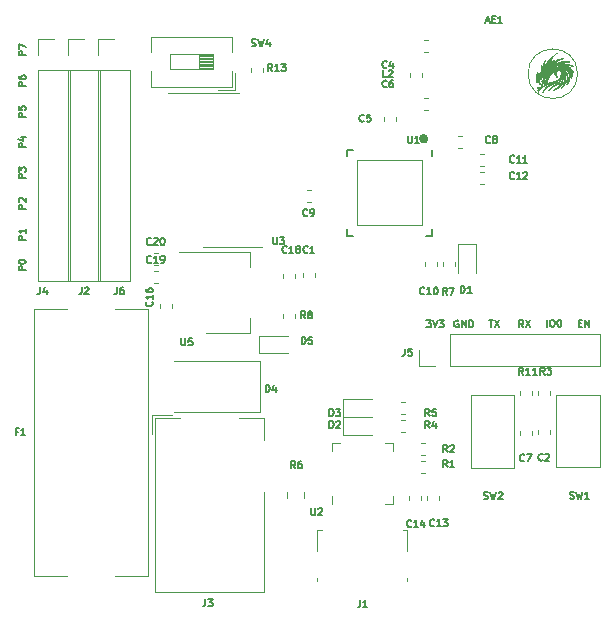
<source format=gbr>
G04 #@! TF.GenerationSoftware,KiCad,Pcbnew,5.1.1-8be2ce7~80~ubuntu18.04.1*
G04 #@! TF.CreationDate,2019-05-08T10:27:23+07:00*
G04 #@! TF.ProjectId,driver-servo-esp32,64726976-6572-42d7-9365-72766f2d6573,rev?*
G04 #@! TF.SameCoordinates,Original*
G04 #@! TF.FileFunction,Legend,Top*
G04 #@! TF.FilePolarity,Positive*
%FSLAX46Y46*%
G04 Gerber Fmt 4.6, Leading zero omitted, Abs format (unit mm)*
G04 Created by KiCad (PCBNEW 5.1.1-8be2ce7~80~ubuntu18.04.1) date 2019-05-08 10:27:23*
%MOMM*%
%LPD*%
G04 APERTURE LIST*
%ADD10C,0.150000*%
%ADD11C,0.120000*%
%ADD12C,0.010000*%
%ADD13C,0.300000*%
%ADD14C,0.100000*%
G04 APERTURE END LIST*
D10*
X141907142Y-122707142D02*
X142107142Y-122707142D01*
X142192857Y-123021428D02*
X141907142Y-123021428D01*
X141907142Y-122421428D01*
X142192857Y-122421428D01*
X142450000Y-123021428D02*
X142450000Y-122421428D01*
X142792857Y-123021428D01*
X142792857Y-122421428D01*
X139200000Y-123021428D02*
X139200000Y-122421428D01*
X139600000Y-122421428D02*
X139714285Y-122421428D01*
X139771428Y-122450000D01*
X139828571Y-122507142D01*
X139857142Y-122621428D01*
X139857142Y-122821428D01*
X139828571Y-122935714D01*
X139771428Y-122992857D01*
X139714285Y-123021428D01*
X139600000Y-123021428D01*
X139542857Y-122992857D01*
X139485714Y-122935714D01*
X139457142Y-122821428D01*
X139457142Y-122621428D01*
X139485714Y-122507142D01*
X139542857Y-122450000D01*
X139600000Y-122421428D01*
X140228571Y-122421428D02*
X140285714Y-122421428D01*
X140342857Y-122450000D01*
X140371428Y-122478571D01*
X140400000Y-122535714D01*
X140428571Y-122650000D01*
X140428571Y-122792857D01*
X140400000Y-122907142D01*
X140371428Y-122964285D01*
X140342857Y-122992857D01*
X140285714Y-123021428D01*
X140228571Y-123021428D01*
X140171428Y-122992857D01*
X140142857Y-122964285D01*
X140114285Y-122907142D01*
X140085714Y-122792857D01*
X140085714Y-122650000D01*
X140114285Y-122535714D01*
X140142857Y-122478571D01*
X140171428Y-122450000D01*
X140228571Y-122421428D01*
X137200000Y-123071428D02*
X137000000Y-122785714D01*
X136857142Y-123071428D02*
X136857142Y-122471428D01*
X137085714Y-122471428D01*
X137142857Y-122500000D01*
X137171428Y-122528571D01*
X137200000Y-122585714D01*
X137200000Y-122671428D01*
X137171428Y-122728571D01*
X137142857Y-122757142D01*
X137085714Y-122785714D01*
X136857142Y-122785714D01*
X137400000Y-122471428D02*
X137800000Y-123071428D01*
X137800000Y-122471428D02*
X137400000Y-123071428D01*
X134292857Y-122471428D02*
X134635714Y-122471428D01*
X134464285Y-123071428D02*
X134464285Y-122471428D01*
X134778571Y-122471428D02*
X135178571Y-123071428D01*
X135178571Y-122471428D02*
X134778571Y-123071428D01*
X131692857Y-122500000D02*
X131635714Y-122471428D01*
X131550000Y-122471428D01*
X131464285Y-122500000D01*
X131407142Y-122557142D01*
X131378571Y-122614285D01*
X131350000Y-122728571D01*
X131350000Y-122814285D01*
X131378571Y-122928571D01*
X131407142Y-122985714D01*
X131464285Y-123042857D01*
X131550000Y-123071428D01*
X131607142Y-123071428D01*
X131692857Y-123042857D01*
X131721428Y-123014285D01*
X131721428Y-122814285D01*
X131607142Y-122814285D01*
X131978571Y-123071428D02*
X131978571Y-122471428D01*
X132321428Y-123071428D01*
X132321428Y-122471428D01*
X132607142Y-123071428D02*
X132607142Y-122471428D01*
X132750000Y-122471428D01*
X132835714Y-122500000D01*
X132892857Y-122557142D01*
X132921428Y-122614285D01*
X132950000Y-122728571D01*
X132950000Y-122814285D01*
X132921428Y-122928571D01*
X132892857Y-122985714D01*
X132835714Y-123042857D01*
X132750000Y-123071428D01*
X132607142Y-123071428D01*
X129007142Y-122471428D02*
X129378571Y-122471428D01*
X129178571Y-122700000D01*
X129264285Y-122700000D01*
X129321428Y-122728571D01*
X129350000Y-122757142D01*
X129378571Y-122814285D01*
X129378571Y-122957142D01*
X129350000Y-123014285D01*
X129321428Y-123042857D01*
X129264285Y-123071428D01*
X129092857Y-123071428D01*
X129035714Y-123042857D01*
X129007142Y-123014285D01*
X129550000Y-122471428D02*
X129750000Y-123071428D01*
X129950000Y-122471428D01*
X130092857Y-122471428D02*
X130464285Y-122471428D01*
X130264285Y-122700000D01*
X130350000Y-122700000D01*
X130407142Y-122728571D01*
X130435714Y-122757142D01*
X130464285Y-122814285D01*
X130464285Y-122957142D01*
X130435714Y-123014285D01*
X130407142Y-123042857D01*
X130350000Y-123071428D01*
X130178571Y-123071428D01*
X130121428Y-123042857D01*
X130092857Y-123014285D01*
X95071428Y-100042857D02*
X94471428Y-100042857D01*
X94471428Y-99814285D01*
X94500000Y-99757142D01*
X94528571Y-99728571D01*
X94585714Y-99700000D01*
X94671428Y-99700000D01*
X94728571Y-99728571D01*
X94757142Y-99757142D01*
X94785714Y-99814285D01*
X94785714Y-100042857D01*
X94471428Y-99500000D02*
X94471428Y-99100000D01*
X95071428Y-99357142D01*
X95071428Y-102642857D02*
X94471428Y-102642857D01*
X94471428Y-102414285D01*
X94500000Y-102357142D01*
X94528571Y-102328571D01*
X94585714Y-102300000D01*
X94671428Y-102300000D01*
X94728571Y-102328571D01*
X94757142Y-102357142D01*
X94785714Y-102414285D01*
X94785714Y-102642857D01*
X94471428Y-101785714D02*
X94471428Y-101900000D01*
X94500000Y-101957142D01*
X94528571Y-101985714D01*
X94614285Y-102042857D01*
X94728571Y-102071428D01*
X94957142Y-102071428D01*
X95014285Y-102042857D01*
X95042857Y-102014285D01*
X95071428Y-101957142D01*
X95071428Y-101842857D01*
X95042857Y-101785714D01*
X95014285Y-101757142D01*
X94957142Y-101728571D01*
X94814285Y-101728571D01*
X94757142Y-101757142D01*
X94728571Y-101785714D01*
X94700000Y-101842857D01*
X94700000Y-101957142D01*
X94728571Y-102014285D01*
X94757142Y-102042857D01*
X94814285Y-102071428D01*
X95071428Y-105242857D02*
X94471428Y-105242857D01*
X94471428Y-105014285D01*
X94500000Y-104957142D01*
X94528571Y-104928571D01*
X94585714Y-104900000D01*
X94671428Y-104900000D01*
X94728571Y-104928571D01*
X94757142Y-104957142D01*
X94785714Y-105014285D01*
X94785714Y-105242857D01*
X94471428Y-104357142D02*
X94471428Y-104642857D01*
X94757142Y-104671428D01*
X94728571Y-104642857D01*
X94700000Y-104585714D01*
X94700000Y-104442857D01*
X94728571Y-104385714D01*
X94757142Y-104357142D01*
X94814285Y-104328571D01*
X94957142Y-104328571D01*
X95014285Y-104357142D01*
X95042857Y-104385714D01*
X95071428Y-104442857D01*
X95071428Y-104585714D01*
X95042857Y-104642857D01*
X95014285Y-104671428D01*
X95071428Y-107842857D02*
X94471428Y-107842857D01*
X94471428Y-107614285D01*
X94500000Y-107557142D01*
X94528571Y-107528571D01*
X94585714Y-107500000D01*
X94671428Y-107500000D01*
X94728571Y-107528571D01*
X94757142Y-107557142D01*
X94785714Y-107614285D01*
X94785714Y-107842857D01*
X94671428Y-106985714D02*
X95071428Y-106985714D01*
X94442857Y-107128571D02*
X94871428Y-107271428D01*
X94871428Y-106900000D01*
X95071428Y-110442857D02*
X94471428Y-110442857D01*
X94471428Y-110214285D01*
X94500000Y-110157142D01*
X94528571Y-110128571D01*
X94585714Y-110100000D01*
X94671428Y-110100000D01*
X94728571Y-110128571D01*
X94757142Y-110157142D01*
X94785714Y-110214285D01*
X94785714Y-110442857D01*
X94471428Y-109900000D02*
X94471428Y-109528571D01*
X94700000Y-109728571D01*
X94700000Y-109642857D01*
X94728571Y-109585714D01*
X94757142Y-109557142D01*
X94814285Y-109528571D01*
X94957142Y-109528571D01*
X95014285Y-109557142D01*
X95042857Y-109585714D01*
X95071428Y-109642857D01*
X95071428Y-109814285D01*
X95042857Y-109871428D01*
X95014285Y-109900000D01*
X95071428Y-113042857D02*
X94471428Y-113042857D01*
X94471428Y-112814285D01*
X94500000Y-112757142D01*
X94528571Y-112728571D01*
X94585714Y-112700000D01*
X94671428Y-112700000D01*
X94728571Y-112728571D01*
X94757142Y-112757142D01*
X94785714Y-112814285D01*
X94785714Y-113042857D01*
X94528571Y-112471428D02*
X94500000Y-112442857D01*
X94471428Y-112385714D01*
X94471428Y-112242857D01*
X94500000Y-112185714D01*
X94528571Y-112157142D01*
X94585714Y-112128571D01*
X94642857Y-112128571D01*
X94728571Y-112157142D01*
X95071428Y-112500000D01*
X95071428Y-112128571D01*
X95071428Y-115642857D02*
X94471428Y-115642857D01*
X94471428Y-115414285D01*
X94500000Y-115357142D01*
X94528571Y-115328571D01*
X94585714Y-115300000D01*
X94671428Y-115300000D01*
X94728571Y-115328571D01*
X94757142Y-115357142D01*
X94785714Y-115414285D01*
X94785714Y-115642857D01*
X95071428Y-114728571D02*
X95071428Y-115071428D01*
X95071428Y-114900000D02*
X94471428Y-114900000D01*
X94557142Y-114957142D01*
X94614285Y-115014285D01*
X94642857Y-115071428D01*
X95071428Y-118242857D02*
X94471428Y-118242857D01*
X94471428Y-118014285D01*
X94500000Y-117957142D01*
X94528571Y-117928571D01*
X94585714Y-117900000D01*
X94671428Y-117900000D01*
X94728571Y-117928571D01*
X94757142Y-117957142D01*
X94785714Y-118014285D01*
X94785714Y-118242857D01*
X94471428Y-117528571D02*
X94471428Y-117471428D01*
X94500000Y-117414285D01*
X94528571Y-117385714D01*
X94585714Y-117357142D01*
X94700000Y-117328571D01*
X94842857Y-117328571D01*
X94957142Y-117357142D01*
X95014285Y-117385714D01*
X95042857Y-117414285D01*
X95071428Y-117471428D01*
X95071428Y-117528571D01*
X95042857Y-117585714D01*
X95014285Y-117614285D01*
X94957142Y-117642857D01*
X94842857Y-117671428D01*
X94700000Y-117671428D01*
X94585714Y-117642857D01*
X94528571Y-117614285D01*
X94500000Y-117585714D01*
X94471428Y-117528571D01*
D11*
X117190000Y-137038748D02*
X117190000Y-137561252D01*
X118610000Y-137038748D02*
X118610000Y-137561252D01*
X128370000Y-126330000D02*
X128370000Y-125000000D01*
X129700000Y-126330000D02*
X128370000Y-126330000D01*
X130970000Y-126330000D02*
X130970000Y-123670000D01*
X130970000Y-123670000D02*
X143730000Y-123670000D01*
X130970000Y-126330000D02*
X143730000Y-126330000D01*
X143730000Y-126330000D02*
X143730000Y-123670000D01*
X141800000Y-101600000D02*
G75*
G03X141800000Y-101600000I-2100000J0D01*
G01*
D12*
G36*
X140750176Y-100515824D02*
G01*
X140815125Y-100521898D01*
X140918688Y-100533546D01*
X140991818Y-100544534D01*
X141033953Y-100554476D01*
X141044531Y-100562986D01*
X141022988Y-100569677D01*
X140968761Y-100574161D01*
X140893800Y-100575974D01*
X140812573Y-100578528D01*
X140737779Y-100584215D01*
X140679874Y-100592076D01*
X140656939Y-100597656D01*
X140609755Y-100621887D01*
X140593099Y-100649188D01*
X140607792Y-100675304D01*
X140638935Y-100691228D01*
X140674316Y-100705106D01*
X140690496Y-100714500D01*
X140690600Y-100714897D01*
X140674725Y-100716981D01*
X140631334Y-100718632D01*
X140566774Y-100719700D01*
X140487395Y-100720034D01*
X140474700Y-100720011D01*
X140378761Y-100720842D01*
X140282169Y-100723511D01*
X140196878Y-100727589D01*
X140140267Y-100732041D01*
X140021733Y-100744616D01*
X140077498Y-100696331D01*
X140134011Y-100657725D01*
X140241867Y-100657725D01*
X140370382Y-100658963D01*
X140436236Y-100658805D01*
X140476437Y-100655286D01*
X140499178Y-100646185D01*
X140512653Y-100629283D01*
X140517633Y-100619080D01*
X140527854Y-100592550D01*
X140520512Y-100583018D01*
X140488711Y-100585580D01*
X140473784Y-100587908D01*
X140419521Y-100599819D01*
X140354460Y-100618467D01*
X140326533Y-100627791D01*
X140241867Y-100657725D01*
X140134011Y-100657725D01*
X140175757Y-100629208D01*
X140298994Y-100574117D01*
X140439456Y-100534382D01*
X140468304Y-100528686D01*
X140540494Y-100516901D01*
X140603784Y-100510981D01*
X140669802Y-100510698D01*
X140750176Y-100515824D01*
X140750176Y-100515824D01*
G37*
X140750176Y-100515824D02*
X140815125Y-100521898D01*
X140918688Y-100533546D01*
X140991818Y-100544534D01*
X141033953Y-100554476D01*
X141044531Y-100562986D01*
X141022988Y-100569677D01*
X140968761Y-100574161D01*
X140893800Y-100575974D01*
X140812573Y-100578528D01*
X140737779Y-100584215D01*
X140679874Y-100592076D01*
X140656939Y-100597656D01*
X140609755Y-100621887D01*
X140593099Y-100649188D01*
X140607792Y-100675304D01*
X140638935Y-100691228D01*
X140674316Y-100705106D01*
X140690496Y-100714500D01*
X140690600Y-100714897D01*
X140674725Y-100716981D01*
X140631334Y-100718632D01*
X140566774Y-100719700D01*
X140487395Y-100720034D01*
X140474700Y-100720011D01*
X140378761Y-100720842D01*
X140282169Y-100723511D01*
X140196878Y-100727589D01*
X140140267Y-100732041D01*
X140021733Y-100744616D01*
X140077498Y-100696331D01*
X140134011Y-100657725D01*
X140241867Y-100657725D01*
X140370382Y-100658963D01*
X140436236Y-100658805D01*
X140476437Y-100655286D01*
X140499178Y-100646185D01*
X140512653Y-100629283D01*
X140517633Y-100619080D01*
X140527854Y-100592550D01*
X140520512Y-100583018D01*
X140488711Y-100585580D01*
X140473784Y-100587908D01*
X140419521Y-100599819D01*
X140354460Y-100618467D01*
X140326533Y-100627791D01*
X140241867Y-100657725D01*
X140134011Y-100657725D01*
X140175757Y-100629208D01*
X140298994Y-100574117D01*
X140439456Y-100534382D01*
X140468304Y-100528686D01*
X140540494Y-100516901D01*
X140603784Y-100510981D01*
X140669802Y-100510698D01*
X140750176Y-100515824D01*
G36*
X138624733Y-101616933D02*
G01*
X138616267Y-101625400D01*
X138607800Y-101616933D01*
X138616267Y-101608466D01*
X138624733Y-101616933D01*
X138624733Y-101616933D01*
G37*
X138624733Y-101616933D02*
X138616267Y-101625400D01*
X138607800Y-101616933D01*
X138616267Y-101608466D01*
X138624733Y-101616933D01*
G36*
X138533094Y-102165460D02*
G01*
X138541844Y-102209530D01*
X138547570Y-102249254D01*
X138562955Y-102314732D01*
X138587332Y-102380049D01*
X138591659Y-102388954D01*
X138611032Y-102428663D01*
X138620732Y-102452062D01*
X138620844Y-102454748D01*
X138604239Y-102447787D01*
X138569126Y-102431106D01*
X138560694Y-102426972D01*
X138493115Y-102376416D01*
X138445440Y-102305773D01*
X138427852Y-102247861D01*
X138426184Y-102207743D01*
X138442588Y-102182229D01*
X138471907Y-102163429D01*
X138502762Y-102147668D01*
X138521613Y-102146592D01*
X138533094Y-102165460D01*
X138533094Y-102165460D01*
G37*
X138533094Y-102165460D02*
X138541844Y-102209530D01*
X138547570Y-102249254D01*
X138562955Y-102314732D01*
X138587332Y-102380049D01*
X138591659Y-102388954D01*
X138611032Y-102428663D01*
X138620732Y-102452062D01*
X138620844Y-102454748D01*
X138604239Y-102447787D01*
X138569126Y-102431106D01*
X138560694Y-102426972D01*
X138493115Y-102376416D01*
X138445440Y-102305773D01*
X138427852Y-102247861D01*
X138426184Y-102207743D01*
X138442588Y-102182229D01*
X138471907Y-102163429D01*
X138502762Y-102147668D01*
X138521613Y-102146592D01*
X138533094Y-102165460D01*
G36*
X140097721Y-99807758D02*
G01*
X140066557Y-99833975D01*
X140011076Y-99875748D01*
X139831147Y-100028770D01*
X139674586Y-100204849D01*
X139653205Y-100233241D01*
X139605607Y-100305714D01*
X139562681Y-100385117D01*
X139528816Y-100461957D01*
X139508401Y-100526739D01*
X139504454Y-100555002D01*
X139491047Y-100578938D01*
X139456689Y-100613760D01*
X139409080Y-100651733D01*
X139291615Y-100752228D01*
X139180988Y-100881112D01*
X139075703Y-101040326D01*
X138997541Y-101184387D01*
X138950481Y-101269250D01*
X138902624Y-101339942D01*
X138857945Y-101391510D01*
X138820418Y-101419002D01*
X138806716Y-101422200D01*
X138786754Y-101433191D01*
X138752825Y-101461688D01*
X138711476Y-101500972D01*
X138669251Y-101544329D01*
X138632698Y-101585042D01*
X138608361Y-101616393D01*
X138602670Y-101631559D01*
X138618054Y-101624964D01*
X138649466Y-101598049D01*
X138690842Y-101556160D01*
X138702265Y-101543717D01*
X138805710Y-101448577D01*
X138919589Y-101377877D01*
X139037488Y-101335153D01*
X139098987Y-101325098D01*
X139156318Y-101321356D01*
X139192121Y-101325351D01*
X139218429Y-101340297D01*
X139241535Y-101363169D01*
X139270386Y-101402206D01*
X139284769Y-101437160D01*
X139285133Y-101441606D01*
X139298348Y-101468214D01*
X139317701Y-101473000D01*
X139350639Y-101483352D01*
X139393250Y-101509206D01*
X139406601Y-101519566D01*
X139441111Y-101547653D01*
X139453309Y-101554692D01*
X139446971Y-101541228D01*
X139436013Y-101523800D01*
X139404362Y-101487214D01*
X139359223Y-101448986D01*
X139346799Y-101440326D01*
X139308858Y-101411151D01*
X139300659Y-101393223D01*
X139353316Y-101393223D01*
X139359893Y-101400289D01*
X139396486Y-101418875D01*
X139397344Y-101419284D01*
X139442305Y-101443575D01*
X139473486Y-101465703D01*
X139479473Y-101472363D01*
X139495770Y-101485013D01*
X139500908Y-101483002D01*
X139499286Y-101464483D01*
X139488673Y-101448009D01*
X139477405Y-101427104D01*
X139489760Y-101424068D01*
X139520629Y-101438841D01*
X139535365Y-101448560D01*
X139562525Y-101465401D01*
X139572016Y-101460940D01*
X139573000Y-101446487D01*
X139577874Y-101427814D01*
X139596892Y-101437882D01*
X139622113Y-101447770D01*
X139627304Y-101443987D01*
X139660396Y-101443987D01*
X139664516Y-101453450D01*
X139681566Y-101471629D01*
X139691368Y-101467900D01*
X139691533Y-101465533D01*
X139683584Y-101456066D01*
X139883220Y-101456066D01*
X139884087Y-101502588D01*
X139886374Y-101523301D01*
X139889610Y-101514412D01*
X139890049Y-101511100D01*
X139892852Y-101451723D01*
X139890049Y-101401033D01*
X139886729Y-101388253D01*
X139884300Y-101405541D01*
X139883234Y-101449102D01*
X139883220Y-101456066D01*
X139683584Y-101456066D01*
X139679506Y-101451210D01*
X139671983Y-101445983D01*
X139660396Y-101443987D01*
X139627304Y-101443987D01*
X139630876Y-101441384D01*
X139621198Y-101430414D01*
X139588100Y-101416764D01*
X139541574Y-101403295D01*
X139491610Y-101392872D01*
X139448199Y-101388354D01*
X139445707Y-101388333D01*
X139426261Y-101377465D01*
X139669294Y-101377465D01*
X139676948Y-101388333D01*
X139687916Y-101373828D01*
X139691423Y-101346846D01*
X139726579Y-101346846D01*
X139730492Y-101395390D01*
X139741679Y-101430452D01*
X139745438Y-101435464D01*
X139765426Y-101450034D01*
X139771585Y-101438515D01*
X139764112Y-101398970D01*
X139753013Y-101360488D01*
X139727759Y-101278266D01*
X139726579Y-101346846D01*
X139691423Y-101346846D01*
X139691533Y-101346000D01*
X139689304Y-101314138D01*
X139685041Y-101303666D01*
X139677425Y-101318048D01*
X139670455Y-101346000D01*
X139669294Y-101377465D01*
X139426261Y-101377465D01*
X139421445Y-101374774D01*
X139418041Y-101370297D01*
X139611018Y-101370297D01*
X139613334Y-101371400D01*
X139628788Y-101359479D01*
X139632266Y-101354466D01*
X139636581Y-101338636D01*
X139634265Y-101337533D01*
X139618812Y-101349454D01*
X139615333Y-101354466D01*
X139611018Y-101370297D01*
X139418041Y-101370297D01*
X139399561Y-101346000D01*
X139573112Y-101346000D01*
X139606546Y-101303666D01*
X139629994Y-101270486D01*
X139640337Y-101248958D01*
X139640357Y-101248633D01*
X139640265Y-101248400D01*
X139763268Y-101248400D01*
X139765994Y-101262906D01*
X139778316Y-101300677D01*
X139786772Y-101331428D01*
X139797649Y-101361861D01*
X139805458Y-101363215D01*
X139808031Y-101340268D01*
X139803200Y-101297796D01*
X139802865Y-101295989D01*
X139802629Y-101295200D01*
X139848203Y-101295200D01*
X139849566Y-101330050D01*
X139853404Y-101339045D01*
X139853993Y-101337533D01*
X139945533Y-101337533D01*
X139951729Y-101351471D01*
X139956822Y-101348822D01*
X139958849Y-101328726D01*
X139956822Y-101326244D01*
X139946755Y-101328569D01*
X139945533Y-101337533D01*
X139853993Y-101337533D01*
X139855568Y-101333497D01*
X139858722Y-101292833D01*
X139858089Y-101286733D01*
X139963326Y-101286733D01*
X139969830Y-101293244D01*
X139985928Y-101271883D01*
X139987081Y-101269825D01*
X140001475Y-101236906D01*
X140002494Y-101219516D01*
X139988851Y-101223376D01*
X139973515Y-101247028D01*
X139963950Y-101277657D01*
X139963326Y-101286733D01*
X139858089Y-101286733D01*
X139855909Y-101265764D01*
X139851449Y-101256379D01*
X139848643Y-101276732D01*
X139848203Y-101295200D01*
X139802629Y-101295200D01*
X139791035Y-101256588D01*
X139776341Y-101236565D01*
X139773621Y-101235933D01*
X139928600Y-101235933D01*
X139934795Y-101249871D01*
X139939889Y-101247222D01*
X139941915Y-101227126D01*
X139939889Y-101224644D01*
X139929822Y-101226969D01*
X139928600Y-101235933D01*
X139773621Y-101235933D01*
X139763268Y-101248400D01*
X139640265Y-101248400D01*
X139634311Y-101233330D01*
X139618910Y-101242016D01*
X139600859Y-101268865D01*
X139591646Y-101290966D01*
X139573112Y-101346000D01*
X139399561Y-101346000D01*
X139396616Y-101342129D01*
X139396419Y-101341766D01*
X139388267Y-101329066D01*
X139488333Y-101329066D01*
X139496800Y-101337533D01*
X139505267Y-101329066D01*
X139496800Y-101320600D01*
X139488333Y-101329066D01*
X139388267Y-101329066D01*
X139379188Y-101314924D01*
X139370647Y-101311196D01*
X139370478Y-101312599D01*
X139378917Y-101338306D01*
X139396639Y-101368316D01*
X139413441Y-101394971D01*
X139406448Y-101401847D01*
X139375472Y-101396331D01*
X139353316Y-101393223D01*
X139300659Y-101393223D01*
X139300142Y-101392094D01*
X139305986Y-101385552D01*
X139318324Y-101374098D01*
X139304737Y-101371659D01*
X139276282Y-101361654D01*
X139239440Y-101337915D01*
X139238954Y-101337533D01*
X139178532Y-101310230D01*
X139099063Y-101305060D01*
X139015210Y-101320310D01*
X138975251Y-101329699D01*
X138952114Y-101331242D01*
X138950765Y-101330542D01*
X138954891Y-101313604D01*
X138964227Y-101291629D01*
X139454467Y-101291629D01*
X139457795Y-101303562D01*
X139459258Y-101302255D01*
X139470384Y-101286733D01*
X139539133Y-101286733D01*
X139545329Y-101300671D01*
X139550422Y-101298022D01*
X139552449Y-101277926D01*
X139550422Y-101275444D01*
X139540355Y-101277769D01*
X139539133Y-101286733D01*
X139470384Y-101286733D01*
X139471904Y-101284613D01*
X139488891Y-101261333D01*
X139504818Y-101238304D01*
X139498923Y-101239399D01*
X139484100Y-101250707D01*
X139460325Y-101276510D01*
X139454467Y-101291629D01*
X138964227Y-101291629D01*
X138971436Y-101274661D01*
X138985095Y-101245661D01*
X139363708Y-101245661D01*
X139373366Y-101259625D01*
X139395606Y-101276799D01*
X139403171Y-101270771D01*
X139395896Y-101253993D01*
X139373904Y-101236848D01*
X139368133Y-101235933D01*
X139363708Y-101245661D01*
X138985095Y-101245661D01*
X138996524Y-101221396D01*
X139001665Y-101211046D01*
X139306446Y-101211046D01*
X139309837Y-101217873D01*
X139325983Y-101235380D01*
X139328954Y-101223034D01*
X139324843Y-101209803D01*
X139312376Y-101191362D01*
X139306746Y-101191743D01*
X139306446Y-101211046D01*
X139001665Y-101211046D01*
X139022814Y-101168469D01*
X139482717Y-101168469D01*
X139486110Y-101184947D01*
X139487240Y-101185133D01*
X139500235Y-101170583D01*
X139500940Y-101168331D01*
X139547543Y-101168331D01*
X139555430Y-101185031D01*
X139556490Y-101185133D01*
X139567201Y-101170197D01*
X139571335Y-101142800D01*
X139606866Y-101142800D01*
X139611864Y-101174635D01*
X139621452Y-101185133D01*
X139629599Y-101171045D01*
X139627944Y-101142800D01*
X139620612Y-101114668D01*
X139662430Y-101114668D01*
X139668730Y-101147582D01*
X139681559Y-101172918D01*
X139693112Y-101175691D01*
X139696956Y-101156455D01*
X139687594Y-101134318D01*
X139668453Y-101108914D01*
X139662430Y-101114668D01*
X139620612Y-101114668D01*
X139619674Y-101111073D01*
X139613359Y-101100467D01*
X139608472Y-101115002D01*
X139606866Y-101142800D01*
X139571335Y-101142800D01*
X139572775Y-101133262D01*
X139573000Y-101123044D01*
X139571258Y-101080326D01*
X139566114Y-101071252D01*
X139557696Y-101095781D01*
X139550455Y-101130100D01*
X139547543Y-101168331D01*
X139500940Y-101168331D01*
X139510264Y-101138567D01*
X139515684Y-101097891D01*
X139511223Y-101089505D01*
X139498468Y-101113833D01*
X139491172Y-101133469D01*
X139482717Y-101168469D01*
X139022814Y-101168469D01*
X139026279Y-101161495D01*
X139049166Y-101117400D01*
X139302067Y-101117400D01*
X139308262Y-101131338D01*
X139313355Y-101128689D01*
X139313554Y-101126707D01*
X139389900Y-101126707D01*
X139392420Y-101141662D01*
X139406829Y-101166104D01*
X139416986Y-101158304D01*
X139419657Y-101131823D01*
X139439579Y-101131823D01*
X139448281Y-101125802D01*
X139461551Y-101109930D01*
X139482116Y-101079744D01*
X139488333Y-101063363D01*
X139475356Y-101050047D01*
X139471400Y-101049667D01*
X139454948Y-101061536D01*
X139454467Y-101065215D01*
X139449736Y-101093383D01*
X139444617Y-101111782D01*
X139439579Y-101131823D01*
X139419657Y-101131823D01*
X139420600Y-101122480D01*
X139417196Y-101092473D01*
X139405331Y-101092371D01*
X139401418Y-101095942D01*
X139389900Y-101126707D01*
X139313554Y-101126707D01*
X139315382Y-101108593D01*
X139313355Y-101106111D01*
X139303289Y-101108435D01*
X139302067Y-101117400D01*
X139049166Y-101117400D01*
X139056827Y-101102642D01*
X139060237Y-101096418D01*
X139224744Y-101096418D01*
X139241389Y-101099130D01*
X139263352Y-101096016D01*
X139263614Y-101090236D01*
X139240950Y-101086194D01*
X139231158Y-101088899D01*
X139224744Y-101096418D01*
X139060237Y-101096418D01*
X139084291Y-101052521D01*
X139104797Y-101018816D01*
X139112842Y-101009161D01*
X139129686Y-101015603D01*
X139146827Y-101041731D01*
X139167495Y-101072681D01*
X139185795Y-101083533D01*
X139192464Y-101073932D01*
X139177691Y-101052566D01*
X139161941Y-101024267D01*
X139539133Y-101024267D01*
X139547600Y-101032733D01*
X139556067Y-101024267D01*
X139547600Y-101015800D01*
X139539133Y-101024267D01*
X139161941Y-101024267D01*
X139153288Y-101008720D01*
X139156124Y-100966411D01*
X139234848Y-100966411D01*
X139240992Y-100996084D01*
X139255183Y-101011324D01*
X139264108Y-101008603D01*
X139264003Y-101007333D01*
X139302067Y-101007333D01*
X139310533Y-101015800D01*
X139319000Y-101007333D01*
X139310533Y-100998867D01*
X139302067Y-101007333D01*
X139264003Y-101007333D01*
X139262600Y-100990400D01*
X139420600Y-100990400D01*
X139429067Y-100998867D01*
X139437533Y-100990400D01*
X139429067Y-100981933D01*
X139623800Y-100981933D01*
X139629995Y-100995871D01*
X139635089Y-100993222D01*
X139637115Y-100973126D01*
X139635089Y-100970644D01*
X139625022Y-100972969D01*
X139623800Y-100981933D01*
X139429067Y-100981933D01*
X139420600Y-100990400D01*
X139262600Y-100990400D01*
X139262589Y-100990269D01*
X139254722Y-100973467D01*
X139285133Y-100973467D01*
X139293600Y-100981933D01*
X139302067Y-100973467D01*
X139293600Y-100965000D01*
X139285133Y-100973467D01*
X139254722Y-100973467D01*
X139253334Y-100970503D01*
X139239482Y-100950983D01*
X139235034Y-100961097D01*
X139234848Y-100966411D01*
X139156124Y-100966411D01*
X139156708Y-100957704D01*
X139184626Y-100899398D01*
X139230377Y-100840059D01*
X139297705Y-100840059D01*
X139298349Y-100861317D01*
X139307992Y-100899001D01*
X139322255Y-100940191D01*
X139336760Y-100971966D01*
X139345788Y-100981933D01*
X139347257Y-100967400D01*
X139342566Y-100931910D01*
X139341648Y-100926900D01*
X139340597Y-100922667D01*
X139457768Y-100922667D01*
X139459598Y-100951586D01*
X139464899Y-100954132D01*
X139465574Y-100952622D01*
X139468923Y-100919006D01*
X139467566Y-100910437D01*
X139505267Y-100910437D01*
X139509150Y-100951510D01*
X139524169Y-100963040D01*
X139533758Y-100958665D01*
X139680934Y-100958665D01*
X139687062Y-100995503D01*
X139709716Y-101054854D01*
X139728906Y-101097117D01*
X139753799Y-101144917D01*
X139767679Y-101161513D01*
X139768942Y-101147351D01*
X139762894Y-101126582D01*
X139797592Y-101126582D01*
X139810628Y-101152926D01*
X139827304Y-101168013D01*
X139828955Y-101168200D01*
X139832065Y-101159733D01*
X139877800Y-101159733D01*
X139886266Y-101168200D01*
X139894733Y-101159733D01*
X139886266Y-101151267D01*
X139877800Y-101159733D01*
X139832065Y-101159733D01*
X139833264Y-101156469D01*
X139823551Y-101135103D01*
X139805652Y-101111472D01*
X139797609Y-101107280D01*
X139797592Y-101126582D01*
X139762894Y-101126582D01*
X139755990Y-101102878D01*
X139751692Y-101090771D01*
X139743688Y-101066600D01*
X139776200Y-101066600D01*
X139782395Y-101080538D01*
X139787489Y-101077889D01*
X139789515Y-101057793D01*
X139787489Y-101055311D01*
X139777422Y-101057635D01*
X139776200Y-101066600D01*
X139743688Y-101066600D01*
X139735276Y-101041200D01*
X139827000Y-101041200D01*
X139835466Y-101049667D01*
X139843933Y-101041200D01*
X139835466Y-101032733D01*
X139827000Y-101041200D01*
X139735276Y-101041200D01*
X139733323Y-101035303D01*
X139727908Y-101015800D01*
X139759266Y-101015800D01*
X139765462Y-101029738D01*
X139770555Y-101027089D01*
X139772582Y-101006993D01*
X139770555Y-101004511D01*
X139760489Y-101006835D01*
X139759266Y-101015800D01*
X139727908Y-101015800D01*
X139719160Y-100984301D01*
X139717511Y-100977007D01*
X139705366Y-100946705D01*
X139690348Y-100940332D01*
X139680934Y-100958665D01*
X139533758Y-100958665D01*
X139555378Y-100948801D01*
X139556067Y-100948365D01*
X139570223Y-100933626D01*
X139561869Y-100914026D01*
X139543367Y-100894061D01*
X139505267Y-100855874D01*
X139505267Y-100910437D01*
X139467566Y-100910437D01*
X139466201Y-100901822D01*
X139460811Y-100894917D01*
X139457879Y-100917408D01*
X139457768Y-100922667D01*
X139340597Y-100922667D01*
X139328124Y-100872440D01*
X139327858Y-100871867D01*
X139406968Y-100871867D01*
X139408798Y-100900786D01*
X139414099Y-100903332D01*
X139414774Y-100901822D01*
X139418123Y-100868206D01*
X139415401Y-100851022D01*
X139410011Y-100844117D01*
X139407079Y-100866608D01*
X139406968Y-100871867D01*
X139327858Y-100871867D01*
X139313427Y-100840871D01*
X139300018Y-100837058D01*
X139297705Y-100840059D01*
X139230377Y-100840059D01*
X139246680Y-100818915D01*
X139263547Y-100802722D01*
X139354203Y-100802722D01*
X139357317Y-100824685D01*
X139363097Y-100824947D01*
X139367139Y-100802284D01*
X139364434Y-100792492D01*
X139356915Y-100786077D01*
X139354203Y-100802722D01*
X139263547Y-100802722D01*
X139311348Y-100756833D01*
X139412926Y-100756833D01*
X139424633Y-100790917D01*
X139424822Y-100791433D01*
X139441961Y-100833723D01*
X139451440Y-100844665D01*
X139454463Y-100825594D01*
X139454467Y-100824303D01*
X139444894Y-100794224D01*
X139429576Y-100769270D01*
X139414325Y-100750775D01*
X139412926Y-100756833D01*
X139311348Y-100756833D01*
X139338785Y-100730493D01*
X139441910Y-100730493D01*
X139456031Y-100755410D01*
X139474524Y-100773930D01*
X139482625Y-100762875D01*
X139484490Y-100751937D01*
X139524108Y-100751937D01*
X139527881Y-100772863D01*
X139546013Y-100819881D01*
X139573896Y-100867128D01*
X139607596Y-100897696D01*
X139639162Y-100905104D01*
X139646779Y-100901996D01*
X139646864Y-100900437D01*
X139794271Y-100900437D01*
X139798202Y-100934086D01*
X139804510Y-100966852D01*
X139812651Y-101000585D01*
X139818965Y-101005845D01*
X139824704Y-100980807D01*
X139830615Y-100928822D01*
X139831377Y-100887534D01*
X139821566Y-100874280D01*
X139814909Y-100875601D01*
X139799469Y-100884198D01*
X139794271Y-100900437D01*
X139646864Y-100900437D01*
X139647556Y-100887790D01*
X139634503Y-100877183D01*
X139608195Y-100854048D01*
X139605928Y-100851320D01*
X139660396Y-100851320D01*
X139664516Y-100860783D01*
X139681566Y-100878962D01*
X139691368Y-100875233D01*
X139691533Y-100872866D01*
X139679506Y-100858543D01*
X139671983Y-100853316D01*
X139660396Y-100851320D01*
X139605928Y-100851320D01*
X139592511Y-100835178D01*
X139714111Y-100835178D01*
X139716435Y-100845244D01*
X139725400Y-100846467D01*
X139739338Y-100840271D01*
X139736689Y-100835178D01*
X139716593Y-100833151D01*
X139714111Y-100835178D01*
X139592511Y-100835178D01*
X139575460Y-100814664D01*
X139564596Y-100799396D01*
X139536328Y-100760802D01*
X139524108Y-100751937D01*
X139484490Y-100751937D01*
X139485468Y-100746207D01*
X139485946Y-100712059D01*
X139480953Y-100697975D01*
X139462343Y-100698988D01*
X139451515Y-100707178D01*
X139441910Y-100730493D01*
X139338785Y-100730493D01*
X139339264Y-100730034D01*
X139381717Y-100696546D01*
X139557140Y-100696546D01*
X139568391Y-100721299D01*
X139596948Y-100756735D01*
X139633156Y-100793046D01*
X139667356Y-100820425D01*
X139687889Y-100829345D01*
X139683664Y-100820137D01*
X139658865Y-100797134D01*
X139643559Y-100784684D01*
X139643231Y-100784378D01*
X140086644Y-100784378D01*
X140088969Y-100794444D01*
X140097933Y-100795667D01*
X140111871Y-100789471D01*
X140109222Y-100784378D01*
X140089126Y-100782351D01*
X140086644Y-100784378D01*
X139643231Y-100784378D01*
X139632827Y-100774685D01*
X139868211Y-100774685D01*
X139884855Y-100777396D01*
X139906818Y-100774283D01*
X139907080Y-100768503D01*
X139901144Y-100767444D01*
X140154378Y-100767444D01*
X140156702Y-100777511D01*
X140165667Y-100778733D01*
X140179605Y-100772538D01*
X140176955Y-100767444D01*
X140156859Y-100765418D01*
X140154378Y-100767444D01*
X139901144Y-100767444D01*
X139884417Y-100764460D01*
X139874625Y-100767166D01*
X139868211Y-100774685D01*
X139632827Y-100774685D01*
X139604133Y-100747952D01*
X139576456Y-100712071D01*
X139572666Y-100704438D01*
X139561598Y-100683197D01*
X139557284Y-100693635D01*
X139557140Y-100696546D01*
X139381717Y-100696546D01*
X139435667Y-100653989D01*
X139630842Y-100653989D01*
X139638209Y-100679542D01*
X139658065Y-100710008D01*
X139685098Y-100735467D01*
X139693300Y-100740384D01*
X139739091Y-100754556D01*
X139792649Y-100759445D01*
X139793133Y-100759431D01*
X139828613Y-100757983D01*
X139834430Y-100755605D01*
X139809102Y-100750530D01*
X139781899Y-100746037D01*
X139713863Y-100727271D01*
X139671038Y-100698729D01*
X139657666Y-100666593D01*
X139656136Y-100663192D01*
X139743099Y-100663192D01*
X139757342Y-100675179D01*
X139794476Y-100684891D01*
X139843548Y-100691287D01*
X139893607Y-100693329D01*
X139933699Y-100689977D01*
X139951031Y-100682925D01*
X139951498Y-100662567D01*
X139943278Y-100649016D01*
X139932704Y-100616964D01*
X139934349Y-100576420D01*
X139944315Y-100526591D01*
X139844090Y-100589162D01*
X139794236Y-100621744D01*
X139758099Y-100648137D01*
X139743156Y-100662860D01*
X139743099Y-100663192D01*
X139656136Y-100663192D01*
X139648134Y-100645418D01*
X139641279Y-100643267D01*
X139630842Y-100653989D01*
X139435667Y-100653989D01*
X139460552Y-100634360D01*
X139578485Y-100553052D01*
X139668304Y-100494334D01*
X139732125Y-100453081D01*
X139772315Y-100428250D01*
X139791239Y-100418797D01*
X139791262Y-100423681D01*
X139774748Y-100441857D01*
X139744064Y-100472283D01*
X139729633Y-100486397D01*
X139675079Y-100543959D01*
X139645448Y-100584945D01*
X139641077Y-100608083D01*
X139662304Y-100612102D01*
X139699501Y-100600050D01*
X139742538Y-100578748D01*
X139801734Y-100545253D01*
X139865192Y-100506337D01*
X139873067Y-100501275D01*
X140008430Y-100423958D01*
X140149748Y-100361572D01*
X140288992Y-100316890D01*
X140418136Y-100292685D01*
X140487400Y-100289143D01*
X140522900Y-100290108D01*
X140535345Y-100292901D01*
X140522062Y-100299144D01*
X140480379Y-100310456D01*
X140432716Y-100322297D01*
X140276466Y-100372196D01*
X140137958Y-100442522D01*
X140068300Y-100489399D01*
X140016374Y-100537184D01*
X139996657Y-100583517D01*
X140007960Y-100632562D01*
X140021196Y-100654294D01*
X140036844Y-100683356D01*
X140028621Y-100704120D01*
X140016962Y-100715119D01*
X139982173Y-100739702D01*
X139962466Y-100749296D01*
X139971208Y-100751465D01*
X140009483Y-100752767D01*
X140072968Y-100753190D01*
X140157343Y-100752726D01*
X140258283Y-100751365D01*
X140326533Y-100750083D01*
X140457428Y-100747709D01*
X140560828Y-100746862D01*
X140643085Y-100747841D01*
X140710550Y-100750946D01*
X140769572Y-100756477D01*
X140826503Y-100764731D01*
X140887693Y-100776010D01*
X140891166Y-100776695D01*
X140964450Y-100792549D01*
X141047253Y-100812624D01*
X141133648Y-100835211D01*
X141217708Y-100858600D01*
X141293507Y-100881083D01*
X141355118Y-100900949D01*
X141396616Y-100916490D01*
X141412073Y-100925997D01*
X141411742Y-100926836D01*
X141393070Y-100927220D01*
X141348576Y-100922459D01*
X141285757Y-100913462D01*
X141239236Y-100905875D01*
X141143172Y-100892631D01*
X141062863Y-100887688D01*
X141003018Y-100890911D01*
X140968343Y-100902166D01*
X140961533Y-100913789D01*
X140947191Y-100928248D01*
X140923433Y-100936116D01*
X140904212Y-100941357D01*
X140916485Y-100944519D01*
X140937224Y-100945760D01*
X140988888Y-100961353D01*
X141053007Y-101000904D01*
X141124496Y-101059403D01*
X141198265Y-101131841D01*
X141269226Y-101213208D01*
X141332291Y-101298494D01*
X141382371Y-101382691D01*
X141383730Y-101385365D01*
X141407329Y-101438809D01*
X141414446Y-101469756D01*
X141406292Y-101475677D01*
X141384080Y-101454042D01*
X141364150Y-101426239D01*
X141280773Y-101328854D01*
X141170146Y-101244578D01*
X141037499Y-101176931D01*
X140945760Y-101144668D01*
X140847186Y-101125347D01*
X140728333Y-101117431D01*
X140600753Y-101120757D01*
X140475996Y-101135160D01*
X140393782Y-101152462D01*
X140303472Y-101172430D01*
X140231313Y-101177733D01*
X140164694Y-101167869D01*
X140091004Y-101142336D01*
X140085862Y-101140203D01*
X140022151Y-101113582D01*
X140029592Y-101109707D01*
X140181908Y-101109707D01*
X140204368Y-101115798D01*
X140252360Y-101113747D01*
X140323886Y-101102701D01*
X140380304Y-101090697D01*
X140482184Y-101073759D01*
X140597650Y-101065494D01*
X140718738Y-101065418D01*
X140837486Y-101073048D01*
X140945931Y-101087898D01*
X141036110Y-101109485D01*
X141094860Y-101134148D01*
X141123216Y-101148727D01*
X141126652Y-101143728D01*
X141105217Y-101117612D01*
X141095718Y-101107324D01*
X141048065Y-101064635D01*
X140992857Y-101034382D01*
X140921244Y-101012924D01*
X140827854Y-100997085D01*
X140684165Y-100988922D01*
X140528388Y-100999080D01*
X140375869Y-101026024D01*
X140287736Y-101051137D01*
X140221592Y-101076522D01*
X140186983Y-101096330D01*
X140181908Y-101109707D01*
X140029592Y-101109707D01*
X140115075Y-101065196D01*
X140225550Y-101013598D01*
X140334338Y-100976603D01*
X140451789Y-100951627D01*
X140588250Y-100936085D01*
X140648267Y-100932057D01*
X140868400Y-100919477D01*
X140693943Y-100916838D01*
X140521708Y-100923182D01*
X140368139Y-100949267D01*
X140222937Y-100997279D01*
X140142940Y-101033810D01*
X140073300Y-101066770D01*
X140026159Y-101084157D01*
X139995029Y-101087908D01*
X139978228Y-101082906D01*
X139932988Y-101041891D01*
X139912481Y-100986649D01*
X139914905Y-100956600D01*
X139963487Y-100956600D01*
X139982228Y-100986269D01*
X140024570Y-100998825D01*
X140027622Y-100998867D01*
X140070438Y-100991818D01*
X140128024Y-100973691D01*
X140167854Y-100957331D01*
X140266312Y-100916761D01*
X140360614Y-100888663D01*
X140460655Y-100871191D01*
X140576333Y-100862501D01*
X140686367Y-100860631D01*
X140769094Y-100859719D01*
X140838070Y-100857193D01*
X140887065Y-100853414D01*
X140909854Y-100848744D01*
X140910733Y-100847585D01*
X140894956Y-100836789D01*
X140852198Y-100825638D01*
X140789322Y-100815052D01*
X140713190Y-100805952D01*
X140630664Y-100799258D01*
X140548607Y-100795891D01*
X140523728Y-100795667D01*
X140417342Y-100799746D01*
X140309582Y-100811059D01*
X140206715Y-100828218D01*
X140115012Y-100849835D01*
X140040741Y-100874522D01*
X139990171Y-100900890D01*
X139973458Y-100917494D01*
X139963487Y-100956600D01*
X139914905Y-100956600D01*
X139917316Y-100926726D01*
X139948103Y-100871666D01*
X139963766Y-100856438D01*
X140004064Y-100827863D01*
X140038406Y-100812181D01*
X140044199Y-100811263D01*
X140058899Y-100806648D01*
X140052514Y-100801768D01*
X140021085Y-100803696D01*
X139978485Y-100822264D01*
X139937643Y-100850319D01*
X139912168Y-100879395D01*
X139892579Y-100946635D01*
X139904801Y-101011547D01*
X139946777Y-101071730D01*
X140016452Y-101124782D01*
X140111771Y-101168301D01*
X140176091Y-101187742D01*
X140258800Y-101208919D01*
X140182600Y-101222005D01*
X140112017Y-101246054D01*
X140059271Y-101292030D01*
X140023684Y-101361752D01*
X140004578Y-101457041D01*
X140001273Y-101579714D01*
X140008564Y-101688791D01*
X140015375Y-101763128D01*
X140020239Y-101823667D01*
X140022632Y-101863330D01*
X140022397Y-101875293D01*
X140012598Y-101863784D01*
X139989250Y-101829277D01*
X139956317Y-101777764D01*
X139932771Y-101739826D01*
X139886762Y-101669702D01*
X139837796Y-101602742D01*
X139794090Y-101549946D01*
X139780213Y-101535542D01*
X139713543Y-101471083D01*
X139527681Y-101654602D01*
X139454374Y-101727941D01*
X139401845Y-101783482D01*
X139366036Y-101826446D01*
X139342884Y-101862053D01*
X139328330Y-101895524D01*
X139321177Y-101920102D01*
X139299819Y-101987891D01*
X139271125Y-102059175D01*
X139261008Y-102080442D01*
X139233325Y-102142476D01*
X139205186Y-102216593D01*
X139190792Y-102260400D01*
X139172643Y-102316696D01*
X139156439Y-102360496D01*
X139147199Y-102379727D01*
X139125543Y-102395627D01*
X139084840Y-102416517D01*
X139035274Y-102438190D01*
X138987028Y-102456440D01*
X138950287Y-102467061D01*
X138935796Y-102467041D01*
X138937198Y-102447994D01*
X138951904Y-102418502D01*
X138965077Y-102393850D01*
X138961469Y-102376974D01*
X138935810Y-102359735D01*
X138905970Y-102345067D01*
X138997267Y-102345067D01*
X139005733Y-102353533D01*
X139014200Y-102345067D01*
X139005733Y-102336600D01*
X138997267Y-102345067D01*
X138905970Y-102345067D01*
X138903601Y-102343903D01*
X138835098Y-102311200D01*
X139014200Y-102311200D01*
X139022667Y-102319667D01*
X139031133Y-102311200D01*
X139022667Y-102302733D01*
X139014200Y-102311200D01*
X138835098Y-102311200D01*
X138830221Y-102308872D01*
X138804246Y-102423897D01*
X138754884Y-102578892D01*
X138681604Y-102710519D01*
X138583317Y-102820424D01*
X138499540Y-102884992D01*
X138455161Y-102912939D01*
X138412943Y-102937114D01*
X138378221Y-102955009D01*
X138356327Y-102964112D01*
X138352593Y-102961914D01*
X138372352Y-102945904D01*
X138376780Y-102942777D01*
X138472511Y-102872496D01*
X138540160Y-102815201D01*
X138578336Y-102772226D01*
X138605432Y-102730871D01*
X138543116Y-102753126D01*
X138469354Y-102771637D01*
X138402894Y-102774221D01*
X138354672Y-102760486D01*
X138353800Y-102759933D01*
X138346524Y-102749482D01*
X138368124Y-102744295D01*
X138401041Y-102743259D01*
X138496130Y-102726726D01*
X138584049Y-102680499D01*
X138660895Y-102608593D01*
X138722763Y-102515022D01*
X138765749Y-102403802D01*
X138776414Y-102357249D01*
X138783612Y-102303409D01*
X138778751Y-102269113D01*
X138763106Y-102244829D01*
X138759113Y-102239832D01*
X138823700Y-102239832D01*
X138825657Y-102246230D01*
X138854291Y-102253973D01*
X138878733Y-102257950D01*
X138961596Y-102269573D01*
X139013944Y-102277532D01*
X139038870Y-102282313D01*
X139041911Y-102283494D01*
X139045667Y-102270673D01*
X139051421Y-102236756D01*
X139051942Y-102201636D01*
X139038287Y-102195516D01*
X139037938Y-102195647D01*
X139015052Y-102193932D01*
X139011198Y-102192667D01*
X139132733Y-102192667D01*
X139141200Y-102201133D01*
X139149667Y-102192667D01*
X139141200Y-102184200D01*
X139132733Y-102192667D01*
X139011198Y-102192667D01*
X138979865Y-102182385D01*
X138944082Y-102166177D01*
X138932488Y-102158800D01*
X139149667Y-102158800D01*
X139158133Y-102167267D01*
X139166600Y-102158800D01*
X139158133Y-102150333D01*
X139149667Y-102158800D01*
X138932488Y-102158800D01*
X138919408Y-102150478D01*
X138915659Y-102141630D01*
X138934669Y-102137408D01*
X138976602Y-102133348D01*
X139009392Y-102131430D01*
X139096919Y-102127436D01*
X139099328Y-102116467D01*
X139166600Y-102116467D01*
X139172795Y-102130405D01*
X139177889Y-102127755D01*
X139179915Y-102107659D01*
X139177889Y-102105178D01*
X139167822Y-102107502D01*
X139166600Y-102116467D01*
X139099328Y-102116467D01*
X139110489Y-102065667D01*
X139183533Y-102065667D01*
X139189729Y-102079605D01*
X139194822Y-102076955D01*
X139196849Y-102056859D01*
X139194822Y-102054378D01*
X139184755Y-102056702D01*
X139183533Y-102065667D01*
X139110489Y-102065667D01*
X139115796Y-102041518D01*
X139119836Y-102023333D01*
X139200467Y-102023333D01*
X139208933Y-102031800D01*
X139217400Y-102023333D01*
X139208933Y-102014867D01*
X139200467Y-102023333D01*
X139119836Y-102023333D01*
X139129243Y-101981000D01*
X139217400Y-101981000D01*
X139223595Y-101994938D01*
X139228689Y-101992289D01*
X139230715Y-101972193D01*
X139228689Y-101969711D01*
X139218622Y-101972035D01*
X139217400Y-101981000D01*
X139129243Y-101981000D01*
X139132473Y-101966468D01*
X139141827Y-101919509D01*
X139142057Y-101913267D01*
X139242248Y-101913267D01*
X139243507Y-101919396D01*
X139255763Y-101898754D01*
X139276591Y-101855662D01*
X139285014Y-101837067D01*
X139315264Y-101762075D01*
X139329746Y-101704324D01*
X139331131Y-101652648D01*
X139330569Y-101646566D01*
X139329508Y-101596692D01*
X139338546Y-101576042D01*
X139356258Y-101586208D01*
X139368443Y-101604233D01*
X139381948Y-101624344D01*
X139385916Y-101614885D01*
X139386218Y-101605177D01*
X139375952Y-101574072D01*
X139350073Y-101535040D01*
X139344935Y-101528977D01*
X139303137Y-101481466D01*
X139302602Y-101551944D01*
X139298306Y-101608533D01*
X139287156Y-101688016D01*
X139270802Y-101780502D01*
X139250897Y-101876106D01*
X139242248Y-101913267D01*
X139142057Y-101913267D01*
X139142715Y-101895437D01*
X139133993Y-101889044D01*
X139114517Y-101895124D01*
X139086285Y-101907190D01*
X139030121Y-101937043D01*
X138978474Y-101974749D01*
X138974521Y-101978342D01*
X138939645Y-102018956D01*
X138903183Y-102073685D01*
X138871276Y-102131667D01*
X138850066Y-102182041D01*
X138844866Y-102207626D01*
X138832424Y-102234482D01*
X138823700Y-102239832D01*
X138759113Y-102239832D01*
X138744845Y-102221978D01*
X138749566Y-102218172D01*
X138762237Y-102222288D01*
X138779747Y-102222071D01*
X138790893Y-102201270D01*
X138799008Y-102153410D01*
X138799402Y-102150117D01*
X138830067Y-102033496D01*
X138893447Y-101920405D01*
X138945461Y-101856550D01*
X138947530Y-101854000D01*
X139150185Y-101854000D01*
X139157173Y-101857029D01*
X139166600Y-101845533D01*
X139180929Y-101814663D01*
X139183015Y-101803200D01*
X139176027Y-101800171D01*
X139166600Y-101811667D01*
X139152271Y-101842536D01*
X139150185Y-101854000D01*
X138947530Y-101854000D01*
X138997402Y-101792549D01*
X139012916Y-101760867D01*
X139183533Y-101760867D01*
X139189729Y-101774805D01*
X139194822Y-101772155D01*
X139196849Y-101752059D01*
X139194822Y-101749578D01*
X139184755Y-101751902D01*
X139183533Y-101760867D01*
X139012916Y-101760867D01*
X139021592Y-101743151D01*
X139019161Y-101705275D01*
X139007114Y-101688467D01*
X139003984Y-101683255D01*
X139201803Y-101683255D01*
X139204917Y-101705218D01*
X139210697Y-101705480D01*
X139214739Y-101682817D01*
X139212034Y-101673025D01*
X139204515Y-101666611D01*
X139201803Y-101683255D01*
X139003984Y-101683255D01*
X138991751Y-101662890D01*
X138993840Y-101649833D01*
X138989762Y-101649300D01*
X138964921Y-101664611D01*
X138954933Y-101671389D01*
X138898155Y-101714429D01*
X138866855Y-101751347D01*
X138856133Y-101790996D01*
X138860920Y-101841300D01*
X138867827Y-101890070D01*
X138862236Y-101909645D01*
X138840367Y-101903556D01*
X138813247Y-101885841D01*
X138775142Y-101867954D01*
X138736919Y-101875396D01*
X138733279Y-101877012D01*
X138704298Y-101894247D01*
X138694544Y-101916627D01*
X138702667Y-101953530D01*
X138717002Y-101990010D01*
X138731614Y-102028313D01*
X138730798Y-102044839D01*
X138713041Y-102048685D01*
X138707233Y-102048733D01*
X138673897Y-102037280D01*
X138633660Y-102008815D01*
X138623424Y-101999229D01*
X138573919Y-101949724D01*
X138563269Y-102016328D01*
X138551346Y-102060212D01*
X138526749Y-102096151D01*
X138481542Y-102134997D01*
X138470472Y-102143233D01*
X138414598Y-102190819D01*
X138382277Y-102237189D01*
X138370410Y-102270067D01*
X138352457Y-102314984D01*
X138331301Y-102335991D01*
X138327328Y-102336600D01*
X138301429Y-102321398D01*
X138282615Y-102281630D01*
X138271920Y-102226050D01*
X138270376Y-102163412D01*
X138279016Y-102102472D01*
X138294637Y-102059498D01*
X138310796Y-102017831D01*
X138380944Y-102017831D01*
X138382964Y-102046226D01*
X138389964Y-102050863D01*
X138403876Y-102036788D01*
X138408833Y-102030724D01*
X138431337Y-101986443D01*
X138437703Y-101949491D01*
X138432908Y-101915092D01*
X138421945Y-101876698D01*
X138408433Y-101843037D01*
X138395992Y-101822837D01*
X138388240Y-101824829D01*
X138387577Y-101828600D01*
X138385653Y-101858276D01*
X138383528Y-101909678D01*
X138381968Y-101960634D01*
X138380944Y-102017831D01*
X138310796Y-102017831D01*
X138315693Y-102005206D01*
X138315472Y-101954410D01*
X138293354Y-101894103D01*
X138286067Y-101879400D01*
X138259399Y-101797628D01*
X138256424Y-101754270D01*
X138491650Y-101754270D01*
X138496524Y-101787476D01*
X138504768Y-101816605D01*
X138512962Y-101822962D01*
X138526143Y-101803916D01*
X138533302Y-101789416D01*
X138607558Y-101789416D01*
X138620242Y-101805127D01*
X138658780Y-101811662D01*
X138660021Y-101811667D01*
X138691027Y-101806859D01*
X138723435Y-101789266D01*
X138763963Y-101754130D01*
X138813442Y-101703030D01*
X138882206Y-101636294D01*
X138885379Y-101633866D01*
X139014200Y-101633866D01*
X139022667Y-101642333D01*
X139031133Y-101633866D01*
X139022667Y-101625400D01*
X139014200Y-101633866D01*
X138885379Y-101633866D01*
X138907511Y-101616933D01*
X139048067Y-101616933D01*
X139056533Y-101625400D01*
X139065000Y-101616933D01*
X139056533Y-101608466D01*
X139048067Y-101616933D01*
X138907511Y-101616933D01*
X138929643Y-101600000D01*
X139081933Y-101600000D01*
X139090400Y-101608466D01*
X139098867Y-101600000D01*
X139090400Y-101591533D01*
X139081933Y-101600000D01*
X138929643Y-101600000D01*
X138946343Y-101587223D01*
X138946983Y-101586880D01*
X139117069Y-101586880D01*
X139123372Y-101586426D01*
X139151018Y-101569031D01*
X139184817Y-101552417D01*
X139205801Y-101551728D01*
X139206052Y-101551963D01*
X139215519Y-101548451D01*
X139217400Y-101534493D01*
X139211392Y-101515120D01*
X139188159Y-101521336D01*
X139186374Y-101522280D01*
X139149294Y-101549667D01*
X139131340Y-101568166D01*
X139117069Y-101586880D01*
X138946983Y-101586880D01*
X138985587Y-101566209D01*
X139039310Y-101540221D01*
X139085442Y-101510330D01*
X139094633Y-101502561D01*
X139124268Y-101464315D01*
X139131843Y-101430419D01*
X139117008Y-101408908D01*
X139098867Y-101405266D01*
X139071403Y-101415068D01*
X139065000Y-101428791D01*
X139054547Y-101457433D01*
X139029953Y-101492291D01*
X138994906Y-101532266D01*
X139004969Y-101485328D01*
X139006229Y-101445753D01*
X138989000Y-101428400D01*
X138952845Y-101430019D01*
X138923152Y-101460952D01*
X138905371Y-101511703D01*
X138889901Y-101561156D01*
X138869733Y-101599003D01*
X138852741Y-101618768D01*
X138846035Y-101612668D01*
X138844866Y-101577836D01*
X138839359Y-101535886D01*
X138825436Y-101522385D01*
X138806996Y-101534236D01*
X138787938Y-101568340D01*
X138772160Y-101621599D01*
X138769101Y-101638052D01*
X138753922Y-101693271D01*
X138731152Y-101740054D01*
X138725170Y-101748119D01*
X138693101Y-101786267D01*
X138703821Y-101728965D01*
X138708226Y-101690709D01*
X138700380Y-101678277D01*
X138690803Y-101679941D01*
X138673794Y-101701845D01*
X138671741Y-101731737D01*
X138669259Y-101768306D01*
X138659041Y-101785994D01*
X138643147Y-101784511D01*
X138641667Y-101777800D01*
X138631351Y-101766757D01*
X138624733Y-101769333D01*
X138607558Y-101789416D01*
X138533302Y-101789416D01*
X138547399Y-101760867D01*
X138575972Y-101701600D01*
X138541462Y-101743933D01*
X138517975Y-101770409D01*
X138508381Y-101771308D01*
X138506576Y-101753811D01*
X138501964Y-101731948D01*
X138495700Y-101731856D01*
X138491650Y-101754270D01*
X138256424Y-101754270D01*
X138253727Y-101714974D01*
X138255095Y-101662778D01*
X138257875Y-101641178D01*
X138263290Y-101646906D01*
X138270593Y-101669837D01*
X138293933Y-101724863D01*
X138322113Y-101749135D01*
X138353203Y-101741257D01*
X138360472Y-101734841D01*
X138377547Y-101715044D01*
X138384960Y-101693388D01*
X138384114Y-101673756D01*
X138498935Y-101673756D01*
X138500614Y-101686068D01*
X138512153Y-101707782D01*
X138521466Y-101698243D01*
X138523332Y-101692031D01*
X138578085Y-101692031D01*
X138580401Y-101693133D01*
X138595854Y-101681212D01*
X138599333Y-101676200D01*
X138603648Y-101660369D01*
X138601332Y-101659266D01*
X138585879Y-101671187D01*
X138582400Y-101676200D01*
X138578085Y-101692031D01*
X138523332Y-101692031D01*
X138527708Y-101677467D01*
X138527708Y-101653608D01*
X138513819Y-101653468D01*
X138498935Y-101673756D01*
X138384114Y-101673756D01*
X138383519Y-101659958D01*
X138379028Y-101633866D01*
X138557000Y-101633866D01*
X138565467Y-101642333D01*
X138573933Y-101633866D01*
X138565467Y-101625400D01*
X138557000Y-101633866D01*
X138379028Y-101633866D01*
X138374031Y-101604837D01*
X138371941Y-101593969D01*
X138365828Y-101537095D01*
X138368149Y-101486266D01*
X138370481Y-101475436D01*
X138383273Y-101430666D01*
X138396211Y-101481466D01*
X138415227Y-101529942D01*
X138442123Y-101569904D01*
X138469222Y-101590618D01*
X138474909Y-101591533D01*
X138496721Y-101580237D01*
X138532704Y-101551587D01*
X138574410Y-101513438D01*
X138613397Y-101473646D01*
X138641218Y-101440067D01*
X138646267Y-101432127D01*
X138660719Y-101390110D01*
X138673680Y-101322986D01*
X138683240Y-101246347D01*
X138811000Y-101246347D01*
X138813306Y-101277777D01*
X138822494Y-101282229D01*
X138841966Y-101258557D01*
X138860419Y-101229701D01*
X138887025Y-101183370D01*
X138893056Y-101162017D01*
X138878216Y-101163498D01*
X138853333Y-101178224D01*
X138819402Y-101214964D01*
X138811000Y-101246347D01*
X138683240Y-101246347D01*
X138684093Y-101239512D01*
X138690899Y-101148444D01*
X138693044Y-101058540D01*
X138692900Y-101045786D01*
X138696736Y-100960020D01*
X138710681Y-100897612D01*
X138716463Y-100884919D01*
X138741911Y-100838000D01*
X138742589Y-100907893D01*
X138750030Y-100969200D01*
X138769899Y-101000740D01*
X138800718Y-101001436D01*
X138835687Y-100975718D01*
X138860786Y-100945189D01*
X138873827Y-100910140D01*
X138878437Y-100858371D01*
X138878733Y-100830895D01*
X138883620Y-100758310D01*
X138896109Y-100684688D01*
X138905765Y-100649496D01*
X138924755Y-100602682D01*
X138950383Y-100550751D01*
X138977971Y-100501766D01*
X139002842Y-100463790D01*
X139020321Y-100444886D01*
X139024524Y-100444746D01*
X139023144Y-100462537D01*
X139013742Y-100502180D01*
X139005112Y-100532448D01*
X138985070Y-100621716D01*
X138981611Y-100696347D01*
X138993764Y-100752258D01*
X139020554Y-100785367D01*
X139061009Y-100791592D01*
X139066598Y-100790374D01*
X139094923Y-100771884D01*
X139136879Y-100726713D01*
X139193381Y-100653779D01*
X139233028Y-100598052D01*
X139323279Y-100598052D01*
X139326373Y-100599439D01*
X139340155Y-100571557D01*
X139345615Y-100559754D01*
X139371593Y-100510668D01*
X139406927Y-100452433D01*
X139424516Y-100425907D01*
X139449546Y-100386962D01*
X139460514Y-100364378D01*
X139457297Y-100362117D01*
X139429257Y-100389627D01*
X139394995Y-100436581D01*
X139361769Y-100491354D01*
X139336835Y-100542321D01*
X139328352Y-100568700D01*
X139323279Y-100598052D01*
X139233028Y-100598052D01*
X139251267Y-100572417D01*
X139393307Y-100383043D01*
X139543493Y-100211826D01*
X139698056Y-100062366D01*
X139853230Y-99938261D01*
X140005249Y-99843112D01*
X140025292Y-99832698D01*
X140076893Y-99807710D01*
X140101101Y-99799200D01*
X140097721Y-99807758D01*
X140097721Y-99807758D01*
G37*
X140097721Y-99807758D02*
X140066557Y-99833975D01*
X140011076Y-99875748D01*
X139831147Y-100028770D01*
X139674586Y-100204849D01*
X139653205Y-100233241D01*
X139605607Y-100305714D01*
X139562681Y-100385117D01*
X139528816Y-100461957D01*
X139508401Y-100526739D01*
X139504454Y-100555002D01*
X139491047Y-100578938D01*
X139456689Y-100613760D01*
X139409080Y-100651733D01*
X139291615Y-100752228D01*
X139180988Y-100881112D01*
X139075703Y-101040326D01*
X138997541Y-101184387D01*
X138950481Y-101269250D01*
X138902624Y-101339942D01*
X138857945Y-101391510D01*
X138820418Y-101419002D01*
X138806716Y-101422200D01*
X138786754Y-101433191D01*
X138752825Y-101461688D01*
X138711476Y-101500972D01*
X138669251Y-101544329D01*
X138632698Y-101585042D01*
X138608361Y-101616393D01*
X138602670Y-101631559D01*
X138618054Y-101624964D01*
X138649466Y-101598049D01*
X138690842Y-101556160D01*
X138702265Y-101543717D01*
X138805710Y-101448577D01*
X138919589Y-101377877D01*
X139037488Y-101335153D01*
X139098987Y-101325098D01*
X139156318Y-101321356D01*
X139192121Y-101325351D01*
X139218429Y-101340297D01*
X139241535Y-101363169D01*
X139270386Y-101402206D01*
X139284769Y-101437160D01*
X139285133Y-101441606D01*
X139298348Y-101468214D01*
X139317701Y-101473000D01*
X139350639Y-101483352D01*
X139393250Y-101509206D01*
X139406601Y-101519566D01*
X139441111Y-101547653D01*
X139453309Y-101554692D01*
X139446971Y-101541228D01*
X139436013Y-101523800D01*
X139404362Y-101487214D01*
X139359223Y-101448986D01*
X139346799Y-101440326D01*
X139308858Y-101411151D01*
X139300659Y-101393223D01*
X139353316Y-101393223D01*
X139359893Y-101400289D01*
X139396486Y-101418875D01*
X139397344Y-101419284D01*
X139442305Y-101443575D01*
X139473486Y-101465703D01*
X139479473Y-101472363D01*
X139495770Y-101485013D01*
X139500908Y-101483002D01*
X139499286Y-101464483D01*
X139488673Y-101448009D01*
X139477405Y-101427104D01*
X139489760Y-101424068D01*
X139520629Y-101438841D01*
X139535365Y-101448560D01*
X139562525Y-101465401D01*
X139572016Y-101460940D01*
X139573000Y-101446487D01*
X139577874Y-101427814D01*
X139596892Y-101437882D01*
X139622113Y-101447770D01*
X139627304Y-101443987D01*
X139660396Y-101443987D01*
X139664516Y-101453450D01*
X139681566Y-101471629D01*
X139691368Y-101467900D01*
X139691533Y-101465533D01*
X139683584Y-101456066D01*
X139883220Y-101456066D01*
X139884087Y-101502588D01*
X139886374Y-101523301D01*
X139889610Y-101514412D01*
X139890049Y-101511100D01*
X139892852Y-101451723D01*
X139890049Y-101401033D01*
X139886729Y-101388253D01*
X139884300Y-101405541D01*
X139883234Y-101449102D01*
X139883220Y-101456066D01*
X139683584Y-101456066D01*
X139679506Y-101451210D01*
X139671983Y-101445983D01*
X139660396Y-101443987D01*
X139627304Y-101443987D01*
X139630876Y-101441384D01*
X139621198Y-101430414D01*
X139588100Y-101416764D01*
X139541574Y-101403295D01*
X139491610Y-101392872D01*
X139448199Y-101388354D01*
X139445707Y-101388333D01*
X139426261Y-101377465D01*
X139669294Y-101377465D01*
X139676948Y-101388333D01*
X139687916Y-101373828D01*
X139691423Y-101346846D01*
X139726579Y-101346846D01*
X139730492Y-101395390D01*
X139741679Y-101430452D01*
X139745438Y-101435464D01*
X139765426Y-101450034D01*
X139771585Y-101438515D01*
X139764112Y-101398970D01*
X139753013Y-101360488D01*
X139727759Y-101278266D01*
X139726579Y-101346846D01*
X139691423Y-101346846D01*
X139691533Y-101346000D01*
X139689304Y-101314138D01*
X139685041Y-101303666D01*
X139677425Y-101318048D01*
X139670455Y-101346000D01*
X139669294Y-101377465D01*
X139426261Y-101377465D01*
X139421445Y-101374774D01*
X139418041Y-101370297D01*
X139611018Y-101370297D01*
X139613334Y-101371400D01*
X139628788Y-101359479D01*
X139632266Y-101354466D01*
X139636581Y-101338636D01*
X139634265Y-101337533D01*
X139618812Y-101349454D01*
X139615333Y-101354466D01*
X139611018Y-101370297D01*
X139418041Y-101370297D01*
X139399561Y-101346000D01*
X139573112Y-101346000D01*
X139606546Y-101303666D01*
X139629994Y-101270486D01*
X139640337Y-101248958D01*
X139640357Y-101248633D01*
X139640265Y-101248400D01*
X139763268Y-101248400D01*
X139765994Y-101262906D01*
X139778316Y-101300677D01*
X139786772Y-101331428D01*
X139797649Y-101361861D01*
X139805458Y-101363215D01*
X139808031Y-101340268D01*
X139803200Y-101297796D01*
X139802865Y-101295989D01*
X139802629Y-101295200D01*
X139848203Y-101295200D01*
X139849566Y-101330050D01*
X139853404Y-101339045D01*
X139853993Y-101337533D01*
X139945533Y-101337533D01*
X139951729Y-101351471D01*
X139956822Y-101348822D01*
X139958849Y-101328726D01*
X139956822Y-101326244D01*
X139946755Y-101328569D01*
X139945533Y-101337533D01*
X139853993Y-101337533D01*
X139855568Y-101333497D01*
X139858722Y-101292833D01*
X139858089Y-101286733D01*
X139963326Y-101286733D01*
X139969830Y-101293244D01*
X139985928Y-101271883D01*
X139987081Y-101269825D01*
X140001475Y-101236906D01*
X140002494Y-101219516D01*
X139988851Y-101223376D01*
X139973515Y-101247028D01*
X139963950Y-101277657D01*
X139963326Y-101286733D01*
X139858089Y-101286733D01*
X139855909Y-101265764D01*
X139851449Y-101256379D01*
X139848643Y-101276732D01*
X139848203Y-101295200D01*
X139802629Y-101295200D01*
X139791035Y-101256588D01*
X139776341Y-101236565D01*
X139773621Y-101235933D01*
X139928600Y-101235933D01*
X139934795Y-101249871D01*
X139939889Y-101247222D01*
X139941915Y-101227126D01*
X139939889Y-101224644D01*
X139929822Y-101226969D01*
X139928600Y-101235933D01*
X139773621Y-101235933D01*
X139763268Y-101248400D01*
X139640265Y-101248400D01*
X139634311Y-101233330D01*
X139618910Y-101242016D01*
X139600859Y-101268865D01*
X139591646Y-101290966D01*
X139573112Y-101346000D01*
X139399561Y-101346000D01*
X139396616Y-101342129D01*
X139396419Y-101341766D01*
X139388267Y-101329066D01*
X139488333Y-101329066D01*
X139496800Y-101337533D01*
X139505267Y-101329066D01*
X139496800Y-101320600D01*
X139488333Y-101329066D01*
X139388267Y-101329066D01*
X139379188Y-101314924D01*
X139370647Y-101311196D01*
X139370478Y-101312599D01*
X139378917Y-101338306D01*
X139396639Y-101368316D01*
X139413441Y-101394971D01*
X139406448Y-101401847D01*
X139375472Y-101396331D01*
X139353316Y-101393223D01*
X139300659Y-101393223D01*
X139300142Y-101392094D01*
X139305986Y-101385552D01*
X139318324Y-101374098D01*
X139304737Y-101371659D01*
X139276282Y-101361654D01*
X139239440Y-101337915D01*
X139238954Y-101337533D01*
X139178532Y-101310230D01*
X139099063Y-101305060D01*
X139015210Y-101320310D01*
X138975251Y-101329699D01*
X138952114Y-101331242D01*
X138950765Y-101330542D01*
X138954891Y-101313604D01*
X138964227Y-101291629D01*
X139454467Y-101291629D01*
X139457795Y-101303562D01*
X139459258Y-101302255D01*
X139470384Y-101286733D01*
X139539133Y-101286733D01*
X139545329Y-101300671D01*
X139550422Y-101298022D01*
X139552449Y-101277926D01*
X139550422Y-101275444D01*
X139540355Y-101277769D01*
X139539133Y-101286733D01*
X139470384Y-101286733D01*
X139471904Y-101284613D01*
X139488891Y-101261333D01*
X139504818Y-101238304D01*
X139498923Y-101239399D01*
X139484100Y-101250707D01*
X139460325Y-101276510D01*
X139454467Y-101291629D01*
X138964227Y-101291629D01*
X138971436Y-101274661D01*
X138985095Y-101245661D01*
X139363708Y-101245661D01*
X139373366Y-101259625D01*
X139395606Y-101276799D01*
X139403171Y-101270771D01*
X139395896Y-101253993D01*
X139373904Y-101236848D01*
X139368133Y-101235933D01*
X139363708Y-101245661D01*
X138985095Y-101245661D01*
X138996524Y-101221396D01*
X139001665Y-101211046D01*
X139306446Y-101211046D01*
X139309837Y-101217873D01*
X139325983Y-101235380D01*
X139328954Y-101223034D01*
X139324843Y-101209803D01*
X139312376Y-101191362D01*
X139306746Y-101191743D01*
X139306446Y-101211046D01*
X139001665Y-101211046D01*
X139022814Y-101168469D01*
X139482717Y-101168469D01*
X139486110Y-101184947D01*
X139487240Y-101185133D01*
X139500235Y-101170583D01*
X139500940Y-101168331D01*
X139547543Y-101168331D01*
X139555430Y-101185031D01*
X139556490Y-101185133D01*
X139567201Y-101170197D01*
X139571335Y-101142800D01*
X139606866Y-101142800D01*
X139611864Y-101174635D01*
X139621452Y-101185133D01*
X139629599Y-101171045D01*
X139627944Y-101142800D01*
X139620612Y-101114668D01*
X139662430Y-101114668D01*
X139668730Y-101147582D01*
X139681559Y-101172918D01*
X139693112Y-101175691D01*
X139696956Y-101156455D01*
X139687594Y-101134318D01*
X139668453Y-101108914D01*
X139662430Y-101114668D01*
X139620612Y-101114668D01*
X139619674Y-101111073D01*
X139613359Y-101100467D01*
X139608472Y-101115002D01*
X139606866Y-101142800D01*
X139571335Y-101142800D01*
X139572775Y-101133262D01*
X139573000Y-101123044D01*
X139571258Y-101080326D01*
X139566114Y-101071252D01*
X139557696Y-101095781D01*
X139550455Y-101130100D01*
X139547543Y-101168331D01*
X139500940Y-101168331D01*
X139510264Y-101138567D01*
X139515684Y-101097891D01*
X139511223Y-101089505D01*
X139498468Y-101113833D01*
X139491172Y-101133469D01*
X139482717Y-101168469D01*
X139022814Y-101168469D01*
X139026279Y-101161495D01*
X139049166Y-101117400D01*
X139302067Y-101117400D01*
X139308262Y-101131338D01*
X139313355Y-101128689D01*
X139313554Y-101126707D01*
X139389900Y-101126707D01*
X139392420Y-101141662D01*
X139406829Y-101166104D01*
X139416986Y-101158304D01*
X139419657Y-101131823D01*
X139439579Y-101131823D01*
X139448281Y-101125802D01*
X139461551Y-101109930D01*
X139482116Y-101079744D01*
X139488333Y-101063363D01*
X139475356Y-101050047D01*
X139471400Y-101049667D01*
X139454948Y-101061536D01*
X139454467Y-101065215D01*
X139449736Y-101093383D01*
X139444617Y-101111782D01*
X139439579Y-101131823D01*
X139419657Y-101131823D01*
X139420600Y-101122480D01*
X139417196Y-101092473D01*
X139405331Y-101092371D01*
X139401418Y-101095942D01*
X139389900Y-101126707D01*
X139313554Y-101126707D01*
X139315382Y-101108593D01*
X139313355Y-101106111D01*
X139303289Y-101108435D01*
X139302067Y-101117400D01*
X139049166Y-101117400D01*
X139056827Y-101102642D01*
X139060237Y-101096418D01*
X139224744Y-101096418D01*
X139241389Y-101099130D01*
X139263352Y-101096016D01*
X139263614Y-101090236D01*
X139240950Y-101086194D01*
X139231158Y-101088899D01*
X139224744Y-101096418D01*
X139060237Y-101096418D01*
X139084291Y-101052521D01*
X139104797Y-101018816D01*
X139112842Y-101009161D01*
X139129686Y-101015603D01*
X139146827Y-101041731D01*
X139167495Y-101072681D01*
X139185795Y-101083533D01*
X139192464Y-101073932D01*
X139177691Y-101052566D01*
X139161941Y-101024267D01*
X139539133Y-101024267D01*
X139547600Y-101032733D01*
X139556067Y-101024267D01*
X139547600Y-101015800D01*
X139539133Y-101024267D01*
X139161941Y-101024267D01*
X139153288Y-101008720D01*
X139156124Y-100966411D01*
X139234848Y-100966411D01*
X139240992Y-100996084D01*
X139255183Y-101011324D01*
X139264108Y-101008603D01*
X139264003Y-101007333D01*
X139302067Y-101007333D01*
X139310533Y-101015800D01*
X139319000Y-101007333D01*
X139310533Y-100998867D01*
X139302067Y-101007333D01*
X139264003Y-101007333D01*
X139262600Y-100990400D01*
X139420600Y-100990400D01*
X139429067Y-100998867D01*
X139437533Y-100990400D01*
X139429067Y-100981933D01*
X139623800Y-100981933D01*
X139629995Y-100995871D01*
X139635089Y-100993222D01*
X139637115Y-100973126D01*
X139635089Y-100970644D01*
X139625022Y-100972969D01*
X139623800Y-100981933D01*
X139429067Y-100981933D01*
X139420600Y-100990400D01*
X139262600Y-100990400D01*
X139262589Y-100990269D01*
X139254722Y-100973467D01*
X139285133Y-100973467D01*
X139293600Y-100981933D01*
X139302067Y-100973467D01*
X139293600Y-100965000D01*
X139285133Y-100973467D01*
X139254722Y-100973467D01*
X139253334Y-100970503D01*
X139239482Y-100950983D01*
X139235034Y-100961097D01*
X139234848Y-100966411D01*
X139156124Y-100966411D01*
X139156708Y-100957704D01*
X139184626Y-100899398D01*
X139230377Y-100840059D01*
X139297705Y-100840059D01*
X139298349Y-100861317D01*
X139307992Y-100899001D01*
X139322255Y-100940191D01*
X139336760Y-100971966D01*
X139345788Y-100981933D01*
X139347257Y-100967400D01*
X139342566Y-100931910D01*
X139341648Y-100926900D01*
X139340597Y-100922667D01*
X139457768Y-100922667D01*
X139459598Y-100951586D01*
X139464899Y-100954132D01*
X139465574Y-100952622D01*
X139468923Y-100919006D01*
X139467566Y-100910437D01*
X139505267Y-100910437D01*
X139509150Y-100951510D01*
X139524169Y-100963040D01*
X139533758Y-100958665D01*
X139680934Y-100958665D01*
X139687062Y-100995503D01*
X139709716Y-101054854D01*
X139728906Y-101097117D01*
X139753799Y-101144917D01*
X139767679Y-101161513D01*
X139768942Y-101147351D01*
X139762894Y-101126582D01*
X139797592Y-101126582D01*
X139810628Y-101152926D01*
X139827304Y-101168013D01*
X139828955Y-101168200D01*
X139832065Y-101159733D01*
X139877800Y-101159733D01*
X139886266Y-101168200D01*
X139894733Y-101159733D01*
X139886266Y-101151267D01*
X139877800Y-101159733D01*
X139832065Y-101159733D01*
X139833264Y-101156469D01*
X139823551Y-101135103D01*
X139805652Y-101111472D01*
X139797609Y-101107280D01*
X139797592Y-101126582D01*
X139762894Y-101126582D01*
X139755990Y-101102878D01*
X139751692Y-101090771D01*
X139743688Y-101066600D01*
X139776200Y-101066600D01*
X139782395Y-101080538D01*
X139787489Y-101077889D01*
X139789515Y-101057793D01*
X139787489Y-101055311D01*
X139777422Y-101057635D01*
X139776200Y-101066600D01*
X139743688Y-101066600D01*
X139735276Y-101041200D01*
X139827000Y-101041200D01*
X139835466Y-101049667D01*
X139843933Y-101041200D01*
X139835466Y-101032733D01*
X139827000Y-101041200D01*
X139735276Y-101041200D01*
X139733323Y-101035303D01*
X139727908Y-101015800D01*
X139759266Y-101015800D01*
X139765462Y-101029738D01*
X139770555Y-101027089D01*
X139772582Y-101006993D01*
X139770555Y-101004511D01*
X139760489Y-101006835D01*
X139759266Y-101015800D01*
X139727908Y-101015800D01*
X139719160Y-100984301D01*
X139717511Y-100977007D01*
X139705366Y-100946705D01*
X139690348Y-100940332D01*
X139680934Y-100958665D01*
X139533758Y-100958665D01*
X139555378Y-100948801D01*
X139556067Y-100948365D01*
X139570223Y-100933626D01*
X139561869Y-100914026D01*
X139543367Y-100894061D01*
X139505267Y-100855874D01*
X139505267Y-100910437D01*
X139467566Y-100910437D01*
X139466201Y-100901822D01*
X139460811Y-100894917D01*
X139457879Y-100917408D01*
X139457768Y-100922667D01*
X139340597Y-100922667D01*
X139328124Y-100872440D01*
X139327858Y-100871867D01*
X139406968Y-100871867D01*
X139408798Y-100900786D01*
X139414099Y-100903332D01*
X139414774Y-100901822D01*
X139418123Y-100868206D01*
X139415401Y-100851022D01*
X139410011Y-100844117D01*
X139407079Y-100866608D01*
X139406968Y-100871867D01*
X139327858Y-100871867D01*
X139313427Y-100840871D01*
X139300018Y-100837058D01*
X139297705Y-100840059D01*
X139230377Y-100840059D01*
X139246680Y-100818915D01*
X139263547Y-100802722D01*
X139354203Y-100802722D01*
X139357317Y-100824685D01*
X139363097Y-100824947D01*
X139367139Y-100802284D01*
X139364434Y-100792492D01*
X139356915Y-100786077D01*
X139354203Y-100802722D01*
X139263547Y-100802722D01*
X139311348Y-100756833D01*
X139412926Y-100756833D01*
X139424633Y-100790917D01*
X139424822Y-100791433D01*
X139441961Y-100833723D01*
X139451440Y-100844665D01*
X139454463Y-100825594D01*
X139454467Y-100824303D01*
X139444894Y-100794224D01*
X139429576Y-100769270D01*
X139414325Y-100750775D01*
X139412926Y-100756833D01*
X139311348Y-100756833D01*
X139338785Y-100730493D01*
X139441910Y-100730493D01*
X139456031Y-100755410D01*
X139474524Y-100773930D01*
X139482625Y-100762875D01*
X139484490Y-100751937D01*
X139524108Y-100751937D01*
X139527881Y-100772863D01*
X139546013Y-100819881D01*
X139573896Y-100867128D01*
X139607596Y-100897696D01*
X139639162Y-100905104D01*
X139646779Y-100901996D01*
X139646864Y-100900437D01*
X139794271Y-100900437D01*
X139798202Y-100934086D01*
X139804510Y-100966852D01*
X139812651Y-101000585D01*
X139818965Y-101005845D01*
X139824704Y-100980807D01*
X139830615Y-100928822D01*
X139831377Y-100887534D01*
X139821566Y-100874280D01*
X139814909Y-100875601D01*
X139799469Y-100884198D01*
X139794271Y-100900437D01*
X139646864Y-100900437D01*
X139647556Y-100887790D01*
X139634503Y-100877183D01*
X139608195Y-100854048D01*
X139605928Y-100851320D01*
X139660396Y-100851320D01*
X139664516Y-100860783D01*
X139681566Y-100878962D01*
X139691368Y-100875233D01*
X139691533Y-100872866D01*
X139679506Y-100858543D01*
X139671983Y-100853316D01*
X139660396Y-100851320D01*
X139605928Y-100851320D01*
X139592511Y-100835178D01*
X139714111Y-100835178D01*
X139716435Y-100845244D01*
X139725400Y-100846467D01*
X139739338Y-100840271D01*
X139736689Y-100835178D01*
X139716593Y-100833151D01*
X139714111Y-100835178D01*
X139592511Y-100835178D01*
X139575460Y-100814664D01*
X139564596Y-100799396D01*
X139536328Y-100760802D01*
X139524108Y-100751937D01*
X139484490Y-100751937D01*
X139485468Y-100746207D01*
X139485946Y-100712059D01*
X139480953Y-100697975D01*
X139462343Y-100698988D01*
X139451515Y-100707178D01*
X139441910Y-100730493D01*
X139338785Y-100730493D01*
X139339264Y-100730034D01*
X139381717Y-100696546D01*
X139557140Y-100696546D01*
X139568391Y-100721299D01*
X139596948Y-100756735D01*
X139633156Y-100793046D01*
X139667356Y-100820425D01*
X139687889Y-100829345D01*
X139683664Y-100820137D01*
X139658865Y-100797134D01*
X139643559Y-100784684D01*
X139643231Y-100784378D01*
X140086644Y-100784378D01*
X140088969Y-100794444D01*
X140097933Y-100795667D01*
X140111871Y-100789471D01*
X140109222Y-100784378D01*
X140089126Y-100782351D01*
X140086644Y-100784378D01*
X139643231Y-100784378D01*
X139632827Y-100774685D01*
X139868211Y-100774685D01*
X139884855Y-100777396D01*
X139906818Y-100774283D01*
X139907080Y-100768503D01*
X139901144Y-100767444D01*
X140154378Y-100767444D01*
X140156702Y-100777511D01*
X140165667Y-100778733D01*
X140179605Y-100772538D01*
X140176955Y-100767444D01*
X140156859Y-100765418D01*
X140154378Y-100767444D01*
X139901144Y-100767444D01*
X139884417Y-100764460D01*
X139874625Y-100767166D01*
X139868211Y-100774685D01*
X139632827Y-100774685D01*
X139604133Y-100747952D01*
X139576456Y-100712071D01*
X139572666Y-100704438D01*
X139561598Y-100683197D01*
X139557284Y-100693635D01*
X139557140Y-100696546D01*
X139381717Y-100696546D01*
X139435667Y-100653989D01*
X139630842Y-100653989D01*
X139638209Y-100679542D01*
X139658065Y-100710008D01*
X139685098Y-100735467D01*
X139693300Y-100740384D01*
X139739091Y-100754556D01*
X139792649Y-100759445D01*
X139793133Y-100759431D01*
X139828613Y-100757983D01*
X139834430Y-100755605D01*
X139809102Y-100750530D01*
X139781899Y-100746037D01*
X139713863Y-100727271D01*
X139671038Y-100698729D01*
X139657666Y-100666593D01*
X139656136Y-100663192D01*
X139743099Y-100663192D01*
X139757342Y-100675179D01*
X139794476Y-100684891D01*
X139843548Y-100691287D01*
X139893607Y-100693329D01*
X139933699Y-100689977D01*
X139951031Y-100682925D01*
X139951498Y-100662567D01*
X139943278Y-100649016D01*
X139932704Y-100616964D01*
X139934349Y-100576420D01*
X139944315Y-100526591D01*
X139844090Y-100589162D01*
X139794236Y-100621744D01*
X139758099Y-100648137D01*
X139743156Y-100662860D01*
X139743099Y-100663192D01*
X139656136Y-100663192D01*
X139648134Y-100645418D01*
X139641279Y-100643267D01*
X139630842Y-100653989D01*
X139435667Y-100653989D01*
X139460552Y-100634360D01*
X139578485Y-100553052D01*
X139668304Y-100494334D01*
X139732125Y-100453081D01*
X139772315Y-100428250D01*
X139791239Y-100418797D01*
X139791262Y-100423681D01*
X139774748Y-100441857D01*
X139744064Y-100472283D01*
X139729633Y-100486397D01*
X139675079Y-100543959D01*
X139645448Y-100584945D01*
X139641077Y-100608083D01*
X139662304Y-100612102D01*
X139699501Y-100600050D01*
X139742538Y-100578748D01*
X139801734Y-100545253D01*
X139865192Y-100506337D01*
X139873067Y-100501275D01*
X140008430Y-100423958D01*
X140149748Y-100361572D01*
X140288992Y-100316890D01*
X140418136Y-100292685D01*
X140487400Y-100289143D01*
X140522900Y-100290108D01*
X140535345Y-100292901D01*
X140522062Y-100299144D01*
X140480379Y-100310456D01*
X140432716Y-100322297D01*
X140276466Y-100372196D01*
X140137958Y-100442522D01*
X140068300Y-100489399D01*
X140016374Y-100537184D01*
X139996657Y-100583517D01*
X140007960Y-100632562D01*
X140021196Y-100654294D01*
X140036844Y-100683356D01*
X140028621Y-100704120D01*
X140016962Y-100715119D01*
X139982173Y-100739702D01*
X139962466Y-100749296D01*
X139971208Y-100751465D01*
X140009483Y-100752767D01*
X140072968Y-100753190D01*
X140157343Y-100752726D01*
X140258283Y-100751365D01*
X140326533Y-100750083D01*
X140457428Y-100747709D01*
X140560828Y-100746862D01*
X140643085Y-100747841D01*
X140710550Y-100750946D01*
X140769572Y-100756477D01*
X140826503Y-100764731D01*
X140887693Y-100776010D01*
X140891166Y-100776695D01*
X140964450Y-100792549D01*
X141047253Y-100812624D01*
X141133648Y-100835211D01*
X141217708Y-100858600D01*
X141293507Y-100881083D01*
X141355118Y-100900949D01*
X141396616Y-100916490D01*
X141412073Y-100925997D01*
X141411742Y-100926836D01*
X141393070Y-100927220D01*
X141348576Y-100922459D01*
X141285757Y-100913462D01*
X141239236Y-100905875D01*
X141143172Y-100892631D01*
X141062863Y-100887688D01*
X141003018Y-100890911D01*
X140968343Y-100902166D01*
X140961533Y-100913789D01*
X140947191Y-100928248D01*
X140923433Y-100936116D01*
X140904212Y-100941357D01*
X140916485Y-100944519D01*
X140937224Y-100945760D01*
X140988888Y-100961353D01*
X141053007Y-101000904D01*
X141124496Y-101059403D01*
X141198265Y-101131841D01*
X141269226Y-101213208D01*
X141332291Y-101298494D01*
X141382371Y-101382691D01*
X141383730Y-101385365D01*
X141407329Y-101438809D01*
X141414446Y-101469756D01*
X141406292Y-101475677D01*
X141384080Y-101454042D01*
X141364150Y-101426239D01*
X141280773Y-101328854D01*
X141170146Y-101244578D01*
X141037499Y-101176931D01*
X140945760Y-101144668D01*
X140847186Y-101125347D01*
X140728333Y-101117431D01*
X140600753Y-101120757D01*
X140475996Y-101135160D01*
X140393782Y-101152462D01*
X140303472Y-101172430D01*
X140231313Y-101177733D01*
X140164694Y-101167869D01*
X140091004Y-101142336D01*
X140085862Y-101140203D01*
X140022151Y-101113582D01*
X140029592Y-101109707D01*
X140181908Y-101109707D01*
X140204368Y-101115798D01*
X140252360Y-101113747D01*
X140323886Y-101102701D01*
X140380304Y-101090697D01*
X140482184Y-101073759D01*
X140597650Y-101065494D01*
X140718738Y-101065418D01*
X140837486Y-101073048D01*
X140945931Y-101087898D01*
X141036110Y-101109485D01*
X141094860Y-101134148D01*
X141123216Y-101148727D01*
X141126652Y-101143728D01*
X141105217Y-101117612D01*
X141095718Y-101107324D01*
X141048065Y-101064635D01*
X140992857Y-101034382D01*
X140921244Y-101012924D01*
X140827854Y-100997085D01*
X140684165Y-100988922D01*
X140528388Y-100999080D01*
X140375869Y-101026024D01*
X140287736Y-101051137D01*
X140221592Y-101076522D01*
X140186983Y-101096330D01*
X140181908Y-101109707D01*
X140029592Y-101109707D01*
X140115075Y-101065196D01*
X140225550Y-101013598D01*
X140334338Y-100976603D01*
X140451789Y-100951627D01*
X140588250Y-100936085D01*
X140648267Y-100932057D01*
X140868400Y-100919477D01*
X140693943Y-100916838D01*
X140521708Y-100923182D01*
X140368139Y-100949267D01*
X140222937Y-100997279D01*
X140142940Y-101033810D01*
X140073300Y-101066770D01*
X140026159Y-101084157D01*
X139995029Y-101087908D01*
X139978228Y-101082906D01*
X139932988Y-101041891D01*
X139912481Y-100986649D01*
X139914905Y-100956600D01*
X139963487Y-100956600D01*
X139982228Y-100986269D01*
X140024570Y-100998825D01*
X140027622Y-100998867D01*
X140070438Y-100991818D01*
X140128024Y-100973691D01*
X140167854Y-100957331D01*
X140266312Y-100916761D01*
X140360614Y-100888663D01*
X140460655Y-100871191D01*
X140576333Y-100862501D01*
X140686367Y-100860631D01*
X140769094Y-100859719D01*
X140838070Y-100857193D01*
X140887065Y-100853414D01*
X140909854Y-100848744D01*
X140910733Y-100847585D01*
X140894956Y-100836789D01*
X140852198Y-100825638D01*
X140789322Y-100815052D01*
X140713190Y-100805952D01*
X140630664Y-100799258D01*
X140548607Y-100795891D01*
X140523728Y-100795667D01*
X140417342Y-100799746D01*
X140309582Y-100811059D01*
X140206715Y-100828218D01*
X140115012Y-100849835D01*
X140040741Y-100874522D01*
X139990171Y-100900890D01*
X139973458Y-100917494D01*
X139963487Y-100956600D01*
X139914905Y-100956600D01*
X139917316Y-100926726D01*
X139948103Y-100871666D01*
X139963766Y-100856438D01*
X140004064Y-100827863D01*
X140038406Y-100812181D01*
X140044199Y-100811263D01*
X140058899Y-100806648D01*
X140052514Y-100801768D01*
X140021085Y-100803696D01*
X139978485Y-100822264D01*
X139937643Y-100850319D01*
X139912168Y-100879395D01*
X139892579Y-100946635D01*
X139904801Y-101011547D01*
X139946777Y-101071730D01*
X140016452Y-101124782D01*
X140111771Y-101168301D01*
X140176091Y-101187742D01*
X140258800Y-101208919D01*
X140182600Y-101222005D01*
X140112017Y-101246054D01*
X140059271Y-101292030D01*
X140023684Y-101361752D01*
X140004578Y-101457041D01*
X140001273Y-101579714D01*
X140008564Y-101688791D01*
X140015375Y-101763128D01*
X140020239Y-101823667D01*
X140022632Y-101863330D01*
X140022397Y-101875293D01*
X140012598Y-101863784D01*
X139989250Y-101829277D01*
X139956317Y-101777764D01*
X139932771Y-101739826D01*
X139886762Y-101669702D01*
X139837796Y-101602742D01*
X139794090Y-101549946D01*
X139780213Y-101535542D01*
X139713543Y-101471083D01*
X139527681Y-101654602D01*
X139454374Y-101727941D01*
X139401845Y-101783482D01*
X139366036Y-101826446D01*
X139342884Y-101862053D01*
X139328330Y-101895524D01*
X139321177Y-101920102D01*
X139299819Y-101987891D01*
X139271125Y-102059175D01*
X139261008Y-102080442D01*
X139233325Y-102142476D01*
X139205186Y-102216593D01*
X139190792Y-102260400D01*
X139172643Y-102316696D01*
X139156439Y-102360496D01*
X139147199Y-102379727D01*
X139125543Y-102395627D01*
X139084840Y-102416517D01*
X139035274Y-102438190D01*
X138987028Y-102456440D01*
X138950287Y-102467061D01*
X138935796Y-102467041D01*
X138937198Y-102447994D01*
X138951904Y-102418502D01*
X138965077Y-102393850D01*
X138961469Y-102376974D01*
X138935810Y-102359735D01*
X138905970Y-102345067D01*
X138997267Y-102345067D01*
X139005733Y-102353533D01*
X139014200Y-102345067D01*
X139005733Y-102336600D01*
X138997267Y-102345067D01*
X138905970Y-102345067D01*
X138903601Y-102343903D01*
X138835098Y-102311200D01*
X139014200Y-102311200D01*
X139022667Y-102319667D01*
X139031133Y-102311200D01*
X139022667Y-102302733D01*
X139014200Y-102311200D01*
X138835098Y-102311200D01*
X138830221Y-102308872D01*
X138804246Y-102423897D01*
X138754884Y-102578892D01*
X138681604Y-102710519D01*
X138583317Y-102820424D01*
X138499540Y-102884992D01*
X138455161Y-102912939D01*
X138412943Y-102937114D01*
X138378221Y-102955009D01*
X138356327Y-102964112D01*
X138352593Y-102961914D01*
X138372352Y-102945904D01*
X138376780Y-102942777D01*
X138472511Y-102872496D01*
X138540160Y-102815201D01*
X138578336Y-102772226D01*
X138605432Y-102730871D01*
X138543116Y-102753126D01*
X138469354Y-102771637D01*
X138402894Y-102774221D01*
X138354672Y-102760486D01*
X138353800Y-102759933D01*
X138346524Y-102749482D01*
X138368124Y-102744295D01*
X138401041Y-102743259D01*
X138496130Y-102726726D01*
X138584049Y-102680499D01*
X138660895Y-102608593D01*
X138722763Y-102515022D01*
X138765749Y-102403802D01*
X138776414Y-102357249D01*
X138783612Y-102303409D01*
X138778751Y-102269113D01*
X138763106Y-102244829D01*
X138759113Y-102239832D01*
X138823700Y-102239832D01*
X138825657Y-102246230D01*
X138854291Y-102253973D01*
X138878733Y-102257950D01*
X138961596Y-102269573D01*
X139013944Y-102277532D01*
X139038870Y-102282313D01*
X139041911Y-102283494D01*
X139045667Y-102270673D01*
X139051421Y-102236756D01*
X139051942Y-102201636D01*
X139038287Y-102195516D01*
X139037938Y-102195647D01*
X139015052Y-102193932D01*
X139011198Y-102192667D01*
X139132733Y-102192667D01*
X139141200Y-102201133D01*
X139149667Y-102192667D01*
X139141200Y-102184200D01*
X139132733Y-102192667D01*
X139011198Y-102192667D01*
X138979865Y-102182385D01*
X138944082Y-102166177D01*
X138932488Y-102158800D01*
X139149667Y-102158800D01*
X139158133Y-102167267D01*
X139166600Y-102158800D01*
X139158133Y-102150333D01*
X139149667Y-102158800D01*
X138932488Y-102158800D01*
X138919408Y-102150478D01*
X138915659Y-102141630D01*
X138934669Y-102137408D01*
X138976602Y-102133348D01*
X139009392Y-102131430D01*
X139096919Y-102127436D01*
X139099328Y-102116467D01*
X139166600Y-102116467D01*
X139172795Y-102130405D01*
X139177889Y-102127755D01*
X139179915Y-102107659D01*
X139177889Y-102105178D01*
X139167822Y-102107502D01*
X139166600Y-102116467D01*
X139099328Y-102116467D01*
X139110489Y-102065667D01*
X139183533Y-102065667D01*
X139189729Y-102079605D01*
X139194822Y-102076955D01*
X139196849Y-102056859D01*
X139194822Y-102054378D01*
X139184755Y-102056702D01*
X139183533Y-102065667D01*
X139110489Y-102065667D01*
X139115796Y-102041518D01*
X139119836Y-102023333D01*
X139200467Y-102023333D01*
X139208933Y-102031800D01*
X139217400Y-102023333D01*
X139208933Y-102014867D01*
X139200467Y-102023333D01*
X139119836Y-102023333D01*
X139129243Y-101981000D01*
X139217400Y-101981000D01*
X139223595Y-101994938D01*
X139228689Y-101992289D01*
X139230715Y-101972193D01*
X139228689Y-101969711D01*
X139218622Y-101972035D01*
X139217400Y-101981000D01*
X139129243Y-101981000D01*
X139132473Y-101966468D01*
X139141827Y-101919509D01*
X139142057Y-101913267D01*
X139242248Y-101913267D01*
X139243507Y-101919396D01*
X139255763Y-101898754D01*
X139276591Y-101855662D01*
X139285014Y-101837067D01*
X139315264Y-101762075D01*
X139329746Y-101704324D01*
X139331131Y-101652648D01*
X139330569Y-101646566D01*
X139329508Y-101596692D01*
X139338546Y-101576042D01*
X139356258Y-101586208D01*
X139368443Y-101604233D01*
X139381948Y-101624344D01*
X139385916Y-101614885D01*
X139386218Y-101605177D01*
X139375952Y-101574072D01*
X139350073Y-101535040D01*
X139344935Y-101528977D01*
X139303137Y-101481466D01*
X139302602Y-101551944D01*
X139298306Y-101608533D01*
X139287156Y-101688016D01*
X139270802Y-101780502D01*
X139250897Y-101876106D01*
X139242248Y-101913267D01*
X139142057Y-101913267D01*
X139142715Y-101895437D01*
X139133993Y-101889044D01*
X139114517Y-101895124D01*
X139086285Y-101907190D01*
X139030121Y-101937043D01*
X138978474Y-101974749D01*
X138974521Y-101978342D01*
X138939645Y-102018956D01*
X138903183Y-102073685D01*
X138871276Y-102131667D01*
X138850066Y-102182041D01*
X138844866Y-102207626D01*
X138832424Y-102234482D01*
X138823700Y-102239832D01*
X138759113Y-102239832D01*
X138744845Y-102221978D01*
X138749566Y-102218172D01*
X138762237Y-102222288D01*
X138779747Y-102222071D01*
X138790893Y-102201270D01*
X138799008Y-102153410D01*
X138799402Y-102150117D01*
X138830067Y-102033496D01*
X138893447Y-101920405D01*
X138945461Y-101856550D01*
X138947530Y-101854000D01*
X139150185Y-101854000D01*
X139157173Y-101857029D01*
X139166600Y-101845533D01*
X139180929Y-101814663D01*
X139183015Y-101803200D01*
X139176027Y-101800171D01*
X139166600Y-101811667D01*
X139152271Y-101842536D01*
X139150185Y-101854000D01*
X138947530Y-101854000D01*
X138997402Y-101792549D01*
X139012916Y-101760867D01*
X139183533Y-101760867D01*
X139189729Y-101774805D01*
X139194822Y-101772155D01*
X139196849Y-101752059D01*
X139194822Y-101749578D01*
X139184755Y-101751902D01*
X139183533Y-101760867D01*
X139012916Y-101760867D01*
X139021592Y-101743151D01*
X139019161Y-101705275D01*
X139007114Y-101688467D01*
X139003984Y-101683255D01*
X139201803Y-101683255D01*
X139204917Y-101705218D01*
X139210697Y-101705480D01*
X139214739Y-101682817D01*
X139212034Y-101673025D01*
X139204515Y-101666611D01*
X139201803Y-101683255D01*
X139003984Y-101683255D01*
X138991751Y-101662890D01*
X138993840Y-101649833D01*
X138989762Y-101649300D01*
X138964921Y-101664611D01*
X138954933Y-101671389D01*
X138898155Y-101714429D01*
X138866855Y-101751347D01*
X138856133Y-101790996D01*
X138860920Y-101841300D01*
X138867827Y-101890070D01*
X138862236Y-101909645D01*
X138840367Y-101903556D01*
X138813247Y-101885841D01*
X138775142Y-101867954D01*
X138736919Y-101875396D01*
X138733279Y-101877012D01*
X138704298Y-101894247D01*
X138694544Y-101916627D01*
X138702667Y-101953530D01*
X138717002Y-101990010D01*
X138731614Y-102028313D01*
X138730798Y-102044839D01*
X138713041Y-102048685D01*
X138707233Y-102048733D01*
X138673897Y-102037280D01*
X138633660Y-102008815D01*
X138623424Y-101999229D01*
X138573919Y-101949724D01*
X138563269Y-102016328D01*
X138551346Y-102060212D01*
X138526749Y-102096151D01*
X138481542Y-102134997D01*
X138470472Y-102143233D01*
X138414598Y-102190819D01*
X138382277Y-102237189D01*
X138370410Y-102270067D01*
X138352457Y-102314984D01*
X138331301Y-102335991D01*
X138327328Y-102336600D01*
X138301429Y-102321398D01*
X138282615Y-102281630D01*
X138271920Y-102226050D01*
X138270376Y-102163412D01*
X138279016Y-102102472D01*
X138294637Y-102059498D01*
X138310796Y-102017831D01*
X138380944Y-102017831D01*
X138382964Y-102046226D01*
X138389964Y-102050863D01*
X138403876Y-102036788D01*
X138408833Y-102030724D01*
X138431337Y-101986443D01*
X138437703Y-101949491D01*
X138432908Y-101915092D01*
X138421945Y-101876698D01*
X138408433Y-101843037D01*
X138395992Y-101822837D01*
X138388240Y-101824829D01*
X138387577Y-101828600D01*
X138385653Y-101858276D01*
X138383528Y-101909678D01*
X138381968Y-101960634D01*
X138380944Y-102017831D01*
X138310796Y-102017831D01*
X138315693Y-102005206D01*
X138315472Y-101954410D01*
X138293354Y-101894103D01*
X138286067Y-101879400D01*
X138259399Y-101797628D01*
X138256424Y-101754270D01*
X138491650Y-101754270D01*
X138496524Y-101787476D01*
X138504768Y-101816605D01*
X138512962Y-101822962D01*
X138526143Y-101803916D01*
X138533302Y-101789416D01*
X138607558Y-101789416D01*
X138620242Y-101805127D01*
X138658780Y-101811662D01*
X138660021Y-101811667D01*
X138691027Y-101806859D01*
X138723435Y-101789266D01*
X138763963Y-101754130D01*
X138813442Y-101703030D01*
X138882206Y-101636294D01*
X138885379Y-101633866D01*
X139014200Y-101633866D01*
X139022667Y-101642333D01*
X139031133Y-101633866D01*
X139022667Y-101625400D01*
X139014200Y-101633866D01*
X138885379Y-101633866D01*
X138907511Y-101616933D01*
X139048067Y-101616933D01*
X139056533Y-101625400D01*
X139065000Y-101616933D01*
X139056533Y-101608466D01*
X139048067Y-101616933D01*
X138907511Y-101616933D01*
X138929643Y-101600000D01*
X139081933Y-101600000D01*
X139090400Y-101608466D01*
X139098867Y-101600000D01*
X139090400Y-101591533D01*
X139081933Y-101600000D01*
X138929643Y-101600000D01*
X138946343Y-101587223D01*
X138946983Y-101586880D01*
X139117069Y-101586880D01*
X139123372Y-101586426D01*
X139151018Y-101569031D01*
X139184817Y-101552417D01*
X139205801Y-101551728D01*
X139206052Y-101551963D01*
X139215519Y-101548451D01*
X139217400Y-101534493D01*
X139211392Y-101515120D01*
X139188159Y-101521336D01*
X139186374Y-101522280D01*
X139149294Y-101549667D01*
X139131340Y-101568166D01*
X139117069Y-101586880D01*
X138946983Y-101586880D01*
X138985587Y-101566209D01*
X139039310Y-101540221D01*
X139085442Y-101510330D01*
X139094633Y-101502561D01*
X139124268Y-101464315D01*
X139131843Y-101430419D01*
X139117008Y-101408908D01*
X139098867Y-101405266D01*
X139071403Y-101415068D01*
X139065000Y-101428791D01*
X139054547Y-101457433D01*
X139029953Y-101492291D01*
X138994906Y-101532266D01*
X139004969Y-101485328D01*
X139006229Y-101445753D01*
X138989000Y-101428400D01*
X138952845Y-101430019D01*
X138923152Y-101460952D01*
X138905371Y-101511703D01*
X138889901Y-101561156D01*
X138869733Y-101599003D01*
X138852741Y-101618768D01*
X138846035Y-101612668D01*
X138844866Y-101577836D01*
X138839359Y-101535886D01*
X138825436Y-101522385D01*
X138806996Y-101534236D01*
X138787938Y-101568340D01*
X138772160Y-101621599D01*
X138769101Y-101638052D01*
X138753922Y-101693271D01*
X138731152Y-101740054D01*
X138725170Y-101748119D01*
X138693101Y-101786267D01*
X138703821Y-101728965D01*
X138708226Y-101690709D01*
X138700380Y-101678277D01*
X138690803Y-101679941D01*
X138673794Y-101701845D01*
X138671741Y-101731737D01*
X138669259Y-101768306D01*
X138659041Y-101785994D01*
X138643147Y-101784511D01*
X138641667Y-101777800D01*
X138631351Y-101766757D01*
X138624733Y-101769333D01*
X138607558Y-101789416D01*
X138533302Y-101789416D01*
X138547399Y-101760867D01*
X138575972Y-101701600D01*
X138541462Y-101743933D01*
X138517975Y-101770409D01*
X138508381Y-101771308D01*
X138506576Y-101753811D01*
X138501964Y-101731948D01*
X138495700Y-101731856D01*
X138491650Y-101754270D01*
X138256424Y-101754270D01*
X138253727Y-101714974D01*
X138255095Y-101662778D01*
X138257875Y-101641178D01*
X138263290Y-101646906D01*
X138270593Y-101669837D01*
X138293933Y-101724863D01*
X138322113Y-101749135D01*
X138353203Y-101741257D01*
X138360472Y-101734841D01*
X138377547Y-101715044D01*
X138384960Y-101693388D01*
X138384114Y-101673756D01*
X138498935Y-101673756D01*
X138500614Y-101686068D01*
X138512153Y-101707782D01*
X138521466Y-101698243D01*
X138523332Y-101692031D01*
X138578085Y-101692031D01*
X138580401Y-101693133D01*
X138595854Y-101681212D01*
X138599333Y-101676200D01*
X138603648Y-101660369D01*
X138601332Y-101659266D01*
X138585879Y-101671187D01*
X138582400Y-101676200D01*
X138578085Y-101692031D01*
X138523332Y-101692031D01*
X138527708Y-101677467D01*
X138527708Y-101653608D01*
X138513819Y-101653468D01*
X138498935Y-101673756D01*
X138384114Y-101673756D01*
X138383519Y-101659958D01*
X138379028Y-101633866D01*
X138557000Y-101633866D01*
X138565467Y-101642333D01*
X138573933Y-101633866D01*
X138565467Y-101625400D01*
X138557000Y-101633866D01*
X138379028Y-101633866D01*
X138374031Y-101604837D01*
X138371941Y-101593969D01*
X138365828Y-101537095D01*
X138368149Y-101486266D01*
X138370481Y-101475436D01*
X138383273Y-101430666D01*
X138396211Y-101481466D01*
X138415227Y-101529942D01*
X138442123Y-101569904D01*
X138469222Y-101590618D01*
X138474909Y-101591533D01*
X138496721Y-101580237D01*
X138532704Y-101551587D01*
X138574410Y-101513438D01*
X138613397Y-101473646D01*
X138641218Y-101440067D01*
X138646267Y-101432127D01*
X138660719Y-101390110D01*
X138673680Y-101322986D01*
X138683240Y-101246347D01*
X138811000Y-101246347D01*
X138813306Y-101277777D01*
X138822494Y-101282229D01*
X138841966Y-101258557D01*
X138860419Y-101229701D01*
X138887025Y-101183370D01*
X138893056Y-101162017D01*
X138878216Y-101163498D01*
X138853333Y-101178224D01*
X138819402Y-101214964D01*
X138811000Y-101246347D01*
X138683240Y-101246347D01*
X138684093Y-101239512D01*
X138690899Y-101148444D01*
X138693044Y-101058540D01*
X138692900Y-101045786D01*
X138696736Y-100960020D01*
X138710681Y-100897612D01*
X138716463Y-100884919D01*
X138741911Y-100838000D01*
X138742589Y-100907893D01*
X138750030Y-100969200D01*
X138769899Y-101000740D01*
X138800718Y-101001436D01*
X138835687Y-100975718D01*
X138860786Y-100945189D01*
X138873827Y-100910140D01*
X138878437Y-100858371D01*
X138878733Y-100830895D01*
X138883620Y-100758310D01*
X138896109Y-100684688D01*
X138905765Y-100649496D01*
X138924755Y-100602682D01*
X138950383Y-100550751D01*
X138977971Y-100501766D01*
X139002842Y-100463790D01*
X139020321Y-100444886D01*
X139024524Y-100444746D01*
X139023144Y-100462537D01*
X139013742Y-100502180D01*
X139005112Y-100532448D01*
X138985070Y-100621716D01*
X138981611Y-100696347D01*
X138993764Y-100752258D01*
X139020554Y-100785367D01*
X139061009Y-100791592D01*
X139066598Y-100790374D01*
X139094923Y-100771884D01*
X139136879Y-100726713D01*
X139193381Y-100653779D01*
X139233028Y-100598052D01*
X139323279Y-100598052D01*
X139326373Y-100599439D01*
X139340155Y-100571557D01*
X139345615Y-100559754D01*
X139371593Y-100510668D01*
X139406927Y-100452433D01*
X139424516Y-100425907D01*
X139449546Y-100386962D01*
X139460514Y-100364378D01*
X139457297Y-100362117D01*
X139429257Y-100389627D01*
X139394995Y-100436581D01*
X139361769Y-100491354D01*
X139336835Y-100542321D01*
X139328352Y-100568700D01*
X139323279Y-100598052D01*
X139233028Y-100598052D01*
X139251267Y-100572417D01*
X139393307Y-100383043D01*
X139543493Y-100211826D01*
X139698056Y-100062366D01*
X139853230Y-99938261D01*
X140005249Y-99843112D01*
X140025292Y-99832698D01*
X140076893Y-99807710D01*
X140101101Y-99799200D01*
X140097721Y-99807758D01*
G36*
X140764637Y-101138856D02*
G01*
X140909466Y-101157956D01*
X141034531Y-101195081D01*
X141136422Y-101249169D01*
X141211730Y-101319155D01*
X141220884Y-101331470D01*
X141263858Y-101418563D01*
X141289704Y-101530832D01*
X141297818Y-101663890D01*
X141287594Y-101813350D01*
X141287456Y-101814446D01*
X141274541Y-101902679D01*
X141262315Y-101958318D01*
X141251004Y-101981097D01*
X141240839Y-101970749D01*
X141232047Y-101927006D01*
X141227515Y-101884492D01*
X141218231Y-101810220D01*
X141205215Y-101746616D01*
X141190289Y-101697319D01*
X141175272Y-101665966D01*
X141161985Y-101656198D01*
X141152247Y-101671653D01*
X141147879Y-101715969D01*
X141147800Y-101725129D01*
X141142569Y-101797353D01*
X141128428Y-101890117D01*
X141107703Y-101992016D01*
X141082723Y-102091641D01*
X141055813Y-102177586D01*
X141055084Y-102179602D01*
X141019647Y-102262721D01*
X140976319Y-102342710D01*
X140930451Y-102411074D01*
X140887389Y-102459317D01*
X140871271Y-102471631D01*
X140851236Y-102482851D01*
X140849226Y-102477270D01*
X140865761Y-102450122D01*
X140875174Y-102435922D01*
X140935952Y-102328736D01*
X140976644Y-102222588D01*
X140988335Y-102170780D01*
X140993446Y-102125328D01*
X140988185Y-102104354D01*
X140972164Y-102099533D01*
X140948266Y-102107496D01*
X140944600Y-102115357D01*
X140934147Y-102143813D01*
X140905393Y-102192600D01*
X140862244Y-102256482D01*
X140808608Y-102330220D01*
X140748390Y-102408577D01*
X140685497Y-102486315D01*
X140623836Y-102558198D01*
X140574229Y-102611901D01*
X140515452Y-102671649D01*
X140465350Y-102720735D01*
X140428385Y-102754927D01*
X140409020Y-102769990D01*
X140407354Y-102770198D01*
X140412956Y-102754223D01*
X140434613Y-102720032D01*
X140459282Y-102686143D01*
X140511192Y-102608272D01*
X140540841Y-102541306D01*
X140546954Y-102489134D01*
X140533509Y-102460119D01*
X140503574Y-102443469D01*
X140467372Y-102450505D01*
X140421603Y-102482992D01*
X140362966Y-102542697D01*
X140348439Y-102559168D01*
X140214294Y-102691255D01*
X140058042Y-102803116D01*
X139916465Y-102879249D01*
X139851800Y-102908449D01*
X139802002Y-102928185D01*
X139770259Y-102937909D01*
X139759755Y-102937070D01*
X139773677Y-102925122D01*
X139815210Y-102901514D01*
X139829201Y-102894277D01*
X139920654Y-102841158D01*
X140007405Y-102778967D01*
X140085364Y-102711968D01*
X140150442Y-102644428D01*
X140198550Y-102580613D01*
X140225598Y-102524789D01*
X140227496Y-102481222D01*
X140226859Y-102479446D01*
X140210195Y-102461852D01*
X140176780Y-102458332D01*
X140123376Y-102469545D01*
X140046746Y-102496149D01*
X139951457Y-102535427D01*
X139760319Y-102630905D01*
X139596320Y-102741687D01*
X139454915Y-102871113D01*
X139384726Y-102951954D01*
X139350960Y-102991693D01*
X139327244Y-103015092D01*
X139319000Y-103017383D01*
X139329595Y-102988311D01*
X139357814Y-102941510D01*
X139398308Y-102884137D01*
X139445728Y-102823345D01*
X139494725Y-102766291D01*
X139539949Y-102720130D01*
X139543947Y-102716488D01*
X139593183Y-102676293D01*
X139655424Y-102631259D01*
X139723513Y-102585874D01*
X139790293Y-102544629D01*
X139848606Y-102512017D01*
X139891297Y-102492527D01*
X139906483Y-102489000D01*
X139931394Y-102474776D01*
X139949033Y-102442872D01*
X139950600Y-102409441D01*
X139950301Y-102408567D01*
X139927149Y-102391796D01*
X139877799Y-102388967D01*
X139806711Y-102399631D01*
X139718344Y-102423339D01*
X139681128Y-102435686D01*
X139487175Y-102518098D01*
X139306713Y-102624219D01*
X139144335Y-102750375D01*
X139004634Y-102892893D01*
X138892202Y-103048099D01*
X138871922Y-103082971D01*
X138843241Y-103131180D01*
X138821850Y-103160808D01*
X138811580Y-103166722D01*
X138811194Y-103164375D01*
X138818357Y-103136979D01*
X138837525Y-103088907D01*
X138864912Y-103029444D01*
X138872073Y-103014938D01*
X138937807Y-102908676D01*
X139031585Y-102794518D01*
X139149782Y-102676564D01*
X139242800Y-102595829D01*
X139288897Y-102555355D01*
X139310469Y-102528564D01*
X139311158Y-102510333D01*
X139307256Y-102505147D01*
X139289488Y-102496027D01*
X139258536Y-102497428D01*
X139207277Y-102510237D01*
X139167713Y-102522509D01*
X139035978Y-102577123D01*
X138897900Y-102655871D01*
X138761919Y-102752417D01*
X138636472Y-102860425D01*
X138529996Y-102973558D01*
X138480659Y-103038444D01*
X138447186Y-103084409D01*
X138421137Y-103115308D01*
X138408038Y-103124603D01*
X138407931Y-103124509D01*
X138410657Y-103104947D01*
X138431948Y-103065895D01*
X138467629Y-103012959D01*
X138513525Y-102951745D01*
X138565460Y-102887861D01*
X138619260Y-102826912D01*
X138663171Y-102781762D01*
X138771898Y-102684219D01*
X138885786Y-102599028D01*
X139010561Y-102523048D01*
X139149932Y-102454132D01*
X139390867Y-102454132D01*
X139394078Y-102460651D01*
X139409994Y-102483891D01*
X139414889Y-102489000D01*
X139430262Y-102482047D01*
X139467212Y-102463993D01*
X139508109Y-102443578D01*
X139568765Y-102416213D01*
X139641479Y-102387400D01*
X140150091Y-102387400D01*
X140207679Y-102387400D01*
X140249801Y-102392186D01*
X140275261Y-102403847D01*
X140276286Y-102405227D01*
X140298653Y-102417720D01*
X140330028Y-102397812D01*
X140364004Y-102354890D01*
X140370648Y-102343277D01*
X140470467Y-102343277D01*
X140483613Y-102353926D01*
X140514436Y-102352493D01*
X140550013Y-102341409D01*
X140577361Y-102323172D01*
X140611537Y-102264758D01*
X140635601Y-102181113D01*
X140649873Y-102079222D01*
X140654673Y-101966075D01*
X140650320Y-101848659D01*
X140637133Y-101733960D01*
X140615434Y-101628969D01*
X140585540Y-101540671D01*
X140547771Y-101476055D01*
X140538137Y-101465411D01*
X140517725Y-101446508D01*
X140507818Y-101447122D01*
X140504617Y-101472445D01*
X140504333Y-101511632D01*
X140514249Y-101589286D01*
X140538200Y-101654844D01*
X140560666Y-101714002D01*
X140571785Y-101777090D01*
X140572043Y-101786016D01*
X140567940Y-101848492D01*
X140556765Y-101933871D01*
X140540174Y-102032335D01*
X140519820Y-102134065D01*
X140497359Y-102229240D01*
X140497349Y-102229277D01*
X140483368Y-102284738D01*
X140473647Y-102326180D01*
X140470467Y-102343277D01*
X140370648Y-102343277D01*
X140391443Y-102306932D01*
X140421001Y-102244190D01*
X140436776Y-102205243D01*
X140453575Y-102148575D01*
X140469559Y-102074228D01*
X140483610Y-101990716D01*
X140494609Y-101906547D01*
X140501435Y-101830236D01*
X140502972Y-101770291D01*
X140498450Y-101736092D01*
X140488760Y-101721111D01*
X140475880Y-101729354D01*
X140454878Y-101764475D01*
X140451441Y-101770929D01*
X140426765Y-101832712D01*
X140410621Y-101900597D01*
X140409115Y-101912779D01*
X140383635Y-102019892D01*
X140326829Y-102139201D01*
X140238847Y-102270398D01*
X140236802Y-102273100D01*
X140150091Y-102387400D01*
X139641479Y-102387400D01*
X139646716Y-102385325D01*
X139726748Y-102356889D01*
X139739759Y-102352634D01*
X139826333Y-102320394D01*
X139834196Y-102316412D01*
X139972320Y-102316412D01*
X139984624Y-102319667D01*
X140015143Y-102332317D01*
X140024076Y-102345067D01*
X140035212Y-102364161D01*
X140051241Y-102366130D01*
X140076938Y-102348375D01*
X140117079Y-102308299D01*
X140142801Y-102280455D01*
X140209130Y-102198468D01*
X140267809Y-102108786D01*
X140311647Y-102023058D01*
X140326529Y-101982803D01*
X140327737Y-101967729D01*
X140315346Y-101969078D01*
X140285940Y-101988800D01*
X140236097Y-102028847D01*
X140215237Y-102046303D01*
X140160517Y-102091218D01*
X140115086Y-102126385D01*
X140085322Y-102146973D01*
X140077858Y-102150333D01*
X140066749Y-102164582D01*
X140064067Y-102185154D01*
X140052143Y-102217707D01*
X140022302Y-102257147D01*
X140009493Y-102269821D01*
X139978241Y-102301167D01*
X139972320Y-102316412D01*
X139834196Y-102316412D01*
X139892791Y-102286742D01*
X139926025Y-102261684D01*
X139970933Y-102216257D01*
X139886266Y-102252667D01*
X139837123Y-102272259D01*
X139765315Y-102298937D01*
X139680362Y-102329243D01*
X139591782Y-102359719D01*
X139588898Y-102360690D01*
X139502443Y-102390345D01*
X139443870Y-102412229D01*
X139408721Y-102428630D01*
X139392539Y-102441835D01*
X139390867Y-102454132D01*
X139149932Y-102454132D01*
X139151947Y-102453136D01*
X139315670Y-102386150D01*
X139504496Y-102319920D01*
X139601995Y-102286852D01*
X139698222Y-102252578D01*
X139783887Y-102220517D01*
X139849696Y-102194085D01*
X139865832Y-102187018D01*
X140025087Y-102102611D01*
X140160387Y-102005615D01*
X140269772Y-101898337D01*
X140351283Y-101783082D01*
X140402959Y-101662157D01*
X140422842Y-101537866D01*
X140422969Y-101531440D01*
X140413611Y-101438402D01*
X140382199Y-101370593D01*
X140327781Y-101327184D01*
X140249404Y-101307349D01*
X140166266Y-101308121D01*
X140109115Y-101311622D01*
X140080092Y-101308426D01*
X140079374Y-101307178D01*
X140484074Y-101307178D01*
X140484711Y-101314790D01*
X140509262Y-101338652D01*
X140523449Y-101351221D01*
X140589754Y-101427278D01*
X140648337Y-101529780D01*
X140695171Y-101651511D01*
X140699954Y-101667565D01*
X140714794Y-101741733D01*
X140725046Y-101839766D01*
X140730394Y-101951934D01*
X140730523Y-102068506D01*
X140725118Y-102179750D01*
X140718632Y-102243467D01*
X140705547Y-102345067D01*
X140748490Y-102294267D01*
X140782989Y-102246807D01*
X140818433Y-102188186D01*
X140829441Y-102167267D01*
X140862805Y-102067669D01*
X140875668Y-101949897D01*
X140868377Y-101822465D01*
X140841282Y-101693885D01*
X140806140Y-101597177D01*
X140750547Y-101502175D01*
X140675588Y-101417492D01*
X140589556Y-101350995D01*
X140505608Y-101311984D01*
X140484074Y-101307178D01*
X140079374Y-101307178D01*
X140073997Y-101297833D01*
X140074654Y-101295780D01*
X140100744Y-101268513D01*
X140149431Y-101247261D01*
X140209479Y-101236475D01*
X140225730Y-101235933D01*
X140264592Y-101232030D01*
X140283771Y-101222448D01*
X140284200Y-101220592D01*
X140287553Y-101216796D01*
X140495867Y-101216796D01*
X140589000Y-101269478D01*
X140705049Y-101349440D01*
X140796740Y-101445820D01*
X140866443Y-101562307D01*
X140916528Y-101702586D01*
X140941258Y-101817342D01*
X140954718Y-101892368D01*
X140965711Y-101939694D01*
X140976511Y-101965154D01*
X140989391Y-101974582D01*
X141002503Y-101974535D01*
X141033436Y-101954182D01*
X141050189Y-101920168D01*
X141056879Y-101880397D01*
X141062194Y-101818379D01*
X141065221Y-101745733D01*
X141065534Y-101725146D01*
X141057642Y-101598572D01*
X141029930Y-101494172D01*
X140980057Y-101405114D01*
X140939499Y-101357216D01*
X140861251Y-101291002D01*
X140813166Y-101268013D01*
X140978760Y-101268013D01*
X140988388Y-101287959D01*
X141015818Y-101328799D01*
X141029653Y-101348607D01*
X141066838Y-101405905D01*
X141097537Y-101460694D01*
X141113118Y-101495930D01*
X141133005Y-101535002D01*
X141163034Y-101548730D01*
X141173116Y-101549200D01*
X141207145Y-101540428D01*
X141215161Y-101523800D01*
X141199157Y-101455954D01*
X141157689Y-101386911D01*
X141097744Y-101325163D01*
X141026311Y-101279201D01*
X141007196Y-101271066D01*
X140985506Y-101264027D01*
X140978760Y-101268013D01*
X140813166Y-101268013D01*
X140773079Y-101248848D01*
X140666413Y-101227139D01*
X140622867Y-101223688D01*
X140495867Y-101216796D01*
X140287553Y-101216796D01*
X140299989Y-101202722D01*
X140342950Y-101184175D01*
X140406468Y-101166646D01*
X140483930Y-101151828D01*
X140568724Y-101141413D01*
X140603451Y-101138845D01*
X140764637Y-101138856D01*
X140764637Y-101138856D01*
G37*
X140764637Y-101138856D02*
X140909466Y-101157956D01*
X141034531Y-101195081D01*
X141136422Y-101249169D01*
X141211730Y-101319155D01*
X141220884Y-101331470D01*
X141263858Y-101418563D01*
X141289704Y-101530832D01*
X141297818Y-101663890D01*
X141287594Y-101813350D01*
X141287456Y-101814446D01*
X141274541Y-101902679D01*
X141262315Y-101958318D01*
X141251004Y-101981097D01*
X141240839Y-101970749D01*
X141232047Y-101927006D01*
X141227515Y-101884492D01*
X141218231Y-101810220D01*
X141205215Y-101746616D01*
X141190289Y-101697319D01*
X141175272Y-101665966D01*
X141161985Y-101656198D01*
X141152247Y-101671653D01*
X141147879Y-101715969D01*
X141147800Y-101725129D01*
X141142569Y-101797353D01*
X141128428Y-101890117D01*
X141107703Y-101992016D01*
X141082723Y-102091641D01*
X141055813Y-102177586D01*
X141055084Y-102179602D01*
X141019647Y-102262721D01*
X140976319Y-102342710D01*
X140930451Y-102411074D01*
X140887389Y-102459317D01*
X140871271Y-102471631D01*
X140851236Y-102482851D01*
X140849226Y-102477270D01*
X140865761Y-102450122D01*
X140875174Y-102435922D01*
X140935952Y-102328736D01*
X140976644Y-102222588D01*
X140988335Y-102170780D01*
X140993446Y-102125328D01*
X140988185Y-102104354D01*
X140972164Y-102099533D01*
X140948266Y-102107496D01*
X140944600Y-102115357D01*
X140934147Y-102143813D01*
X140905393Y-102192600D01*
X140862244Y-102256482D01*
X140808608Y-102330220D01*
X140748390Y-102408577D01*
X140685497Y-102486315D01*
X140623836Y-102558198D01*
X140574229Y-102611901D01*
X140515452Y-102671649D01*
X140465350Y-102720735D01*
X140428385Y-102754927D01*
X140409020Y-102769990D01*
X140407354Y-102770198D01*
X140412956Y-102754223D01*
X140434613Y-102720032D01*
X140459282Y-102686143D01*
X140511192Y-102608272D01*
X140540841Y-102541306D01*
X140546954Y-102489134D01*
X140533509Y-102460119D01*
X140503574Y-102443469D01*
X140467372Y-102450505D01*
X140421603Y-102482992D01*
X140362966Y-102542697D01*
X140348439Y-102559168D01*
X140214294Y-102691255D01*
X140058042Y-102803116D01*
X139916465Y-102879249D01*
X139851800Y-102908449D01*
X139802002Y-102928185D01*
X139770259Y-102937909D01*
X139759755Y-102937070D01*
X139773677Y-102925122D01*
X139815210Y-102901514D01*
X139829201Y-102894277D01*
X139920654Y-102841158D01*
X140007405Y-102778967D01*
X140085364Y-102711968D01*
X140150442Y-102644428D01*
X140198550Y-102580613D01*
X140225598Y-102524789D01*
X140227496Y-102481222D01*
X140226859Y-102479446D01*
X140210195Y-102461852D01*
X140176780Y-102458332D01*
X140123376Y-102469545D01*
X140046746Y-102496149D01*
X139951457Y-102535427D01*
X139760319Y-102630905D01*
X139596320Y-102741687D01*
X139454915Y-102871113D01*
X139384726Y-102951954D01*
X139350960Y-102991693D01*
X139327244Y-103015092D01*
X139319000Y-103017383D01*
X139329595Y-102988311D01*
X139357814Y-102941510D01*
X139398308Y-102884137D01*
X139445728Y-102823345D01*
X139494725Y-102766291D01*
X139539949Y-102720130D01*
X139543947Y-102716488D01*
X139593183Y-102676293D01*
X139655424Y-102631259D01*
X139723513Y-102585874D01*
X139790293Y-102544629D01*
X139848606Y-102512017D01*
X139891297Y-102492527D01*
X139906483Y-102489000D01*
X139931394Y-102474776D01*
X139949033Y-102442872D01*
X139950600Y-102409441D01*
X139950301Y-102408567D01*
X139927149Y-102391796D01*
X139877799Y-102388967D01*
X139806711Y-102399631D01*
X139718344Y-102423339D01*
X139681128Y-102435686D01*
X139487175Y-102518098D01*
X139306713Y-102624219D01*
X139144335Y-102750375D01*
X139004634Y-102892893D01*
X138892202Y-103048099D01*
X138871922Y-103082971D01*
X138843241Y-103131180D01*
X138821850Y-103160808D01*
X138811580Y-103166722D01*
X138811194Y-103164375D01*
X138818357Y-103136979D01*
X138837525Y-103088907D01*
X138864912Y-103029444D01*
X138872073Y-103014938D01*
X138937807Y-102908676D01*
X139031585Y-102794518D01*
X139149782Y-102676564D01*
X139242800Y-102595829D01*
X139288897Y-102555355D01*
X139310469Y-102528564D01*
X139311158Y-102510333D01*
X139307256Y-102505147D01*
X139289488Y-102496027D01*
X139258536Y-102497428D01*
X139207277Y-102510237D01*
X139167713Y-102522509D01*
X139035978Y-102577123D01*
X138897900Y-102655871D01*
X138761919Y-102752417D01*
X138636472Y-102860425D01*
X138529996Y-102973558D01*
X138480659Y-103038444D01*
X138447186Y-103084409D01*
X138421137Y-103115308D01*
X138408038Y-103124603D01*
X138407931Y-103124509D01*
X138410657Y-103104947D01*
X138431948Y-103065895D01*
X138467629Y-103012959D01*
X138513525Y-102951745D01*
X138565460Y-102887861D01*
X138619260Y-102826912D01*
X138663171Y-102781762D01*
X138771898Y-102684219D01*
X138885786Y-102599028D01*
X139010561Y-102523048D01*
X139149932Y-102454132D01*
X139390867Y-102454132D01*
X139394078Y-102460651D01*
X139409994Y-102483891D01*
X139414889Y-102489000D01*
X139430262Y-102482047D01*
X139467212Y-102463993D01*
X139508109Y-102443578D01*
X139568765Y-102416213D01*
X139641479Y-102387400D01*
X140150091Y-102387400D01*
X140207679Y-102387400D01*
X140249801Y-102392186D01*
X140275261Y-102403847D01*
X140276286Y-102405227D01*
X140298653Y-102417720D01*
X140330028Y-102397812D01*
X140364004Y-102354890D01*
X140370648Y-102343277D01*
X140470467Y-102343277D01*
X140483613Y-102353926D01*
X140514436Y-102352493D01*
X140550013Y-102341409D01*
X140577361Y-102323172D01*
X140611537Y-102264758D01*
X140635601Y-102181113D01*
X140649873Y-102079222D01*
X140654673Y-101966075D01*
X140650320Y-101848659D01*
X140637133Y-101733960D01*
X140615434Y-101628969D01*
X140585540Y-101540671D01*
X140547771Y-101476055D01*
X140538137Y-101465411D01*
X140517725Y-101446508D01*
X140507818Y-101447122D01*
X140504617Y-101472445D01*
X140504333Y-101511632D01*
X140514249Y-101589286D01*
X140538200Y-101654844D01*
X140560666Y-101714002D01*
X140571785Y-101777090D01*
X140572043Y-101786016D01*
X140567940Y-101848492D01*
X140556765Y-101933871D01*
X140540174Y-102032335D01*
X140519820Y-102134065D01*
X140497359Y-102229240D01*
X140497349Y-102229277D01*
X140483368Y-102284738D01*
X140473647Y-102326180D01*
X140470467Y-102343277D01*
X140370648Y-102343277D01*
X140391443Y-102306932D01*
X140421001Y-102244190D01*
X140436776Y-102205243D01*
X140453575Y-102148575D01*
X140469559Y-102074228D01*
X140483610Y-101990716D01*
X140494609Y-101906547D01*
X140501435Y-101830236D01*
X140502972Y-101770291D01*
X140498450Y-101736092D01*
X140488760Y-101721111D01*
X140475880Y-101729354D01*
X140454878Y-101764475D01*
X140451441Y-101770929D01*
X140426765Y-101832712D01*
X140410621Y-101900597D01*
X140409115Y-101912779D01*
X140383635Y-102019892D01*
X140326829Y-102139201D01*
X140238847Y-102270398D01*
X140236802Y-102273100D01*
X140150091Y-102387400D01*
X139641479Y-102387400D01*
X139646716Y-102385325D01*
X139726748Y-102356889D01*
X139739759Y-102352634D01*
X139826333Y-102320394D01*
X139834196Y-102316412D01*
X139972320Y-102316412D01*
X139984624Y-102319667D01*
X140015143Y-102332317D01*
X140024076Y-102345067D01*
X140035212Y-102364161D01*
X140051241Y-102366130D01*
X140076938Y-102348375D01*
X140117079Y-102308299D01*
X140142801Y-102280455D01*
X140209130Y-102198468D01*
X140267809Y-102108786D01*
X140311647Y-102023058D01*
X140326529Y-101982803D01*
X140327737Y-101967729D01*
X140315346Y-101969078D01*
X140285940Y-101988800D01*
X140236097Y-102028847D01*
X140215237Y-102046303D01*
X140160517Y-102091218D01*
X140115086Y-102126385D01*
X140085322Y-102146973D01*
X140077858Y-102150333D01*
X140066749Y-102164582D01*
X140064067Y-102185154D01*
X140052143Y-102217707D01*
X140022302Y-102257147D01*
X140009493Y-102269821D01*
X139978241Y-102301167D01*
X139972320Y-102316412D01*
X139834196Y-102316412D01*
X139892791Y-102286742D01*
X139926025Y-102261684D01*
X139970933Y-102216257D01*
X139886266Y-102252667D01*
X139837123Y-102272259D01*
X139765315Y-102298937D01*
X139680362Y-102329243D01*
X139591782Y-102359719D01*
X139588898Y-102360690D01*
X139502443Y-102390345D01*
X139443870Y-102412229D01*
X139408721Y-102428630D01*
X139392539Y-102441835D01*
X139390867Y-102454132D01*
X139149932Y-102454132D01*
X139151947Y-102453136D01*
X139315670Y-102386150D01*
X139504496Y-102319920D01*
X139601995Y-102286852D01*
X139698222Y-102252578D01*
X139783887Y-102220517D01*
X139849696Y-102194085D01*
X139865832Y-102187018D01*
X140025087Y-102102611D01*
X140160387Y-102005615D01*
X140269772Y-101898337D01*
X140351283Y-101783082D01*
X140402959Y-101662157D01*
X140422842Y-101537866D01*
X140422969Y-101531440D01*
X140413611Y-101438402D01*
X140382199Y-101370593D01*
X140327781Y-101327184D01*
X140249404Y-101307349D01*
X140166266Y-101308121D01*
X140109115Y-101311622D01*
X140080092Y-101308426D01*
X140079374Y-101307178D01*
X140484074Y-101307178D01*
X140484711Y-101314790D01*
X140509262Y-101338652D01*
X140523449Y-101351221D01*
X140589754Y-101427278D01*
X140648337Y-101529780D01*
X140695171Y-101651511D01*
X140699954Y-101667565D01*
X140714794Y-101741733D01*
X140725046Y-101839766D01*
X140730394Y-101951934D01*
X140730523Y-102068506D01*
X140725118Y-102179750D01*
X140718632Y-102243467D01*
X140705547Y-102345067D01*
X140748490Y-102294267D01*
X140782989Y-102246807D01*
X140818433Y-102188186D01*
X140829441Y-102167267D01*
X140862805Y-102067669D01*
X140875668Y-101949897D01*
X140868377Y-101822465D01*
X140841282Y-101693885D01*
X140806140Y-101597177D01*
X140750547Y-101502175D01*
X140675588Y-101417492D01*
X140589556Y-101350995D01*
X140505608Y-101311984D01*
X140484074Y-101307178D01*
X140079374Y-101307178D01*
X140073997Y-101297833D01*
X140074654Y-101295780D01*
X140100744Y-101268513D01*
X140149431Y-101247261D01*
X140209479Y-101236475D01*
X140225730Y-101235933D01*
X140264592Y-101232030D01*
X140283771Y-101222448D01*
X140284200Y-101220592D01*
X140287553Y-101216796D01*
X140495867Y-101216796D01*
X140589000Y-101269478D01*
X140705049Y-101349440D01*
X140796740Y-101445820D01*
X140866443Y-101562307D01*
X140916528Y-101702586D01*
X140941258Y-101817342D01*
X140954718Y-101892368D01*
X140965711Y-101939694D01*
X140976511Y-101965154D01*
X140989391Y-101974582D01*
X141002503Y-101974535D01*
X141033436Y-101954182D01*
X141050189Y-101920168D01*
X141056879Y-101880397D01*
X141062194Y-101818379D01*
X141065221Y-101745733D01*
X141065534Y-101725146D01*
X141057642Y-101598572D01*
X141029930Y-101494172D01*
X140980057Y-101405114D01*
X140939499Y-101357216D01*
X140861251Y-101291002D01*
X140813166Y-101268013D01*
X140978760Y-101268013D01*
X140988388Y-101287959D01*
X141015818Y-101328799D01*
X141029653Y-101348607D01*
X141066838Y-101405905D01*
X141097537Y-101460694D01*
X141113118Y-101495930D01*
X141133005Y-101535002D01*
X141163034Y-101548730D01*
X141173116Y-101549200D01*
X141207145Y-101540428D01*
X141215161Y-101523800D01*
X141199157Y-101455954D01*
X141157689Y-101386911D01*
X141097744Y-101325163D01*
X141026311Y-101279201D01*
X141007196Y-101271066D01*
X140985506Y-101264027D01*
X140978760Y-101268013D01*
X140813166Y-101268013D01*
X140773079Y-101248848D01*
X140666413Y-101227139D01*
X140622867Y-101223688D01*
X140495867Y-101216796D01*
X140287553Y-101216796D01*
X140299989Y-101202722D01*
X140342950Y-101184175D01*
X140406468Y-101166646D01*
X140483930Y-101151828D01*
X140568724Y-101141413D01*
X140603451Y-101138845D01*
X140764637Y-101138856D01*
D11*
X98670000Y-98670000D02*
X100000000Y-98670000D01*
X98670000Y-100000000D02*
X98670000Y-98670000D01*
X98670000Y-101270000D02*
X101330000Y-101270000D01*
X101330000Y-101270000D02*
X101330000Y-119110000D01*
X98670000Y-101270000D02*
X98670000Y-119110000D01*
X98670000Y-119110000D02*
X101330000Y-119110000D01*
X133534333Y-109399800D02*
X133876867Y-109399800D01*
X133534333Y-108379800D02*
X133876867Y-108379800D01*
X95809400Y-121488200D02*
X98609400Y-121488200D01*
X95809400Y-121488200D02*
X95809400Y-144088200D01*
X105409400Y-121488200D02*
X105409400Y-144088200D01*
X102609400Y-121488200D02*
X105409400Y-121488200D01*
X102609400Y-144088200D02*
X105409400Y-144088200D01*
X95809400Y-144088200D02*
X98609400Y-144088200D01*
X106042400Y-130775200D02*
X108142400Y-130775200D01*
X105742400Y-130475200D02*
X105742400Y-132075200D01*
X107442400Y-130475200D02*
X105742400Y-130475200D01*
X115242400Y-130775200D02*
X115242400Y-132575200D01*
X113142400Y-130775200D02*
X115242400Y-130775200D01*
X106042400Y-145475200D02*
X106042400Y-130775200D01*
X115242400Y-145475200D02*
X106042400Y-145475200D01*
X115242400Y-136975200D02*
X115242400Y-145475200D01*
X119559800Y-118840067D02*
X119559800Y-118497533D01*
X118539800Y-118840067D02*
X118539800Y-118497533D01*
X138474000Y-131779533D02*
X138474000Y-132122067D01*
X139494000Y-131779533D02*
X139494000Y-132122067D01*
X128809933Y-99785900D02*
X129152467Y-99785900D01*
X128809933Y-98765900D02*
X129152467Y-98765900D01*
X126430500Y-105581267D02*
X126430500Y-105238733D01*
X125410500Y-105581267D02*
X125410500Y-105238733D01*
X128809933Y-104662700D02*
X129152467Y-104662700D01*
X128809933Y-103642700D02*
X129152467Y-103642700D01*
X136940000Y-131828733D02*
X136940000Y-132171267D01*
X137960000Y-131828733D02*
X137960000Y-132171267D01*
X131680133Y-107875800D02*
X132022667Y-107875800D01*
X131680133Y-106855800D02*
X132022667Y-106855800D01*
X119195667Y-111427800D02*
X118853133Y-111427800D01*
X119195667Y-112447800D02*
X118853133Y-112447800D01*
X128877600Y-117532333D02*
X128877600Y-117874867D01*
X129897600Y-117532333D02*
X129897600Y-117874867D01*
X133522933Y-110923800D02*
X133865467Y-110923800D01*
X133522933Y-109903800D02*
X133865467Y-109903800D01*
X129031800Y-137382433D02*
X129031800Y-137724967D01*
X130051800Y-137382433D02*
X130051800Y-137724967D01*
X127533200Y-137382433D02*
X127533200Y-137724967D01*
X128553200Y-137382433D02*
X128553200Y-137724967D01*
X107494800Y-121405467D02*
X107494800Y-121062933D01*
X106474800Y-121405467D02*
X106474800Y-121062933D01*
X117883400Y-118865467D02*
X117883400Y-118522933D01*
X116863400Y-118865467D02*
X116863400Y-118522933D01*
X105899133Y-119280400D02*
X106241667Y-119280400D01*
X105899133Y-118260400D02*
X106241667Y-118260400D01*
X105899133Y-117756400D02*
X106241667Y-117756400D01*
X105899133Y-116736400D02*
X106241667Y-116736400D01*
X131699799Y-116038601D02*
X131699799Y-118498601D01*
X133169799Y-116038601D02*
X131699799Y-116038601D01*
X133169799Y-118498601D02*
X133169799Y-116038601D01*
X121938200Y-132154600D02*
X124398200Y-132154600D01*
X121938200Y-130684600D02*
X121938200Y-132154600D01*
X124398200Y-130684600D02*
X121938200Y-130684600D01*
X121938200Y-130630600D02*
X124398200Y-130630600D01*
X121938200Y-129160600D02*
X121938200Y-130630600D01*
X124398200Y-129160600D02*
X121938200Y-129160600D01*
X114937600Y-130216800D02*
X107637600Y-130216800D01*
X114937600Y-125916800D02*
X107637600Y-125916800D01*
X114937600Y-130216800D02*
X114937600Y-125916800D01*
X114813000Y-125245800D02*
X117273000Y-125245800D01*
X114813000Y-123775800D02*
X114813000Y-125245800D01*
X117273000Y-123775800D02*
X114813000Y-123775800D01*
X119773200Y-144559800D02*
X119773200Y-144299800D01*
X119773200Y-142019800D02*
X119773200Y-140249800D01*
X119773200Y-140249800D02*
X120153200Y-140249800D01*
X127393200Y-140249800D02*
X127393200Y-142019800D01*
X127393200Y-144299800D02*
X127393200Y-144559800D01*
X127393200Y-140249800D02*
X127013200Y-140249800D01*
X96130000Y-98670000D02*
X97460000Y-98670000D01*
X96130000Y-100000000D02*
X96130000Y-98670000D01*
X96130000Y-101270000D02*
X98790000Y-101270000D01*
X98790000Y-101270000D02*
X98790000Y-119110000D01*
X96130000Y-101270000D02*
X96130000Y-119110000D01*
X96130000Y-119110000D02*
X98790000Y-119110000D01*
X101210000Y-98670000D02*
X102540000Y-98670000D01*
X101210000Y-100000000D02*
X101210000Y-98670000D01*
X101210000Y-101270000D02*
X103870000Y-101270000D01*
X103870000Y-101270000D02*
X103870000Y-119110000D01*
X101210000Y-101270000D02*
X101210000Y-119110000D01*
X101210000Y-119110000D02*
X103870000Y-119110000D01*
X127607600Y-101543033D02*
X127607600Y-101885567D01*
X128627600Y-101543033D02*
X128627600Y-101885567D01*
X128849467Y-134414800D02*
X128506933Y-134414800D01*
X128849467Y-135434800D02*
X128506933Y-135434800D01*
X128849467Y-132890800D02*
X128506933Y-132890800D01*
X128849467Y-133910800D02*
X128506933Y-133910800D01*
X138474000Y-128452133D02*
X138474000Y-128794667D01*
X139494000Y-128452133D02*
X139494000Y-128794667D01*
X127198467Y-130909600D02*
X126855933Y-130909600D01*
X127198467Y-131929600D02*
X126855933Y-131929600D01*
X127198467Y-129385600D02*
X126855933Y-129385600D01*
X127198467Y-130405600D02*
X126855933Y-130405600D01*
X131421600Y-117874867D02*
X131421600Y-117532333D01*
X130401600Y-117874867D02*
X130401600Y-117532333D01*
X116863400Y-121901133D02*
X116863400Y-122243667D01*
X117883400Y-121901133D02*
X117883400Y-122243667D01*
X136940000Y-128478733D02*
X136940000Y-128821267D01*
X137960000Y-128478733D02*
X137960000Y-128821267D01*
X114120200Y-101149333D02*
X114120200Y-101491867D01*
X115140200Y-101149333D02*
X115140200Y-101491867D01*
X143678800Y-134934600D02*
X139978800Y-134934600D01*
X143678800Y-128814600D02*
X143678800Y-134934600D01*
X139978800Y-128814600D02*
X143678800Y-128814600D01*
X139978800Y-134934600D02*
X139978800Y-128814600D01*
X136450000Y-134960000D02*
X132750000Y-134960000D01*
X136450000Y-128840000D02*
X136450000Y-134960000D01*
X132750000Y-128840000D02*
X136450000Y-128840000D01*
X132750000Y-134960000D02*
X132750000Y-128840000D01*
X109721733Y-101219000D02*
X109721733Y-99949000D01*
X110928400Y-100019000D02*
X109721733Y-100019000D01*
X110928400Y-100139000D02*
X109721733Y-100139000D01*
X110928400Y-100259000D02*
X109721733Y-100259000D01*
X110928400Y-100379000D02*
X109721733Y-100379000D01*
X110928400Y-100499000D02*
X109721733Y-100499000D01*
X110928400Y-100619000D02*
X109721733Y-100619000D01*
X110928400Y-100739000D02*
X109721733Y-100739000D01*
X110928400Y-100859000D02*
X109721733Y-100859000D01*
X110928400Y-100979000D02*
X109721733Y-100979000D01*
X110928400Y-101099000D02*
X109721733Y-101099000D01*
X107308400Y-101219000D02*
X110928400Y-101219000D01*
X107308400Y-99949000D02*
X107308400Y-101219000D01*
X110928400Y-99949000D02*
X107308400Y-99949000D01*
X110928400Y-101219000D02*
X110928400Y-99949000D01*
X112768400Y-102934000D02*
X112768400Y-101551000D01*
X112768400Y-102934000D02*
X111385400Y-102934000D01*
X105708400Y-99784000D02*
X105708400Y-98474000D01*
X105708400Y-102694000D02*
X105708400Y-101384000D01*
X112528400Y-99784000D02*
X112528400Y-98474000D01*
X112528400Y-102694000D02*
X112528400Y-101384000D01*
X112528400Y-98474000D02*
X105708400Y-98474000D01*
X112528400Y-102694000D02*
X105708400Y-102694000D01*
D13*
X128741400Y-106912800D02*
X128741400Y-107262800D01*
X129009097Y-107102800D02*
G75*
G03X129009097Y-107102800I-237697J0D01*
G01*
D10*
X129496400Y-115297800D02*
X129496400Y-114772800D01*
X122246400Y-115297800D02*
X122246400Y-114772800D01*
X122246400Y-108047800D02*
X122246400Y-108572800D01*
X129496400Y-108047800D02*
X129496400Y-108572800D01*
X122246400Y-115297800D02*
X122771400Y-115297800D01*
X122246400Y-108047800D02*
X122771400Y-108047800D01*
X129496400Y-115297800D02*
X128971400Y-115297800D01*
D14*
X128621400Y-108922800D02*
X128621400Y-114422800D01*
X123121400Y-114422800D02*
X128621400Y-114422800D01*
X123121400Y-108922800D02*
X123121400Y-114422800D01*
X123121400Y-108922800D02*
X128621400Y-108922800D01*
D11*
X120973200Y-137344800D02*
X120973200Y-138069800D01*
X126193200Y-132849800D02*
X125468200Y-132849800D01*
X126193200Y-133574800D02*
X126193200Y-132849800D01*
X126193200Y-138069800D02*
X125468200Y-138069800D01*
X126193200Y-137344800D02*
X126193200Y-138069800D01*
X120973200Y-132849800D02*
X121698200Y-132849800D01*
X120973200Y-133574800D02*
X120973200Y-132849800D01*
X108091800Y-116732000D02*
X114101800Y-116732000D01*
X110341800Y-123552000D02*
X114101800Y-123552000D01*
X114101800Y-116732000D02*
X114101800Y-117992000D01*
X114101800Y-123552000D02*
X114101800Y-122292000D01*
X115109000Y-116283400D02*
X110109000Y-116283400D01*
X113109000Y-103223400D02*
X107109000Y-103223400D01*
D10*
X117900000Y-135021428D02*
X117700000Y-134735714D01*
X117557142Y-135021428D02*
X117557142Y-134421428D01*
X117785714Y-134421428D01*
X117842857Y-134450000D01*
X117871428Y-134478571D01*
X117900000Y-134535714D01*
X117900000Y-134621428D01*
X117871428Y-134678571D01*
X117842857Y-134707142D01*
X117785714Y-134735714D01*
X117557142Y-134735714D01*
X118414285Y-134421428D02*
X118300000Y-134421428D01*
X118242857Y-134450000D01*
X118214285Y-134478571D01*
X118157142Y-134564285D01*
X118128571Y-134678571D01*
X118128571Y-134907142D01*
X118157142Y-134964285D01*
X118185714Y-134992857D01*
X118242857Y-135021428D01*
X118357142Y-135021428D01*
X118414285Y-134992857D01*
X118442857Y-134964285D01*
X118471428Y-134907142D01*
X118471428Y-134764285D01*
X118442857Y-134707142D01*
X118414285Y-134678571D01*
X118357142Y-134650000D01*
X118242857Y-134650000D01*
X118185714Y-134678571D01*
X118157142Y-134707142D01*
X118128571Y-134764285D01*
X127170000Y-124871428D02*
X127170000Y-125300000D01*
X127141428Y-125385714D01*
X127084285Y-125442857D01*
X126998571Y-125471428D01*
X126941428Y-125471428D01*
X127741428Y-124871428D02*
X127455714Y-124871428D01*
X127427142Y-125157142D01*
X127455714Y-125128571D01*
X127512857Y-125100000D01*
X127655714Y-125100000D01*
X127712857Y-125128571D01*
X127741428Y-125157142D01*
X127770000Y-125214285D01*
X127770000Y-125357142D01*
X127741428Y-125414285D01*
X127712857Y-125442857D01*
X127655714Y-125471428D01*
X127512857Y-125471428D01*
X127455714Y-125442857D01*
X127427142Y-125414285D01*
X99800000Y-119671428D02*
X99800000Y-120100000D01*
X99771428Y-120185714D01*
X99714285Y-120242857D01*
X99628571Y-120271428D01*
X99571428Y-120271428D01*
X100057142Y-119728571D02*
X100085714Y-119700000D01*
X100142857Y-119671428D01*
X100285714Y-119671428D01*
X100342857Y-119700000D01*
X100371428Y-119728571D01*
X100400000Y-119785714D01*
X100400000Y-119842857D01*
X100371428Y-119928571D01*
X100028571Y-120271428D01*
X100400000Y-120271428D01*
X136414285Y-109064285D02*
X136385714Y-109092857D01*
X136300000Y-109121428D01*
X136242857Y-109121428D01*
X136157142Y-109092857D01*
X136100000Y-109035714D01*
X136071428Y-108978571D01*
X136042857Y-108864285D01*
X136042857Y-108778571D01*
X136071428Y-108664285D01*
X136100000Y-108607142D01*
X136157142Y-108550000D01*
X136242857Y-108521428D01*
X136300000Y-108521428D01*
X136385714Y-108550000D01*
X136414285Y-108578571D01*
X136985714Y-109121428D02*
X136642857Y-109121428D01*
X136814285Y-109121428D02*
X136814285Y-108521428D01*
X136757142Y-108607142D01*
X136700000Y-108664285D01*
X136642857Y-108692857D01*
X137557142Y-109121428D02*
X137214285Y-109121428D01*
X137385714Y-109121428D02*
X137385714Y-108521428D01*
X137328571Y-108607142D01*
X137271428Y-108664285D01*
X137214285Y-108692857D01*
X134037700Y-97100000D02*
X134323414Y-97100000D01*
X133980557Y-97271428D02*
X134180557Y-96671428D01*
X134380557Y-97271428D01*
X134580557Y-96957142D02*
X134780557Y-96957142D01*
X134866271Y-97271428D02*
X134580557Y-97271428D01*
X134580557Y-96671428D01*
X134866271Y-96671428D01*
X135437700Y-97271428D02*
X135094842Y-97271428D01*
X135266271Y-97271428D02*
X135266271Y-96671428D01*
X135209128Y-96757142D01*
X135151985Y-96814285D01*
X135094842Y-96842857D01*
X94415000Y-131910142D02*
X94215000Y-131910142D01*
X94215000Y-132224428D02*
X94215000Y-131624428D01*
X94500714Y-131624428D01*
X95043571Y-132224428D02*
X94700714Y-132224428D01*
X94872142Y-132224428D02*
X94872142Y-131624428D01*
X94815000Y-131710142D01*
X94757857Y-131767285D01*
X94700714Y-131795857D01*
X110290000Y-146102428D02*
X110290000Y-146531000D01*
X110261428Y-146616714D01*
X110204285Y-146673857D01*
X110118571Y-146702428D01*
X110061428Y-146702428D01*
X110518571Y-146102428D02*
X110890000Y-146102428D01*
X110690000Y-146331000D01*
X110775714Y-146331000D01*
X110832857Y-146359571D01*
X110861428Y-146388142D01*
X110890000Y-146445285D01*
X110890000Y-146588142D01*
X110861428Y-146645285D01*
X110832857Y-146673857D01*
X110775714Y-146702428D01*
X110604285Y-146702428D01*
X110547142Y-146673857D01*
X110518571Y-146645285D01*
X118950000Y-116714285D02*
X118921428Y-116742857D01*
X118835714Y-116771428D01*
X118778571Y-116771428D01*
X118692857Y-116742857D01*
X118635714Y-116685714D01*
X118607142Y-116628571D01*
X118578571Y-116514285D01*
X118578571Y-116428571D01*
X118607142Y-116314285D01*
X118635714Y-116257142D01*
X118692857Y-116200000D01*
X118778571Y-116171428D01*
X118835714Y-116171428D01*
X118921428Y-116200000D01*
X118950000Y-116228571D01*
X119521428Y-116771428D02*
X119178571Y-116771428D01*
X119350000Y-116771428D02*
X119350000Y-116171428D01*
X119292857Y-116257142D01*
X119235714Y-116314285D01*
X119178571Y-116342857D01*
X138850000Y-134314285D02*
X138821428Y-134342857D01*
X138735714Y-134371428D01*
X138678571Y-134371428D01*
X138592857Y-134342857D01*
X138535714Y-134285714D01*
X138507142Y-134228571D01*
X138478571Y-134114285D01*
X138478571Y-134028571D01*
X138507142Y-133914285D01*
X138535714Y-133857142D01*
X138592857Y-133800000D01*
X138678571Y-133771428D01*
X138735714Y-133771428D01*
X138821428Y-133800000D01*
X138850000Y-133828571D01*
X139078571Y-133828571D02*
X139107142Y-133800000D01*
X139164285Y-133771428D01*
X139307142Y-133771428D01*
X139364285Y-133800000D01*
X139392857Y-133828571D01*
X139421428Y-133885714D01*
X139421428Y-133942857D01*
X139392857Y-134028571D01*
X139050000Y-134371428D01*
X139421428Y-134371428D01*
X125630000Y-101052285D02*
X125601428Y-101080857D01*
X125515714Y-101109428D01*
X125458571Y-101109428D01*
X125372857Y-101080857D01*
X125315714Y-101023714D01*
X125287142Y-100966571D01*
X125258571Y-100852285D01*
X125258571Y-100766571D01*
X125287142Y-100652285D01*
X125315714Y-100595142D01*
X125372857Y-100538000D01*
X125458571Y-100509428D01*
X125515714Y-100509428D01*
X125601428Y-100538000D01*
X125630000Y-100566571D01*
X126144285Y-100709428D02*
X126144285Y-101109428D01*
X126001428Y-100480857D02*
X125858571Y-100909428D01*
X126230000Y-100909428D01*
X123700000Y-105614285D02*
X123671428Y-105642857D01*
X123585714Y-105671428D01*
X123528571Y-105671428D01*
X123442857Y-105642857D01*
X123385714Y-105585714D01*
X123357142Y-105528571D01*
X123328571Y-105414285D01*
X123328571Y-105328571D01*
X123357142Y-105214285D01*
X123385714Y-105157142D01*
X123442857Y-105100000D01*
X123528571Y-105071428D01*
X123585714Y-105071428D01*
X123671428Y-105100000D01*
X123700000Y-105128571D01*
X124242857Y-105071428D02*
X123957142Y-105071428D01*
X123928571Y-105357142D01*
X123957142Y-105328571D01*
X124014285Y-105300000D01*
X124157142Y-105300000D01*
X124214285Y-105328571D01*
X124242857Y-105357142D01*
X124271428Y-105414285D01*
X124271428Y-105557142D01*
X124242857Y-105614285D01*
X124214285Y-105642857D01*
X124157142Y-105671428D01*
X124014285Y-105671428D01*
X123957142Y-105642857D01*
X123928571Y-105614285D01*
X125630000Y-102703285D02*
X125601428Y-102731857D01*
X125515714Y-102760428D01*
X125458571Y-102760428D01*
X125372857Y-102731857D01*
X125315714Y-102674714D01*
X125287142Y-102617571D01*
X125258571Y-102503285D01*
X125258571Y-102417571D01*
X125287142Y-102303285D01*
X125315714Y-102246142D01*
X125372857Y-102189000D01*
X125458571Y-102160428D01*
X125515714Y-102160428D01*
X125601428Y-102189000D01*
X125630000Y-102217571D01*
X126144285Y-102160428D02*
X126030000Y-102160428D01*
X125972857Y-102189000D01*
X125944285Y-102217571D01*
X125887142Y-102303285D01*
X125858571Y-102417571D01*
X125858571Y-102646142D01*
X125887142Y-102703285D01*
X125915714Y-102731857D01*
X125972857Y-102760428D01*
X126087142Y-102760428D01*
X126144285Y-102731857D01*
X126172857Y-102703285D01*
X126201428Y-102646142D01*
X126201428Y-102503285D01*
X126172857Y-102446142D01*
X126144285Y-102417571D01*
X126087142Y-102389000D01*
X125972857Y-102389000D01*
X125915714Y-102417571D01*
X125887142Y-102446142D01*
X125858571Y-102503285D01*
X137300000Y-134364285D02*
X137271428Y-134392857D01*
X137185714Y-134421428D01*
X137128571Y-134421428D01*
X137042857Y-134392857D01*
X136985714Y-134335714D01*
X136957142Y-134278571D01*
X136928571Y-134164285D01*
X136928571Y-134078571D01*
X136957142Y-133964285D01*
X136985714Y-133907142D01*
X137042857Y-133850000D01*
X137128571Y-133821428D01*
X137185714Y-133821428D01*
X137271428Y-133850000D01*
X137300000Y-133878571D01*
X137500000Y-133821428D02*
X137900000Y-133821428D01*
X137642857Y-134421428D01*
X134393000Y-107402285D02*
X134364428Y-107430857D01*
X134278714Y-107459428D01*
X134221571Y-107459428D01*
X134135857Y-107430857D01*
X134078714Y-107373714D01*
X134050142Y-107316571D01*
X134021571Y-107202285D01*
X134021571Y-107116571D01*
X134050142Y-107002285D01*
X134078714Y-106945142D01*
X134135857Y-106888000D01*
X134221571Y-106859428D01*
X134278714Y-106859428D01*
X134364428Y-106888000D01*
X134393000Y-106916571D01*
X134735857Y-107116571D02*
X134678714Y-107088000D01*
X134650142Y-107059428D01*
X134621571Y-107002285D01*
X134621571Y-106973714D01*
X134650142Y-106916571D01*
X134678714Y-106888000D01*
X134735857Y-106859428D01*
X134850142Y-106859428D01*
X134907285Y-106888000D01*
X134935857Y-106916571D01*
X134964428Y-106973714D01*
X134964428Y-107002285D01*
X134935857Y-107059428D01*
X134907285Y-107088000D01*
X134850142Y-107116571D01*
X134735857Y-107116571D01*
X134678714Y-107145142D01*
X134650142Y-107173714D01*
X134621571Y-107230857D01*
X134621571Y-107345142D01*
X134650142Y-107402285D01*
X134678714Y-107430857D01*
X134735857Y-107459428D01*
X134850142Y-107459428D01*
X134907285Y-107430857D01*
X134935857Y-107402285D01*
X134964428Y-107345142D01*
X134964428Y-107230857D01*
X134935857Y-107173714D01*
X134907285Y-107145142D01*
X134850142Y-107116571D01*
X118924400Y-113582085D02*
X118895828Y-113610657D01*
X118810114Y-113639228D01*
X118752971Y-113639228D01*
X118667257Y-113610657D01*
X118610114Y-113553514D01*
X118581542Y-113496371D01*
X118552971Y-113382085D01*
X118552971Y-113296371D01*
X118581542Y-113182085D01*
X118610114Y-113124942D01*
X118667257Y-113067800D01*
X118752971Y-113039228D01*
X118810114Y-113039228D01*
X118895828Y-113067800D01*
X118924400Y-113096371D01*
X119210114Y-113639228D02*
X119324400Y-113639228D01*
X119381542Y-113610657D01*
X119410114Y-113582085D01*
X119467257Y-113496371D01*
X119495828Y-113382085D01*
X119495828Y-113153514D01*
X119467257Y-113096371D01*
X119438685Y-113067800D01*
X119381542Y-113039228D01*
X119267257Y-113039228D01*
X119210114Y-113067800D01*
X119181542Y-113096371D01*
X119152971Y-113153514D01*
X119152971Y-113296371D01*
X119181542Y-113353514D01*
X119210114Y-113382085D01*
X119267257Y-113410657D01*
X119381542Y-113410657D01*
X119438685Y-113382085D01*
X119467257Y-113353514D01*
X119495828Y-113296371D01*
X128814285Y-120214285D02*
X128785714Y-120242857D01*
X128700000Y-120271428D01*
X128642857Y-120271428D01*
X128557142Y-120242857D01*
X128500000Y-120185714D01*
X128471428Y-120128571D01*
X128442857Y-120014285D01*
X128442857Y-119928571D01*
X128471428Y-119814285D01*
X128500000Y-119757142D01*
X128557142Y-119700000D01*
X128642857Y-119671428D01*
X128700000Y-119671428D01*
X128785714Y-119700000D01*
X128814285Y-119728571D01*
X129385714Y-120271428D02*
X129042857Y-120271428D01*
X129214285Y-120271428D02*
X129214285Y-119671428D01*
X129157142Y-119757142D01*
X129100000Y-119814285D01*
X129042857Y-119842857D01*
X129757142Y-119671428D02*
X129814285Y-119671428D01*
X129871428Y-119700000D01*
X129900000Y-119728571D01*
X129928571Y-119785714D01*
X129957142Y-119900000D01*
X129957142Y-120042857D01*
X129928571Y-120157142D01*
X129900000Y-120214285D01*
X129871428Y-120242857D01*
X129814285Y-120271428D01*
X129757142Y-120271428D01*
X129700000Y-120242857D01*
X129671428Y-120214285D01*
X129642857Y-120157142D01*
X129614285Y-120042857D01*
X129614285Y-119900000D01*
X129642857Y-119785714D01*
X129671428Y-119728571D01*
X129700000Y-119700000D01*
X129757142Y-119671428D01*
X136414285Y-110464285D02*
X136385714Y-110492857D01*
X136300000Y-110521428D01*
X136242857Y-110521428D01*
X136157142Y-110492857D01*
X136100000Y-110435714D01*
X136071428Y-110378571D01*
X136042857Y-110264285D01*
X136042857Y-110178571D01*
X136071428Y-110064285D01*
X136100000Y-110007142D01*
X136157142Y-109950000D01*
X136242857Y-109921428D01*
X136300000Y-109921428D01*
X136385714Y-109950000D01*
X136414285Y-109978571D01*
X136985714Y-110521428D02*
X136642857Y-110521428D01*
X136814285Y-110521428D02*
X136814285Y-109921428D01*
X136757142Y-110007142D01*
X136700000Y-110064285D01*
X136642857Y-110092857D01*
X137214285Y-109978571D02*
X137242857Y-109950000D01*
X137300000Y-109921428D01*
X137442857Y-109921428D01*
X137500000Y-109950000D01*
X137528571Y-109978571D01*
X137557142Y-110035714D01*
X137557142Y-110092857D01*
X137528571Y-110178571D01*
X137185714Y-110521428D01*
X137557142Y-110521428D01*
X129664285Y-139864285D02*
X129635714Y-139892857D01*
X129550000Y-139921428D01*
X129492857Y-139921428D01*
X129407142Y-139892857D01*
X129350000Y-139835714D01*
X129321428Y-139778571D01*
X129292857Y-139664285D01*
X129292857Y-139578571D01*
X129321428Y-139464285D01*
X129350000Y-139407142D01*
X129407142Y-139350000D01*
X129492857Y-139321428D01*
X129550000Y-139321428D01*
X129635714Y-139350000D01*
X129664285Y-139378571D01*
X130235714Y-139921428D02*
X129892857Y-139921428D01*
X130064285Y-139921428D02*
X130064285Y-139321428D01*
X130007142Y-139407142D01*
X129950000Y-139464285D01*
X129892857Y-139492857D01*
X130435714Y-139321428D02*
X130807142Y-139321428D01*
X130607142Y-139550000D01*
X130692857Y-139550000D01*
X130750000Y-139578571D01*
X130778571Y-139607142D01*
X130807142Y-139664285D01*
X130807142Y-139807142D01*
X130778571Y-139864285D01*
X130750000Y-139892857D01*
X130692857Y-139921428D01*
X130521428Y-139921428D01*
X130464285Y-139892857D01*
X130435714Y-139864285D01*
X127714285Y-139914285D02*
X127685714Y-139942857D01*
X127600000Y-139971428D01*
X127542857Y-139971428D01*
X127457142Y-139942857D01*
X127400000Y-139885714D01*
X127371428Y-139828571D01*
X127342857Y-139714285D01*
X127342857Y-139628571D01*
X127371428Y-139514285D01*
X127400000Y-139457142D01*
X127457142Y-139400000D01*
X127542857Y-139371428D01*
X127600000Y-139371428D01*
X127685714Y-139400000D01*
X127714285Y-139428571D01*
X128285714Y-139971428D02*
X127942857Y-139971428D01*
X128114285Y-139971428D02*
X128114285Y-139371428D01*
X128057142Y-139457142D01*
X128000000Y-139514285D01*
X127942857Y-139542857D01*
X128800000Y-139571428D02*
X128800000Y-139971428D01*
X128657142Y-139342857D02*
X128514285Y-139771428D01*
X128885714Y-139771428D01*
X105769085Y-120885714D02*
X105797657Y-120914285D01*
X105826228Y-121000000D01*
X105826228Y-121057142D01*
X105797657Y-121142857D01*
X105740514Y-121200000D01*
X105683371Y-121228571D01*
X105569085Y-121257142D01*
X105483371Y-121257142D01*
X105369085Y-121228571D01*
X105311942Y-121200000D01*
X105254800Y-121142857D01*
X105226228Y-121057142D01*
X105226228Y-121000000D01*
X105254800Y-120914285D01*
X105283371Y-120885714D01*
X105826228Y-120314285D02*
X105826228Y-120657142D01*
X105826228Y-120485714D02*
X105226228Y-120485714D01*
X105311942Y-120542857D01*
X105369085Y-120600000D01*
X105397657Y-120657142D01*
X105226228Y-119800000D02*
X105226228Y-119914285D01*
X105254800Y-119971428D01*
X105283371Y-120000000D01*
X105369085Y-120057142D01*
X105483371Y-120085714D01*
X105711942Y-120085714D01*
X105769085Y-120057142D01*
X105797657Y-120028571D01*
X105826228Y-119971428D01*
X105826228Y-119857142D01*
X105797657Y-119800000D01*
X105769085Y-119771428D01*
X105711942Y-119742857D01*
X105569085Y-119742857D01*
X105511942Y-119771428D01*
X105483371Y-119800000D01*
X105454800Y-119857142D01*
X105454800Y-119971428D01*
X105483371Y-120028571D01*
X105511942Y-120057142D01*
X105569085Y-120085714D01*
X117164285Y-116714285D02*
X117135714Y-116742857D01*
X117050000Y-116771428D01*
X116992857Y-116771428D01*
X116907142Y-116742857D01*
X116850000Y-116685714D01*
X116821428Y-116628571D01*
X116792857Y-116514285D01*
X116792857Y-116428571D01*
X116821428Y-116314285D01*
X116850000Y-116257142D01*
X116907142Y-116200000D01*
X116992857Y-116171428D01*
X117050000Y-116171428D01*
X117135714Y-116200000D01*
X117164285Y-116228571D01*
X117735714Y-116771428D02*
X117392857Y-116771428D01*
X117564285Y-116771428D02*
X117564285Y-116171428D01*
X117507142Y-116257142D01*
X117450000Y-116314285D01*
X117392857Y-116342857D01*
X118078571Y-116428571D02*
X118021428Y-116400000D01*
X117992857Y-116371428D01*
X117964285Y-116314285D01*
X117964285Y-116285714D01*
X117992857Y-116228571D01*
X118021428Y-116200000D01*
X118078571Y-116171428D01*
X118192857Y-116171428D01*
X118250000Y-116200000D01*
X118278571Y-116228571D01*
X118307142Y-116285714D01*
X118307142Y-116314285D01*
X118278571Y-116371428D01*
X118250000Y-116400000D01*
X118192857Y-116428571D01*
X118078571Y-116428571D01*
X118021428Y-116457142D01*
X117992857Y-116485714D01*
X117964285Y-116542857D01*
X117964285Y-116657142D01*
X117992857Y-116714285D01*
X118021428Y-116742857D01*
X118078571Y-116771428D01*
X118192857Y-116771428D01*
X118250000Y-116742857D01*
X118278571Y-116714285D01*
X118307142Y-116657142D01*
X118307142Y-116542857D01*
X118278571Y-116485714D01*
X118250000Y-116457142D01*
X118192857Y-116428571D01*
X105684685Y-117554685D02*
X105656114Y-117583257D01*
X105570400Y-117611828D01*
X105513257Y-117611828D01*
X105427542Y-117583257D01*
X105370400Y-117526114D01*
X105341828Y-117468971D01*
X105313257Y-117354685D01*
X105313257Y-117268971D01*
X105341828Y-117154685D01*
X105370400Y-117097542D01*
X105427542Y-117040400D01*
X105513257Y-117011828D01*
X105570400Y-117011828D01*
X105656114Y-117040400D01*
X105684685Y-117068971D01*
X106256114Y-117611828D02*
X105913257Y-117611828D01*
X106084685Y-117611828D02*
X106084685Y-117011828D01*
X106027542Y-117097542D01*
X105970400Y-117154685D01*
X105913257Y-117183257D01*
X106541828Y-117611828D02*
X106656114Y-117611828D01*
X106713257Y-117583257D01*
X106741828Y-117554685D01*
X106798971Y-117468971D01*
X106827542Y-117354685D01*
X106827542Y-117126114D01*
X106798971Y-117068971D01*
X106770400Y-117040400D01*
X106713257Y-117011828D01*
X106598971Y-117011828D01*
X106541828Y-117040400D01*
X106513257Y-117068971D01*
X106484685Y-117126114D01*
X106484685Y-117268971D01*
X106513257Y-117326114D01*
X106541828Y-117354685D01*
X106598971Y-117383257D01*
X106713257Y-117383257D01*
X106770400Y-117354685D01*
X106798971Y-117326114D01*
X106827542Y-117268971D01*
X105684685Y-116030685D02*
X105656114Y-116059257D01*
X105570400Y-116087828D01*
X105513257Y-116087828D01*
X105427542Y-116059257D01*
X105370400Y-116002114D01*
X105341828Y-115944971D01*
X105313257Y-115830685D01*
X105313257Y-115744971D01*
X105341828Y-115630685D01*
X105370400Y-115573542D01*
X105427542Y-115516400D01*
X105513257Y-115487828D01*
X105570400Y-115487828D01*
X105656114Y-115516400D01*
X105684685Y-115544971D01*
X105913257Y-115544971D02*
X105941828Y-115516400D01*
X105998971Y-115487828D01*
X106141828Y-115487828D01*
X106198971Y-115516400D01*
X106227542Y-115544971D01*
X106256114Y-115602114D01*
X106256114Y-115659257D01*
X106227542Y-115744971D01*
X105884685Y-116087828D01*
X106256114Y-116087828D01*
X106627542Y-115487828D02*
X106684685Y-115487828D01*
X106741828Y-115516400D01*
X106770400Y-115544971D01*
X106798971Y-115602114D01*
X106827542Y-115716400D01*
X106827542Y-115859257D01*
X106798971Y-115973542D01*
X106770400Y-116030685D01*
X106741828Y-116059257D01*
X106684685Y-116087828D01*
X106627542Y-116087828D01*
X106570400Y-116059257D01*
X106541828Y-116030685D01*
X106513257Y-115973542D01*
X106484685Y-115859257D01*
X106484685Y-115716400D01*
X106513257Y-115602114D01*
X106541828Y-115544971D01*
X106570400Y-115516400D01*
X106627542Y-115487828D01*
X131907142Y-120171428D02*
X131907142Y-119571428D01*
X132050000Y-119571428D01*
X132135714Y-119600000D01*
X132192857Y-119657142D01*
X132221428Y-119714285D01*
X132250000Y-119828571D01*
X132250000Y-119914285D01*
X132221428Y-120028571D01*
X132192857Y-120085714D01*
X132135714Y-120142857D01*
X132050000Y-120171428D01*
X131907142Y-120171428D01*
X132821428Y-120171428D02*
X132478571Y-120171428D01*
X132650000Y-120171428D02*
X132650000Y-119571428D01*
X132592857Y-119657142D01*
X132535714Y-119714285D01*
X132478571Y-119742857D01*
X120793142Y-131589428D02*
X120793142Y-130989428D01*
X120936000Y-130989428D01*
X121021714Y-131018000D01*
X121078857Y-131075142D01*
X121107428Y-131132285D01*
X121136000Y-131246571D01*
X121136000Y-131332285D01*
X121107428Y-131446571D01*
X121078857Y-131503714D01*
X121021714Y-131560857D01*
X120936000Y-131589428D01*
X120793142Y-131589428D01*
X121364571Y-131046571D02*
X121393142Y-131018000D01*
X121450285Y-130989428D01*
X121593142Y-130989428D01*
X121650285Y-131018000D01*
X121678857Y-131046571D01*
X121707428Y-131103714D01*
X121707428Y-131160857D01*
X121678857Y-131246571D01*
X121336000Y-131589428D01*
X121707428Y-131589428D01*
X120793142Y-130573428D02*
X120793142Y-129973428D01*
X120936000Y-129973428D01*
X121021714Y-130002000D01*
X121078857Y-130059142D01*
X121107428Y-130116285D01*
X121136000Y-130230571D01*
X121136000Y-130316285D01*
X121107428Y-130430571D01*
X121078857Y-130487714D01*
X121021714Y-130544857D01*
X120936000Y-130573428D01*
X120793142Y-130573428D01*
X121336000Y-129973428D02*
X121707428Y-129973428D01*
X121507428Y-130202000D01*
X121593142Y-130202000D01*
X121650285Y-130230571D01*
X121678857Y-130259142D01*
X121707428Y-130316285D01*
X121707428Y-130459142D01*
X121678857Y-130516285D01*
X121650285Y-130544857D01*
X121593142Y-130573428D01*
X121421714Y-130573428D01*
X121364571Y-130544857D01*
X121336000Y-130516285D01*
X115381142Y-128541428D02*
X115381142Y-127941428D01*
X115524000Y-127941428D01*
X115609714Y-127970000D01*
X115666857Y-128027142D01*
X115695428Y-128084285D01*
X115724000Y-128198571D01*
X115724000Y-128284285D01*
X115695428Y-128398571D01*
X115666857Y-128455714D01*
X115609714Y-128512857D01*
X115524000Y-128541428D01*
X115381142Y-128541428D01*
X116238285Y-128141428D02*
X116238285Y-128541428D01*
X116095428Y-127912857D02*
X115952571Y-128341428D01*
X116324000Y-128341428D01*
X118429142Y-124477428D02*
X118429142Y-123877428D01*
X118572000Y-123877428D01*
X118657714Y-123906000D01*
X118714857Y-123963142D01*
X118743428Y-124020285D01*
X118772000Y-124134571D01*
X118772000Y-124220285D01*
X118743428Y-124334571D01*
X118714857Y-124391714D01*
X118657714Y-124448857D01*
X118572000Y-124477428D01*
X118429142Y-124477428D01*
X119314857Y-123877428D02*
X119029142Y-123877428D01*
X119000571Y-124163142D01*
X119029142Y-124134571D01*
X119086285Y-124106000D01*
X119229142Y-124106000D01*
X119286285Y-124134571D01*
X119314857Y-124163142D01*
X119343428Y-124220285D01*
X119343428Y-124363142D01*
X119314857Y-124420285D01*
X119286285Y-124448857D01*
X119229142Y-124477428D01*
X119086285Y-124477428D01*
X119029142Y-124448857D01*
X119000571Y-124420285D01*
X123400000Y-146171428D02*
X123400000Y-146600000D01*
X123371428Y-146685714D01*
X123314285Y-146742857D01*
X123228571Y-146771428D01*
X123171428Y-146771428D01*
X124000000Y-146771428D02*
X123657142Y-146771428D01*
X123828571Y-146771428D02*
X123828571Y-146171428D01*
X123771428Y-146257142D01*
X123714285Y-146314285D01*
X123657142Y-146342857D01*
X96300000Y-119671428D02*
X96300000Y-120100000D01*
X96271428Y-120185714D01*
X96214285Y-120242857D01*
X96128571Y-120271428D01*
X96071428Y-120271428D01*
X96842857Y-119871428D02*
X96842857Y-120271428D01*
X96700000Y-119642857D02*
X96557142Y-120071428D01*
X96928571Y-120071428D01*
X102800000Y-119671428D02*
X102800000Y-120100000D01*
X102771428Y-120185714D01*
X102714285Y-120242857D01*
X102628571Y-120271428D01*
X102571428Y-120271428D01*
X103342857Y-119671428D02*
X103228571Y-119671428D01*
X103171428Y-119700000D01*
X103142857Y-119728571D01*
X103085714Y-119814285D01*
X103057142Y-119928571D01*
X103057142Y-120157142D01*
X103085714Y-120214285D01*
X103114285Y-120242857D01*
X103171428Y-120271428D01*
X103285714Y-120271428D01*
X103342857Y-120242857D01*
X103371428Y-120214285D01*
X103400000Y-120157142D01*
X103400000Y-120014285D01*
X103371428Y-119957142D01*
X103342857Y-119928571D01*
X103285714Y-119900000D01*
X103171428Y-119900000D01*
X103114285Y-119928571D01*
X103085714Y-119957142D01*
X103057142Y-120014285D01*
X125630000Y-101871428D02*
X125344285Y-101871428D01*
X125344285Y-101271428D01*
X125801428Y-101328571D02*
X125830000Y-101300000D01*
X125887142Y-101271428D01*
X126030000Y-101271428D01*
X126087142Y-101300000D01*
X126115714Y-101328571D01*
X126144285Y-101385714D01*
X126144285Y-101442857D01*
X126115714Y-101528571D01*
X125772857Y-101871428D01*
X126144285Y-101871428D01*
X130788000Y-134891428D02*
X130588000Y-134605714D01*
X130445142Y-134891428D02*
X130445142Y-134291428D01*
X130673714Y-134291428D01*
X130730857Y-134320000D01*
X130759428Y-134348571D01*
X130788000Y-134405714D01*
X130788000Y-134491428D01*
X130759428Y-134548571D01*
X130730857Y-134577142D01*
X130673714Y-134605714D01*
X130445142Y-134605714D01*
X131359428Y-134891428D02*
X131016571Y-134891428D01*
X131188000Y-134891428D02*
X131188000Y-134291428D01*
X131130857Y-134377142D01*
X131073714Y-134434285D01*
X131016571Y-134462857D01*
X130788000Y-133621428D02*
X130588000Y-133335714D01*
X130445142Y-133621428D02*
X130445142Y-133021428D01*
X130673714Y-133021428D01*
X130730857Y-133050000D01*
X130759428Y-133078571D01*
X130788000Y-133135714D01*
X130788000Y-133221428D01*
X130759428Y-133278571D01*
X130730857Y-133307142D01*
X130673714Y-133335714D01*
X130445142Y-133335714D01*
X131016571Y-133078571D02*
X131045142Y-133050000D01*
X131102285Y-133021428D01*
X131245142Y-133021428D01*
X131302285Y-133050000D01*
X131330857Y-133078571D01*
X131359428Y-133135714D01*
X131359428Y-133192857D01*
X131330857Y-133278571D01*
X130988000Y-133621428D01*
X131359428Y-133621428D01*
X139000000Y-127071428D02*
X138800000Y-126785714D01*
X138657142Y-127071428D02*
X138657142Y-126471428D01*
X138885714Y-126471428D01*
X138942857Y-126500000D01*
X138971428Y-126528571D01*
X139000000Y-126585714D01*
X139000000Y-126671428D01*
X138971428Y-126728571D01*
X138942857Y-126757142D01*
X138885714Y-126785714D01*
X138657142Y-126785714D01*
X139200000Y-126471428D02*
X139571428Y-126471428D01*
X139371428Y-126700000D01*
X139457142Y-126700000D01*
X139514285Y-126728571D01*
X139542857Y-126757142D01*
X139571428Y-126814285D01*
X139571428Y-126957142D01*
X139542857Y-127014285D01*
X139514285Y-127042857D01*
X139457142Y-127071428D01*
X139285714Y-127071428D01*
X139228571Y-127042857D01*
X139200000Y-127014285D01*
X129264000Y-131589428D02*
X129064000Y-131303714D01*
X128921142Y-131589428D02*
X128921142Y-130989428D01*
X129149714Y-130989428D01*
X129206857Y-131018000D01*
X129235428Y-131046571D01*
X129264000Y-131103714D01*
X129264000Y-131189428D01*
X129235428Y-131246571D01*
X129206857Y-131275142D01*
X129149714Y-131303714D01*
X128921142Y-131303714D01*
X129778285Y-131189428D02*
X129778285Y-131589428D01*
X129635428Y-130960857D02*
X129492571Y-131389428D01*
X129864000Y-131389428D01*
X129264000Y-130573428D02*
X129064000Y-130287714D01*
X128921142Y-130573428D02*
X128921142Y-129973428D01*
X129149714Y-129973428D01*
X129206857Y-130002000D01*
X129235428Y-130030571D01*
X129264000Y-130087714D01*
X129264000Y-130173428D01*
X129235428Y-130230571D01*
X129206857Y-130259142D01*
X129149714Y-130287714D01*
X128921142Y-130287714D01*
X129806857Y-129973428D02*
X129521142Y-129973428D01*
X129492571Y-130259142D01*
X129521142Y-130230571D01*
X129578285Y-130202000D01*
X129721142Y-130202000D01*
X129778285Y-130230571D01*
X129806857Y-130259142D01*
X129835428Y-130316285D01*
X129835428Y-130459142D01*
X129806857Y-130516285D01*
X129778285Y-130544857D01*
X129721142Y-130573428D01*
X129578285Y-130573428D01*
X129521142Y-130544857D01*
X129492571Y-130516285D01*
X130750000Y-120321428D02*
X130550000Y-120035714D01*
X130407142Y-120321428D02*
X130407142Y-119721428D01*
X130635714Y-119721428D01*
X130692857Y-119750000D01*
X130721428Y-119778571D01*
X130750000Y-119835714D01*
X130750000Y-119921428D01*
X130721428Y-119978571D01*
X130692857Y-120007142D01*
X130635714Y-120035714D01*
X130407142Y-120035714D01*
X130950000Y-119721428D02*
X131350000Y-119721428D01*
X131092857Y-120321428D01*
X118750000Y-122321428D02*
X118550000Y-122035714D01*
X118407142Y-122321428D02*
X118407142Y-121721428D01*
X118635714Y-121721428D01*
X118692857Y-121750000D01*
X118721428Y-121778571D01*
X118750000Y-121835714D01*
X118750000Y-121921428D01*
X118721428Y-121978571D01*
X118692857Y-122007142D01*
X118635714Y-122035714D01*
X118407142Y-122035714D01*
X119092857Y-121978571D02*
X119035714Y-121950000D01*
X119007142Y-121921428D01*
X118978571Y-121864285D01*
X118978571Y-121835714D01*
X119007142Y-121778571D01*
X119035714Y-121750000D01*
X119092857Y-121721428D01*
X119207142Y-121721428D01*
X119264285Y-121750000D01*
X119292857Y-121778571D01*
X119321428Y-121835714D01*
X119321428Y-121864285D01*
X119292857Y-121921428D01*
X119264285Y-121950000D01*
X119207142Y-121978571D01*
X119092857Y-121978571D01*
X119035714Y-122007142D01*
X119007142Y-122035714D01*
X118978571Y-122092857D01*
X118978571Y-122207142D01*
X119007142Y-122264285D01*
X119035714Y-122292857D01*
X119092857Y-122321428D01*
X119207142Y-122321428D01*
X119264285Y-122292857D01*
X119292857Y-122264285D01*
X119321428Y-122207142D01*
X119321428Y-122092857D01*
X119292857Y-122035714D01*
X119264285Y-122007142D01*
X119207142Y-121978571D01*
X137214285Y-127071428D02*
X137014285Y-126785714D01*
X136871428Y-127071428D02*
X136871428Y-126471428D01*
X137100000Y-126471428D01*
X137157142Y-126500000D01*
X137185714Y-126528571D01*
X137214285Y-126585714D01*
X137214285Y-126671428D01*
X137185714Y-126728571D01*
X137157142Y-126757142D01*
X137100000Y-126785714D01*
X136871428Y-126785714D01*
X137785714Y-127071428D02*
X137442857Y-127071428D01*
X137614285Y-127071428D02*
X137614285Y-126471428D01*
X137557142Y-126557142D01*
X137500000Y-126614285D01*
X137442857Y-126642857D01*
X138357142Y-127071428D02*
X138014285Y-127071428D01*
X138185714Y-127071428D02*
X138185714Y-126471428D01*
X138128571Y-126557142D01*
X138071428Y-126614285D01*
X138014285Y-126642857D01*
X115946285Y-101363428D02*
X115746285Y-101077714D01*
X115603428Y-101363428D02*
X115603428Y-100763428D01*
X115832000Y-100763428D01*
X115889142Y-100792000D01*
X115917714Y-100820571D01*
X115946285Y-100877714D01*
X115946285Y-100963428D01*
X115917714Y-101020571D01*
X115889142Y-101049142D01*
X115832000Y-101077714D01*
X115603428Y-101077714D01*
X116517714Y-101363428D02*
X116174857Y-101363428D01*
X116346285Y-101363428D02*
X116346285Y-100763428D01*
X116289142Y-100849142D01*
X116232000Y-100906285D01*
X116174857Y-100934857D01*
X116717714Y-100763428D02*
X117089142Y-100763428D01*
X116889142Y-100992000D01*
X116974857Y-100992000D01*
X117032000Y-101020571D01*
X117060571Y-101049142D01*
X117089142Y-101106285D01*
X117089142Y-101249142D01*
X117060571Y-101306285D01*
X117032000Y-101334857D01*
X116974857Y-101363428D01*
X116803428Y-101363428D01*
X116746285Y-101334857D01*
X116717714Y-101306285D01*
X141150000Y-137542857D02*
X141235714Y-137571428D01*
X141378571Y-137571428D01*
X141435714Y-137542857D01*
X141464285Y-137514285D01*
X141492857Y-137457142D01*
X141492857Y-137400000D01*
X141464285Y-137342857D01*
X141435714Y-137314285D01*
X141378571Y-137285714D01*
X141264285Y-137257142D01*
X141207142Y-137228571D01*
X141178571Y-137200000D01*
X141150000Y-137142857D01*
X141150000Y-137085714D01*
X141178571Y-137028571D01*
X141207142Y-137000000D01*
X141264285Y-136971428D01*
X141407142Y-136971428D01*
X141492857Y-137000000D01*
X141692857Y-136971428D02*
X141835714Y-137571428D01*
X141950000Y-137142857D01*
X142064285Y-137571428D01*
X142207142Y-136971428D01*
X142750000Y-137571428D02*
X142407142Y-137571428D01*
X142578571Y-137571428D02*
X142578571Y-136971428D01*
X142521428Y-137057142D01*
X142464285Y-137114285D01*
X142407142Y-137142857D01*
X133850000Y-137592857D02*
X133935714Y-137621428D01*
X134078571Y-137621428D01*
X134135714Y-137592857D01*
X134164285Y-137564285D01*
X134192857Y-137507142D01*
X134192857Y-137450000D01*
X134164285Y-137392857D01*
X134135714Y-137364285D01*
X134078571Y-137335714D01*
X133964285Y-137307142D01*
X133907142Y-137278571D01*
X133878571Y-137250000D01*
X133850000Y-137192857D01*
X133850000Y-137135714D01*
X133878571Y-137078571D01*
X133907142Y-137050000D01*
X133964285Y-137021428D01*
X134107142Y-137021428D01*
X134192857Y-137050000D01*
X134392857Y-137021428D02*
X134535714Y-137621428D01*
X134650000Y-137192857D01*
X134764285Y-137621428D01*
X134907142Y-137021428D01*
X135107142Y-137078571D02*
X135135714Y-137050000D01*
X135192857Y-137021428D01*
X135335714Y-137021428D01*
X135392857Y-137050000D01*
X135421428Y-137078571D01*
X135450000Y-137135714D01*
X135450000Y-137192857D01*
X135421428Y-137278571D01*
X135078571Y-137621428D01*
X135450000Y-137621428D01*
X114200000Y-99242857D02*
X114285714Y-99271428D01*
X114428571Y-99271428D01*
X114485714Y-99242857D01*
X114514285Y-99214285D01*
X114542857Y-99157142D01*
X114542857Y-99100000D01*
X114514285Y-99042857D01*
X114485714Y-99014285D01*
X114428571Y-98985714D01*
X114314285Y-98957142D01*
X114257142Y-98928571D01*
X114228571Y-98900000D01*
X114200000Y-98842857D01*
X114200000Y-98785714D01*
X114228571Y-98728571D01*
X114257142Y-98700000D01*
X114314285Y-98671428D01*
X114457142Y-98671428D01*
X114542857Y-98700000D01*
X114742857Y-98671428D02*
X114885714Y-99271428D01*
X115000000Y-98842857D01*
X115114285Y-99271428D01*
X115257142Y-98671428D01*
X115742857Y-98871428D02*
X115742857Y-99271428D01*
X115600000Y-98642857D02*
X115457142Y-99071428D01*
X115828571Y-99071428D01*
X127431857Y-106859428D02*
X127431857Y-107345142D01*
X127460428Y-107402285D01*
X127489000Y-107430857D01*
X127546142Y-107459428D01*
X127660428Y-107459428D01*
X127717571Y-107430857D01*
X127746142Y-107402285D01*
X127774714Y-107345142D01*
X127774714Y-106859428D01*
X128374714Y-107459428D02*
X128031857Y-107459428D01*
X128203285Y-107459428D02*
X128203285Y-106859428D01*
X128146142Y-106945142D01*
X128089000Y-107002285D01*
X128031857Y-107030857D01*
X119254857Y-138355428D02*
X119254857Y-138841142D01*
X119283428Y-138898285D01*
X119312000Y-138926857D01*
X119369142Y-138955428D01*
X119483428Y-138955428D01*
X119540571Y-138926857D01*
X119569142Y-138898285D01*
X119597714Y-138841142D01*
X119597714Y-138355428D01*
X119854857Y-138412571D02*
X119883428Y-138384000D01*
X119940571Y-138355428D01*
X120083428Y-138355428D01*
X120140571Y-138384000D01*
X120169142Y-138412571D01*
X120197714Y-138469714D01*
X120197714Y-138526857D01*
X120169142Y-138612571D01*
X119826285Y-138955428D01*
X120197714Y-138955428D01*
X116042857Y-115421428D02*
X116042857Y-115907142D01*
X116071428Y-115964285D01*
X116100000Y-115992857D01*
X116157142Y-116021428D01*
X116271428Y-116021428D01*
X116328571Y-115992857D01*
X116357142Y-115964285D01*
X116385714Y-115907142D01*
X116385714Y-115421428D01*
X116614285Y-115421428D02*
X116985714Y-115421428D01*
X116785714Y-115650000D01*
X116871428Y-115650000D01*
X116928571Y-115678571D01*
X116957142Y-115707142D01*
X116985714Y-115764285D01*
X116985714Y-115907142D01*
X116957142Y-115964285D01*
X116928571Y-115992857D01*
X116871428Y-116021428D01*
X116700000Y-116021428D01*
X116642857Y-115992857D01*
X116614285Y-115964285D01*
X108254857Y-124004428D02*
X108254857Y-124490142D01*
X108283428Y-124547285D01*
X108312000Y-124575857D01*
X108369142Y-124604428D01*
X108483428Y-124604428D01*
X108540571Y-124575857D01*
X108569142Y-124547285D01*
X108597714Y-124490142D01*
X108597714Y-124004428D01*
X109169142Y-124004428D02*
X108883428Y-124004428D01*
X108854857Y-124290142D01*
X108883428Y-124261571D01*
X108940571Y-124233000D01*
X109083428Y-124233000D01*
X109140571Y-124261571D01*
X109169142Y-124290142D01*
X109197714Y-124347285D01*
X109197714Y-124490142D01*
X109169142Y-124547285D01*
X109140571Y-124575857D01*
X109083428Y-124604428D01*
X108940571Y-124604428D01*
X108883428Y-124575857D01*
X108854857Y-124547285D01*
M02*

</source>
